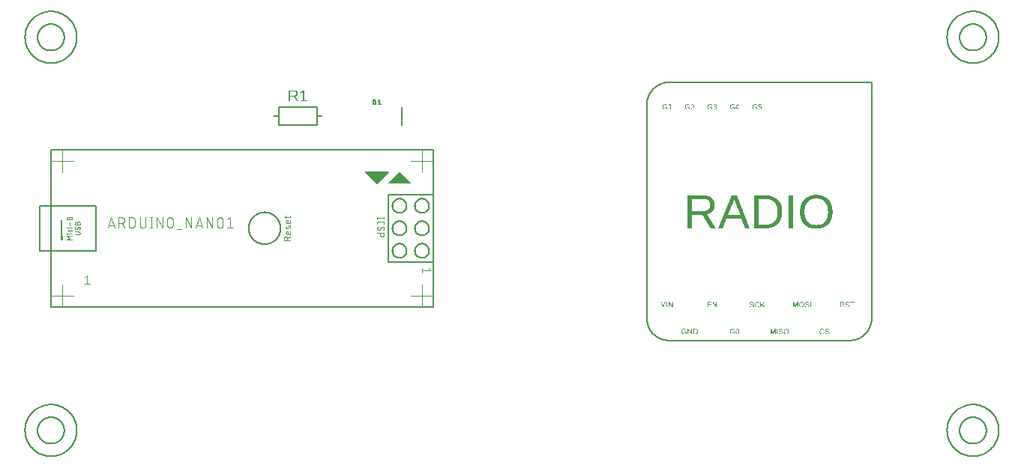
<source format=gbr>
G04 EAGLE Gerber RS-274X export*
G75*
%MOMM*%
%FSLAX34Y34*%
%LPD*%
%INSilkscreen Top*%
%IPPOS*%
%AMOC8*
5,1,8,0,0,1.08239X$1,22.5*%
G01*
G04 Define Apertures*
%ADD10C,0.152400*%
%ADD11C,0.127000*%
%ADD12C,0.203200*%
%ADD13C,0.076200*%
%ADD14C,0.050800*%
%ADD15C,0.000000*%
%ADD16C,0.015875*%
%ADD17C,0.101600*%
G36*
X432549Y342751D02*
X419100Y329302D01*
X405651Y342751D01*
X405976Y343535D01*
X432224Y343535D01*
X432549Y342751D01*
G37*
G36*
X457949Y330349D02*
X457624Y329565D01*
X431376Y329565D01*
X431051Y330349D01*
X444500Y343798D01*
X457949Y330349D01*
G37*
G36*
X746951Y189992D02*
X746149Y189992D01*
X746149Y195904D01*
X746951Y195904D01*
X746951Y189992D01*
G37*
G36*
X778443Y159512D02*
X776232Y159512D01*
X776232Y165424D01*
X778187Y165424D01*
X778552Y165413D01*
X778896Y165377D01*
X779217Y165318D01*
X779518Y165236D01*
X779797Y165130D01*
X780055Y165001D01*
X780291Y164848D01*
X780506Y164671D01*
X780697Y164473D01*
X780863Y164255D01*
X781003Y164017D01*
X781118Y163759D01*
X781207Y163481D01*
X781271Y163184D01*
X781309Y162866D01*
X781322Y162529D01*
X781300Y162086D01*
X781233Y161671D01*
X781121Y161286D01*
X780965Y160928D01*
X780768Y160605D01*
X780534Y160322D01*
X780263Y160080D01*
X779954Y159877D01*
X779614Y159717D01*
X779249Y159603D01*
X778859Y159535D01*
X778443Y159512D01*
G37*
%LPC*%
G36*
X778351Y160154D02*
X778666Y160172D01*
X778962Y160225D01*
X779238Y160315D01*
X779494Y160439D01*
X779727Y160598D01*
X779930Y160788D01*
X780105Y161009D01*
X780252Y161262D01*
X780367Y161542D01*
X780450Y161847D01*
X780500Y162176D01*
X780516Y162529D01*
X780507Y162796D01*
X780479Y163046D01*
X780431Y163280D01*
X780366Y163498D01*
X780281Y163699D01*
X780177Y163884D01*
X780055Y164053D01*
X779914Y164205D01*
X779755Y164341D01*
X779579Y164458D01*
X779387Y164557D01*
X779177Y164638D01*
X778951Y164701D01*
X778707Y164746D01*
X778447Y164773D01*
X778170Y164782D01*
X777033Y164782D01*
X777033Y160154D01*
X778351Y160154D01*
G37*
%LPD*%
G36*
X770726Y159512D02*
X770013Y159512D01*
X770013Y165424D01*
X770945Y165424D01*
X774142Y160355D01*
X774104Y161065D01*
X774092Y161547D01*
X774092Y165424D01*
X774814Y165424D01*
X774814Y159512D01*
X773848Y159512D01*
X770684Y164547D01*
X770705Y164140D01*
X770726Y163440D01*
X770726Y159512D01*
G37*
G36*
X766063Y159428D02*
X765616Y159451D01*
X765200Y159520D01*
X764816Y159636D01*
X764465Y159797D01*
X764149Y160002D01*
X763872Y160248D01*
X763636Y160534D01*
X763439Y160861D01*
X763284Y161224D01*
X763173Y161617D01*
X763106Y162041D01*
X763084Y162495D01*
X763096Y162845D01*
X763132Y163174D01*
X763193Y163483D01*
X763277Y163772D01*
X763386Y164041D01*
X763518Y164289D01*
X763675Y164516D01*
X763856Y164724D01*
X764059Y164909D01*
X764281Y165069D01*
X764523Y165204D01*
X764785Y165315D01*
X765066Y165402D01*
X765366Y165463D01*
X765686Y165500D01*
X766026Y165513D01*
X766493Y165492D01*
X766915Y165430D01*
X767291Y165326D01*
X767620Y165181D01*
X767909Y164990D01*
X768163Y164750D01*
X768381Y164460D01*
X768564Y164119D01*
X767801Y163893D01*
X767663Y164128D01*
X767501Y164328D01*
X767316Y164495D01*
X767106Y164627D01*
X766871Y164728D01*
X766609Y164800D01*
X766321Y164843D01*
X766005Y164858D01*
X765756Y164848D01*
X765523Y164819D01*
X765305Y164771D01*
X765101Y164703D01*
X764913Y164616D01*
X764740Y164510D01*
X764582Y164384D01*
X764439Y164239D01*
X764313Y164076D01*
X764203Y163898D01*
X764110Y163704D01*
X764033Y163494D01*
X763974Y163268D01*
X763932Y163026D01*
X763907Y162769D01*
X763898Y162495D01*
X763907Y162223D01*
X763934Y161965D01*
X763979Y161722D01*
X764042Y161493D01*
X764123Y161279D01*
X764222Y161080D01*
X764338Y160896D01*
X764473Y160727D01*
X764624Y160575D01*
X764788Y160443D01*
X764966Y160332D01*
X765158Y160241D01*
X765364Y160170D01*
X765583Y160119D01*
X765816Y160089D01*
X766063Y160078D01*
X766348Y160089D01*
X766623Y160123D01*
X766888Y160178D01*
X767144Y160255D01*
X767383Y160351D01*
X767598Y160462D01*
X767789Y160590D01*
X767956Y160733D01*
X767956Y161799D01*
X766189Y161799D01*
X766189Y162470D01*
X768694Y162470D01*
X768694Y160431D01*
X768446Y160205D01*
X768171Y160007D01*
X767870Y159835D01*
X767543Y159690D01*
X767194Y159576D01*
X766832Y159494D01*
X766455Y159444D01*
X766063Y159428D01*
G37*
G36*
X798768Y189992D02*
X798055Y189992D01*
X798055Y195904D01*
X798986Y195904D01*
X802184Y190835D01*
X802146Y191545D01*
X802133Y192027D01*
X802133Y195904D01*
X802855Y195904D01*
X802855Y189992D01*
X801890Y189992D01*
X798726Y195027D01*
X798747Y194620D01*
X798768Y193920D01*
X798768Y189992D01*
G37*
G36*
X796994Y189992D02*
X792336Y189992D01*
X792336Y195904D01*
X796822Y195904D01*
X796822Y195250D01*
X793137Y195250D01*
X793137Y193353D01*
X796570Y193353D01*
X796570Y192707D01*
X793137Y192707D01*
X793137Y190647D01*
X796994Y190647D01*
X796994Y189992D01*
G37*
G36*
X826304Y159428D02*
X826057Y159440D01*
X825826Y159477D01*
X825610Y159537D01*
X825411Y159622D01*
X825228Y159731D01*
X825060Y159865D01*
X824908Y160022D01*
X824772Y160204D01*
X824652Y160410D01*
X824548Y160637D01*
X824460Y160887D01*
X824388Y161159D01*
X824332Y161453D01*
X824292Y161770D01*
X824268Y162109D01*
X824260Y162470D01*
X824268Y162839D01*
X824291Y163184D01*
X824330Y163505D01*
X824385Y163803D01*
X824454Y164076D01*
X824540Y164326D01*
X824641Y164551D01*
X824758Y164753D01*
X824891Y164931D01*
X825042Y165085D01*
X825212Y165216D01*
X825399Y165323D01*
X825604Y165406D01*
X825828Y165465D01*
X826069Y165501D01*
X826329Y165513D01*
X826582Y165501D01*
X826817Y165465D01*
X827036Y165405D01*
X827237Y165321D01*
X827421Y165213D01*
X827588Y165081D01*
X827738Y164925D01*
X827871Y164745D01*
X827988Y164541D01*
X828089Y164315D01*
X828174Y164065D01*
X828244Y163792D01*
X828298Y163496D01*
X828337Y163177D01*
X828361Y162835D01*
X828368Y162470D01*
X828360Y162111D01*
X828336Y161773D01*
X828295Y161458D01*
X828238Y161164D01*
X828164Y160892D01*
X828074Y160643D01*
X827968Y160415D01*
X827846Y160209D01*
X827708Y160026D01*
X827554Y159867D01*
X827384Y159733D01*
X827199Y159623D01*
X826999Y159538D01*
X826783Y159477D01*
X826551Y159440D01*
X826304Y159428D01*
G37*
%LPC*%
G36*
X826312Y160045D02*
X826473Y160054D01*
X826623Y160082D01*
X826762Y160129D01*
X826890Y160194D01*
X827007Y160278D01*
X827112Y160380D01*
X827207Y160501D01*
X827290Y160641D01*
X827363Y160800D01*
X827426Y160979D01*
X827523Y161396D01*
X827581Y161893D01*
X827600Y162470D01*
X827582Y163066D01*
X827526Y163574D01*
X827434Y163994D01*
X827374Y164170D01*
X827305Y164325D01*
X827225Y164460D01*
X827133Y164577D01*
X827029Y164675D01*
X826913Y164756D01*
X826785Y164819D01*
X826645Y164864D01*
X826493Y164891D01*
X826329Y164900D01*
X826161Y164891D01*
X826005Y164864D01*
X825862Y164820D01*
X825730Y164758D01*
X825612Y164679D01*
X825505Y164581D01*
X825410Y164466D01*
X825328Y164333D01*
X825257Y164180D01*
X825195Y164005D01*
X825143Y163806D01*
X825100Y163584D01*
X825043Y163073D01*
X825024Y162470D01*
X825043Y161883D01*
X825101Y161380D01*
X825144Y161161D01*
X825197Y160962D01*
X825260Y160785D01*
X825332Y160628D01*
X825415Y160491D01*
X825509Y160373D01*
X825615Y160273D01*
X825732Y160191D01*
X825860Y160127D01*
X825999Y160081D01*
X826150Y160054D01*
X826312Y160045D01*
G37*
%LPD*%
G36*
X820680Y159428D02*
X820232Y159451D01*
X819816Y159520D01*
X819433Y159636D01*
X819081Y159797D01*
X818765Y160002D01*
X818489Y160248D01*
X818252Y160534D01*
X818055Y160861D01*
X817900Y161224D01*
X817789Y161617D01*
X817723Y162041D01*
X817701Y162495D01*
X817713Y162845D01*
X817749Y163174D01*
X817809Y163483D01*
X817894Y163772D01*
X818002Y164041D01*
X818135Y164289D01*
X818292Y164516D01*
X818473Y164724D01*
X818675Y164909D01*
X818898Y165069D01*
X819140Y165204D01*
X819401Y165315D01*
X819682Y165402D01*
X819982Y165463D01*
X820302Y165500D01*
X820642Y165513D01*
X821110Y165492D01*
X821532Y165430D01*
X821907Y165326D01*
X822237Y165181D01*
X822525Y164990D01*
X822779Y164750D01*
X822997Y164460D01*
X823181Y164119D01*
X822417Y163893D01*
X822279Y164128D01*
X822118Y164328D01*
X821932Y164495D01*
X821723Y164627D01*
X821488Y164728D01*
X821226Y164800D01*
X820937Y164843D01*
X820621Y164858D01*
X820373Y164848D01*
X820139Y164819D01*
X819921Y164771D01*
X819718Y164703D01*
X819530Y164616D01*
X819357Y164510D01*
X819199Y164384D01*
X819056Y164239D01*
X818929Y164076D01*
X818819Y163898D01*
X818726Y163704D01*
X818650Y163494D01*
X818591Y163268D01*
X818548Y163026D01*
X818523Y162769D01*
X818515Y162495D01*
X818524Y162223D01*
X818551Y161965D01*
X818595Y161722D01*
X818658Y161493D01*
X818739Y161279D01*
X818838Y161080D01*
X818955Y160896D01*
X819089Y160727D01*
X819240Y160575D01*
X819404Y160443D01*
X819583Y160332D01*
X819774Y160241D01*
X819980Y160170D01*
X820200Y160119D01*
X820433Y160089D01*
X820680Y160078D01*
X820964Y160089D01*
X821239Y160123D01*
X821505Y160178D01*
X821760Y160255D01*
X821999Y160351D01*
X822214Y160462D01*
X822405Y160590D01*
X822572Y160733D01*
X822572Y161799D01*
X820806Y161799D01*
X820806Y162470D01*
X823311Y162470D01*
X823311Y160431D01*
X823063Y160205D01*
X822788Y160007D01*
X822487Y159835D01*
X822159Y159690D01*
X821811Y159576D01*
X821448Y159494D01*
X821071Y159444D01*
X820680Y159428D01*
G37*
G36*
X842460Y189908D02*
X842197Y189914D01*
X841949Y189932D01*
X841714Y189961D01*
X841493Y190002D01*
X841287Y190055D01*
X841095Y190119D01*
X840917Y190196D01*
X840754Y190284D01*
X840604Y190383D01*
X840469Y190495D01*
X840348Y190618D01*
X840241Y190753D01*
X840148Y190900D01*
X840070Y191058D01*
X840005Y191228D01*
X839955Y191410D01*
X840732Y191566D01*
X840818Y191317D01*
X840941Y191103D01*
X841103Y190926D01*
X841302Y190783D01*
X841540Y190674D01*
X841817Y190596D01*
X842134Y190549D01*
X842490Y190533D01*
X842856Y190550D01*
X843177Y190600D01*
X843455Y190683D01*
X843688Y190800D01*
X843872Y190949D01*
X844004Y191129D01*
X844083Y191340D01*
X844103Y191457D01*
X844110Y191582D01*
X844101Y191720D01*
X844076Y191845D01*
X844035Y191955D01*
X843977Y192052D01*
X843818Y192217D01*
X843606Y192350D01*
X843344Y192458D01*
X843035Y192547D01*
X842301Y192720D01*
X841685Y192875D01*
X841237Y193030D01*
X840913Y193194D01*
X840664Y193376D01*
X840479Y193583D01*
X840343Y193823D01*
X840295Y193956D01*
X840260Y194098D01*
X840239Y194250D01*
X840232Y194411D01*
X840241Y194595D01*
X840269Y194769D01*
X840314Y194931D01*
X840378Y195083D01*
X840459Y195224D01*
X840559Y195354D01*
X840677Y195473D01*
X840813Y195581D01*
X840967Y195678D01*
X841135Y195761D01*
X841320Y195832D01*
X841520Y195890D01*
X841736Y195935D01*
X841967Y195967D01*
X842214Y195986D01*
X842477Y195993D01*
X842951Y195973D01*
X843366Y195915D01*
X843721Y195819D01*
X844017Y195684D01*
X844145Y195600D01*
X844264Y195503D01*
X844470Y195267D01*
X844637Y194977D01*
X844764Y194633D01*
X843975Y194494D01*
X843896Y194713D01*
X843786Y194900D01*
X843648Y195054D01*
X843480Y195176D01*
X843280Y195269D01*
X843045Y195335D01*
X842774Y195375D01*
X842469Y195388D01*
X842135Y195374D01*
X841844Y195330D01*
X841594Y195256D01*
X841386Y195153D01*
X841223Y195021D01*
X841106Y194861D01*
X841036Y194671D01*
X841013Y194453D01*
X841022Y194322D01*
X841049Y194203D01*
X841094Y194097D01*
X841158Y194001D01*
X841334Y193837D01*
X841575Y193699D01*
X841745Y193634D01*
X841983Y193561D01*
X842662Y193395D01*
X843205Y193267D01*
X843470Y193196D01*
X843723Y193112D01*
X843963Y193014D01*
X844187Y192900D01*
X844389Y192765D01*
X844563Y192602D01*
X844705Y192410D01*
X844812Y192187D01*
X844880Y191926D01*
X844903Y191624D01*
X844893Y191426D01*
X844863Y191238D01*
X844813Y191063D01*
X844743Y190898D01*
X844653Y190746D01*
X844543Y190605D01*
X844413Y190475D01*
X844263Y190357D01*
X844095Y190252D01*
X843910Y190161D01*
X843709Y190083D01*
X843492Y190020D01*
X843259Y189971D01*
X843009Y189936D01*
X842743Y189915D01*
X842460Y189908D01*
G37*
G36*
X853009Y189992D02*
X852208Y189992D01*
X852208Y195904D01*
X853009Y195904D01*
X853009Y192942D01*
X855858Y195904D01*
X856802Y195904D01*
X854285Y193336D01*
X857138Y189992D01*
X856144Y189992D01*
X853781Y192845D01*
X853009Y192258D01*
X853009Y189992D01*
G37*
G36*
X848603Y189908D02*
X848171Y189931D01*
X847770Y190001D01*
X847398Y190117D01*
X847057Y190279D01*
X846750Y190485D01*
X846482Y190731D01*
X846253Y191016D01*
X846062Y191341D01*
X845913Y191702D01*
X845806Y192095D01*
X845742Y192519D01*
X845720Y192975D01*
X845732Y193319D01*
X845768Y193644D01*
X845828Y193950D01*
X845911Y194236D01*
X846019Y194504D01*
X846150Y194752D01*
X846305Y194981D01*
X846484Y195191D01*
X846684Y195379D01*
X846902Y195542D01*
X847139Y195679D01*
X847394Y195792D01*
X847668Y195880D01*
X847960Y195942D01*
X848270Y195980D01*
X848599Y195993D01*
X849051Y195969D01*
X849465Y195900D01*
X849840Y195785D01*
X850177Y195623D01*
X850472Y195416D01*
X850726Y195165D01*
X850938Y194869D01*
X851108Y194528D01*
X850349Y194276D01*
X850230Y194519D01*
X850081Y194732D01*
X849900Y194914D01*
X849688Y195065D01*
X849449Y195184D01*
X849190Y195270D01*
X848909Y195321D01*
X848607Y195338D01*
X848369Y195328D01*
X848144Y195298D01*
X847932Y195249D01*
X847734Y195180D01*
X847550Y195091D01*
X847380Y194983D01*
X847223Y194854D01*
X847080Y194706D01*
X846952Y194541D01*
X846841Y194361D01*
X846747Y194167D01*
X846671Y193958D01*
X846611Y193734D01*
X846568Y193496D01*
X846543Y193243D01*
X846534Y192975D01*
X846543Y192710D01*
X846570Y192459D01*
X846614Y192220D01*
X846676Y191995D01*
X846756Y191783D01*
X846854Y191585D01*
X846970Y191400D01*
X847103Y191228D01*
X847251Y191073D01*
X847412Y190939D01*
X847586Y190825D01*
X847772Y190732D01*
X847970Y190660D01*
X848181Y190608D01*
X848405Y190577D01*
X848641Y190567D01*
X848942Y190586D01*
X849223Y190644D01*
X849486Y190740D01*
X849729Y190874D01*
X849952Y191047D01*
X850157Y191258D01*
X850342Y191508D01*
X850508Y191796D01*
X851163Y191469D01*
X850962Y191110D01*
X850724Y190797D01*
X850449Y190529D01*
X850137Y190307D01*
X849793Y190132D01*
X849423Y190008D01*
X849026Y189933D01*
X848818Y189914D01*
X848603Y189908D01*
G37*
G36*
X881405Y159428D02*
X880966Y159451D01*
X880557Y159520D01*
X880180Y159636D01*
X879834Y159797D01*
X879523Y160003D01*
X879251Y160249D01*
X879018Y160537D01*
X878825Y160865D01*
X878672Y161229D01*
X878563Y161622D01*
X878498Y162044D01*
X878476Y162495D01*
X878488Y162840D01*
X878525Y163166D01*
X878586Y163472D01*
X878670Y163759D01*
X878780Y164027D01*
X878913Y164275D01*
X879071Y164504D01*
X879253Y164713D01*
X879456Y164901D01*
X879679Y165063D01*
X879920Y165200D01*
X880181Y165313D01*
X880461Y165400D01*
X880759Y165463D01*
X881077Y165500D01*
X881414Y165513D01*
X881850Y165490D01*
X882256Y165423D01*
X882632Y165311D01*
X882979Y165154D01*
X883291Y164954D01*
X883564Y164714D01*
X883797Y164433D01*
X883992Y164111D01*
X884145Y163754D01*
X884255Y163365D01*
X884321Y162946D01*
X884343Y162495D01*
X884320Y162046D01*
X884254Y161626D01*
X884143Y161234D01*
X883988Y160872D01*
X883791Y160543D01*
X883556Y160256D01*
X883283Y160008D01*
X882970Y159802D01*
X882624Y159638D01*
X882248Y159521D01*
X881841Y159451D01*
X881405Y159428D01*
G37*
%LPC*%
G36*
X881405Y160078D02*
X881654Y160088D01*
X881887Y160118D01*
X882106Y160167D01*
X882310Y160236D01*
X882499Y160325D01*
X882673Y160434D01*
X882832Y160562D01*
X882977Y160710D01*
X883105Y160876D01*
X883216Y161058D01*
X883310Y161257D01*
X883387Y161472D01*
X883447Y161703D01*
X883490Y161951D01*
X883516Y162215D01*
X883524Y162495D01*
X883516Y162764D01*
X883490Y163018D01*
X883447Y163256D01*
X883386Y163481D01*
X883309Y163690D01*
X883214Y163884D01*
X883102Y164064D01*
X882973Y164228D01*
X882827Y164376D01*
X882668Y164504D01*
X882495Y164612D01*
X882307Y164701D01*
X882105Y164769D01*
X881889Y164819D01*
X881658Y164848D01*
X881414Y164858D01*
X881167Y164848D01*
X880935Y164819D01*
X880717Y164771D01*
X880514Y164703D01*
X880325Y164615D01*
X880150Y164509D01*
X879990Y164382D01*
X879844Y164237D01*
X879714Y164074D01*
X879602Y163895D01*
X879507Y163701D01*
X879429Y163491D01*
X879368Y163266D01*
X879325Y163024D01*
X879299Y162768D01*
X879290Y162495D01*
X879299Y162225D01*
X879325Y161968D01*
X879369Y161726D01*
X879430Y161498D01*
X879509Y161285D01*
X879606Y161086D01*
X879719Y160901D01*
X879851Y160731D01*
X879997Y160578D01*
X880158Y160446D01*
X880332Y160333D01*
X880519Y160242D01*
X880720Y160170D01*
X880935Y160119D01*
X881163Y160089D01*
X881405Y160078D01*
G37*
%LPD*%
G36*
X864238Y159512D02*
X863524Y159512D01*
X863524Y165424D01*
X864578Y165424D01*
X866151Y161325D01*
X866313Y160794D01*
X866415Y160385D01*
X866556Y160895D01*
X866701Y161325D01*
X868245Y165424D01*
X869273Y165424D01*
X869273Y159512D01*
X868551Y159512D01*
X868551Y163456D01*
X868561Y164098D01*
X868589Y164715D01*
X868394Y164046D01*
X868220Y163540D01*
X866692Y159512D01*
X866130Y159512D01*
X864582Y163540D01*
X864347Y164254D01*
X864208Y164715D01*
X864221Y164249D01*
X864238Y163456D01*
X864238Y159512D01*
G37*
G36*
X875246Y159428D02*
X874983Y159434D01*
X874734Y159452D01*
X874499Y159481D01*
X874279Y159522D01*
X874073Y159575D01*
X873881Y159639D01*
X873703Y159716D01*
X873539Y159804D01*
X873390Y159903D01*
X873254Y160015D01*
X873133Y160138D01*
X873026Y160273D01*
X872934Y160420D01*
X872855Y160578D01*
X872791Y160748D01*
X872741Y160930D01*
X873517Y161086D01*
X873603Y160837D01*
X873727Y160623D01*
X873888Y160446D01*
X874088Y160303D01*
X874326Y160194D01*
X874603Y160116D01*
X874919Y160069D01*
X875275Y160053D01*
X875641Y160070D01*
X875963Y160120D01*
X876240Y160203D01*
X876473Y160320D01*
X876658Y160469D01*
X876790Y160649D01*
X876869Y160860D01*
X876888Y160977D01*
X876895Y161102D01*
X876887Y161240D01*
X876862Y161365D01*
X876821Y161475D01*
X876763Y161572D01*
X876604Y161737D01*
X876391Y161870D01*
X876129Y161978D01*
X875821Y162067D01*
X875086Y162240D01*
X874470Y162395D01*
X874023Y162550D01*
X873698Y162714D01*
X873450Y162896D01*
X873265Y163103D01*
X873129Y163343D01*
X873080Y163476D01*
X873046Y163618D01*
X873025Y163770D01*
X873018Y163931D01*
X873027Y164115D01*
X873054Y164289D01*
X873099Y164451D01*
X873163Y164603D01*
X873245Y164744D01*
X873345Y164874D01*
X873463Y164993D01*
X873599Y165101D01*
X873752Y165198D01*
X873921Y165281D01*
X874105Y165352D01*
X874305Y165410D01*
X874521Y165455D01*
X874753Y165487D01*
X875000Y165506D01*
X875263Y165513D01*
X875737Y165493D01*
X876151Y165435D01*
X876507Y165339D01*
X876803Y165204D01*
X876931Y165120D01*
X877049Y165023D01*
X877256Y164787D01*
X877423Y164497D01*
X877550Y164153D01*
X876761Y164014D01*
X876681Y164233D01*
X876572Y164420D01*
X876433Y164574D01*
X876266Y164696D01*
X876065Y164789D01*
X875830Y164855D01*
X875560Y164895D01*
X875254Y164908D01*
X874921Y164894D01*
X874629Y164850D01*
X874379Y164776D01*
X874172Y164673D01*
X874008Y164541D01*
X873892Y164381D01*
X873822Y164191D01*
X873798Y163973D01*
X873807Y163842D01*
X873834Y163723D01*
X873880Y163617D01*
X873943Y163521D01*
X874120Y163357D01*
X874361Y163219D01*
X874531Y163154D01*
X874769Y163081D01*
X875447Y162915D01*
X875991Y162787D01*
X876256Y162716D01*
X876509Y162632D01*
X876749Y162534D01*
X876973Y162420D01*
X877175Y162285D01*
X877348Y162122D01*
X877490Y161930D01*
X877598Y161707D01*
X877666Y161446D01*
X877688Y161144D01*
X877678Y160946D01*
X877648Y160758D01*
X877598Y160583D01*
X877528Y160418D01*
X877438Y160266D01*
X877328Y160125D01*
X877198Y159995D01*
X877048Y159877D01*
X876880Y159772D01*
X876696Y159681D01*
X876495Y159603D01*
X876278Y159540D01*
X876044Y159491D01*
X875794Y159456D01*
X875528Y159435D01*
X875246Y159428D01*
G37*
G36*
X871570Y159512D02*
X870769Y159512D01*
X870769Y165424D01*
X871570Y165424D01*
X871570Y159512D01*
G37*
G36*
X898712Y189908D02*
X898272Y189931D01*
X897863Y190000D01*
X897486Y190116D01*
X897140Y190277D01*
X896829Y190483D01*
X896557Y190729D01*
X896325Y191017D01*
X896131Y191345D01*
X895978Y191709D01*
X895870Y192102D01*
X895804Y192524D01*
X895783Y192975D01*
X895795Y193320D01*
X895831Y193646D01*
X895892Y193952D01*
X895977Y194239D01*
X896086Y194507D01*
X896219Y194755D01*
X896377Y194984D01*
X896559Y195193D01*
X896762Y195381D01*
X896985Y195543D01*
X897227Y195680D01*
X897487Y195793D01*
X897767Y195880D01*
X898066Y195943D01*
X898383Y195980D01*
X898720Y195993D01*
X899156Y195970D01*
X899562Y195903D01*
X899939Y195791D01*
X900285Y195634D01*
X900597Y195434D01*
X900870Y195194D01*
X901104Y194913D01*
X901298Y194591D01*
X901452Y194234D01*
X901561Y193845D01*
X901627Y193426D01*
X901649Y192975D01*
X901627Y192526D01*
X901560Y192106D01*
X901449Y191714D01*
X901294Y191352D01*
X901098Y191023D01*
X900863Y190736D01*
X900589Y190488D01*
X900277Y190282D01*
X899930Y190118D01*
X899554Y190001D01*
X899148Y189931D01*
X898712Y189908D01*
G37*
%LPC*%
G36*
X898712Y190558D02*
X898960Y190568D01*
X899194Y190598D01*
X899412Y190647D01*
X899616Y190716D01*
X899805Y190805D01*
X899979Y190914D01*
X900139Y191042D01*
X900283Y191190D01*
X900411Y191356D01*
X900523Y191538D01*
X900617Y191737D01*
X900694Y191952D01*
X900754Y192183D01*
X900796Y192431D01*
X900822Y192695D01*
X900831Y192975D01*
X900822Y193244D01*
X900796Y193498D01*
X900753Y193736D01*
X900693Y193961D01*
X900615Y194170D01*
X900520Y194364D01*
X900408Y194544D01*
X900279Y194708D01*
X900134Y194856D01*
X899974Y194984D01*
X899801Y195092D01*
X899613Y195181D01*
X899411Y195249D01*
X899195Y195299D01*
X898965Y195328D01*
X898720Y195338D01*
X898473Y195328D01*
X898241Y195299D01*
X898023Y195251D01*
X897820Y195183D01*
X897631Y195095D01*
X897456Y194989D01*
X897296Y194862D01*
X897151Y194717D01*
X897021Y194554D01*
X896908Y194375D01*
X896813Y194181D01*
X896735Y193971D01*
X896675Y193746D01*
X896631Y193504D01*
X896605Y193248D01*
X896597Y192975D01*
X896605Y192705D01*
X896632Y192448D01*
X896675Y192206D01*
X896737Y191978D01*
X896815Y191765D01*
X896912Y191566D01*
X897026Y191381D01*
X897157Y191211D01*
X897304Y191058D01*
X897464Y190926D01*
X897638Y190813D01*
X897826Y190722D01*
X898027Y190650D01*
X898241Y190599D01*
X898470Y190569D01*
X898712Y190558D01*
G37*
%LPD*%
G36*
X889638Y189992D02*
X888924Y189992D01*
X888924Y195904D01*
X889978Y195904D01*
X891551Y191805D01*
X891713Y191274D01*
X891815Y190865D01*
X891956Y191375D01*
X892101Y191805D01*
X893645Y195904D01*
X894673Y195904D01*
X894673Y189992D01*
X893951Y189992D01*
X893951Y193936D01*
X893961Y194578D01*
X893989Y195195D01*
X893794Y194526D01*
X893620Y194020D01*
X892092Y189992D01*
X891530Y189992D01*
X889982Y194020D01*
X889747Y194734D01*
X889608Y195195D01*
X889621Y194729D01*
X889638Y193936D01*
X889638Y189992D01*
G37*
G36*
X904927Y189908D02*
X904664Y189914D01*
X904415Y189932D01*
X904181Y189961D01*
X903960Y190002D01*
X903754Y190055D01*
X903562Y190119D01*
X903384Y190196D01*
X903220Y190284D01*
X903071Y190383D01*
X902936Y190495D01*
X902815Y190618D01*
X902708Y190753D01*
X902615Y190900D01*
X902536Y191058D01*
X902472Y191228D01*
X902422Y191410D01*
X903198Y191566D01*
X903284Y191317D01*
X903408Y191103D01*
X903570Y190926D01*
X903769Y190783D01*
X904007Y190674D01*
X904284Y190596D01*
X904601Y190549D01*
X904957Y190533D01*
X905323Y190550D01*
X905644Y190600D01*
X905922Y190683D01*
X906155Y190800D01*
X906339Y190949D01*
X906471Y191129D01*
X906550Y191340D01*
X906570Y191457D01*
X906576Y191582D01*
X906568Y191720D01*
X906543Y191845D01*
X906502Y191955D01*
X906444Y192052D01*
X906285Y192217D01*
X906073Y192350D01*
X905810Y192458D01*
X905502Y192547D01*
X904768Y192720D01*
X904151Y192875D01*
X903704Y193030D01*
X903379Y193194D01*
X903131Y193376D01*
X902946Y193583D01*
X902810Y193823D01*
X902762Y193956D01*
X902727Y194098D01*
X902706Y194250D01*
X902699Y194411D01*
X902708Y194595D01*
X902735Y194769D01*
X902781Y194931D01*
X902844Y195083D01*
X902926Y195224D01*
X903026Y195354D01*
X903144Y195473D01*
X903280Y195581D01*
X903433Y195678D01*
X903602Y195761D01*
X903787Y195832D01*
X903987Y195890D01*
X904203Y195935D01*
X904434Y195967D01*
X904681Y195986D01*
X904944Y195993D01*
X905418Y195973D01*
X905832Y195915D01*
X906188Y195819D01*
X906484Y195684D01*
X906612Y195600D01*
X906730Y195503D01*
X906937Y195267D01*
X907104Y194977D01*
X907231Y194633D01*
X906442Y194494D01*
X906362Y194713D01*
X906253Y194900D01*
X906115Y195054D01*
X905947Y195176D01*
X905747Y195269D01*
X905511Y195335D01*
X905241Y195375D01*
X904936Y195388D01*
X904602Y195374D01*
X904310Y195330D01*
X904061Y195256D01*
X903853Y195153D01*
X903690Y195021D01*
X903573Y194861D01*
X903503Y194671D01*
X903479Y194453D01*
X903489Y194322D01*
X903516Y194203D01*
X903561Y194097D01*
X903624Y194001D01*
X903801Y193837D01*
X904042Y193699D01*
X904212Y193634D01*
X904450Y193561D01*
X905129Y193395D01*
X905672Y193267D01*
X905937Y193196D01*
X906190Y193112D01*
X906430Y193014D01*
X906654Y192900D01*
X906856Y192765D01*
X907029Y192602D01*
X907172Y192410D01*
X907279Y192187D01*
X907347Y191926D01*
X907369Y191624D01*
X907359Y191426D01*
X907329Y191238D01*
X907279Y191063D01*
X907209Y190898D01*
X907119Y190746D01*
X907009Y190605D01*
X906879Y190475D01*
X906729Y190357D01*
X906561Y190252D01*
X906377Y190161D01*
X906176Y190083D01*
X905959Y190020D01*
X905725Y189971D01*
X905476Y189936D01*
X905210Y189915D01*
X904927Y189908D01*
G37*
G36*
X909376Y189992D02*
X908575Y189992D01*
X908575Y195904D01*
X909376Y195904D01*
X909376Y189992D01*
G37*
G36*
X927714Y159428D02*
X927451Y159434D01*
X927202Y159452D01*
X926967Y159481D01*
X926747Y159522D01*
X926541Y159575D01*
X926349Y159639D01*
X926171Y159716D01*
X926007Y159804D01*
X925858Y159903D01*
X925722Y160015D01*
X925601Y160138D01*
X925494Y160273D01*
X925402Y160420D01*
X925323Y160578D01*
X925259Y160748D01*
X925209Y160930D01*
X925985Y161086D01*
X926071Y160837D01*
X926195Y160623D01*
X926356Y160446D01*
X926556Y160303D01*
X926794Y160194D01*
X927071Y160116D01*
X927387Y160069D01*
X927743Y160053D01*
X928109Y160070D01*
X928431Y160120D01*
X928708Y160203D01*
X928941Y160320D01*
X929126Y160469D01*
X929258Y160649D01*
X929337Y160860D01*
X929356Y160977D01*
X929363Y161102D01*
X929355Y161240D01*
X929330Y161365D01*
X929289Y161475D01*
X929231Y161572D01*
X929072Y161737D01*
X928859Y161870D01*
X928597Y161978D01*
X928289Y162067D01*
X927554Y162240D01*
X926938Y162395D01*
X926491Y162550D01*
X926166Y162714D01*
X925918Y162896D01*
X925733Y163103D01*
X925597Y163343D01*
X925548Y163476D01*
X925514Y163618D01*
X925493Y163770D01*
X925486Y163931D01*
X925495Y164115D01*
X925522Y164289D01*
X925567Y164451D01*
X925631Y164603D01*
X925713Y164744D01*
X925813Y164874D01*
X925931Y164993D01*
X926067Y165101D01*
X926220Y165198D01*
X926389Y165281D01*
X926573Y165352D01*
X926773Y165410D01*
X926989Y165455D01*
X927221Y165487D01*
X927468Y165506D01*
X927731Y165513D01*
X928205Y165493D01*
X928619Y165435D01*
X928975Y165339D01*
X929271Y165204D01*
X929399Y165120D01*
X929517Y165023D01*
X929724Y164787D01*
X929891Y164497D01*
X930018Y164153D01*
X929229Y164014D01*
X929149Y164233D01*
X929040Y164420D01*
X928901Y164574D01*
X928734Y164696D01*
X928533Y164789D01*
X928298Y164855D01*
X928028Y164895D01*
X927722Y164908D01*
X927389Y164894D01*
X927097Y164850D01*
X926847Y164776D01*
X926640Y164673D01*
X926476Y164541D01*
X926360Y164381D01*
X926290Y164191D01*
X926266Y163973D01*
X926275Y163842D01*
X926302Y163723D01*
X926348Y163617D01*
X926411Y163521D01*
X926588Y163357D01*
X926828Y163219D01*
X926999Y163154D01*
X927237Y163081D01*
X927915Y162915D01*
X928459Y162787D01*
X928724Y162716D01*
X928977Y162632D01*
X929217Y162534D01*
X929441Y162420D01*
X929643Y162285D01*
X929816Y162122D01*
X929958Y161930D01*
X930066Y161707D01*
X930134Y161446D01*
X930156Y161144D01*
X930146Y160946D01*
X930116Y160758D01*
X930066Y160583D01*
X929996Y160418D01*
X929906Y160266D01*
X929796Y160125D01*
X929666Y159995D01*
X929516Y159877D01*
X929348Y159772D01*
X929164Y159681D01*
X928963Y159603D01*
X928746Y159540D01*
X928512Y159491D01*
X928262Y159456D01*
X927996Y159435D01*
X927714Y159428D01*
G37*
G36*
X749149Y189992D02*
X748436Y189992D01*
X748436Y195904D01*
X749368Y195904D01*
X752565Y190835D01*
X752527Y191545D01*
X752515Y192027D01*
X752515Y195904D01*
X753237Y195904D01*
X753237Y189992D01*
X752271Y189992D01*
X749107Y195027D01*
X749128Y194620D01*
X749149Y193920D01*
X749149Y189992D01*
G37*
G36*
X942913Y189992D02*
X942111Y189992D01*
X942111Y195904D01*
X944894Y195904D01*
X945136Y195897D01*
X945364Y195876D01*
X945579Y195842D01*
X945778Y195793D01*
X945964Y195730D01*
X946135Y195653D01*
X946293Y195562D01*
X946436Y195458D01*
X946563Y195340D01*
X946673Y195212D01*
X946767Y195073D01*
X946843Y194923D01*
X946903Y194762D01*
X946945Y194590D01*
X946971Y194407D01*
X946979Y194213D01*
X946955Y193897D01*
X946883Y193607D01*
X946763Y193343D01*
X946595Y193106D01*
X946385Y192902D01*
X946213Y192789D01*
X946138Y192739D01*
X945855Y192619D01*
X945536Y192539D01*
X946250Y191455D01*
X947214Y189992D01*
X946291Y189992D01*
X944755Y192447D01*
X942913Y192447D01*
X942913Y189992D01*
G37*
%LPC*%
G36*
X944847Y193080D02*
X945146Y193099D01*
X945409Y193154D01*
X945636Y193247D01*
X945827Y193376D01*
X945979Y193539D01*
X946087Y193731D01*
X946152Y193953D01*
X946173Y194205D01*
X946151Y194448D01*
X946086Y194660D01*
X945976Y194841D01*
X945823Y194992D01*
X945628Y195110D01*
X945395Y195195D01*
X945124Y195245D01*
X944814Y195262D01*
X942913Y195262D01*
X942913Y193080D01*
X944847Y193080D01*
G37*
%LPD*%
G36*
X950489Y189908D02*
X950226Y189914D01*
X949977Y189932D01*
X949743Y189961D01*
X949522Y190002D01*
X949316Y190055D01*
X949124Y190119D01*
X948946Y190196D01*
X948783Y190284D01*
X948633Y190383D01*
X948498Y190495D01*
X948377Y190618D01*
X948270Y190753D01*
X948177Y190900D01*
X948099Y191058D01*
X948034Y191228D01*
X947984Y191410D01*
X948761Y191566D01*
X948847Y191317D01*
X948970Y191103D01*
X949132Y190926D01*
X949331Y190783D01*
X949569Y190674D01*
X949846Y190596D01*
X950163Y190549D01*
X950519Y190533D01*
X950885Y190550D01*
X951206Y190600D01*
X951484Y190683D01*
X951717Y190800D01*
X951901Y190949D01*
X952033Y191129D01*
X952112Y191340D01*
X952132Y191457D01*
X952138Y191582D01*
X952130Y191720D01*
X952105Y191845D01*
X952064Y191955D01*
X952006Y192052D01*
X951847Y192217D01*
X951635Y192350D01*
X951373Y192458D01*
X951064Y192547D01*
X950330Y192720D01*
X949714Y192875D01*
X949266Y193030D01*
X948941Y193194D01*
X948693Y193376D01*
X948508Y193583D01*
X948372Y193823D01*
X948324Y193956D01*
X948289Y194098D01*
X948268Y194250D01*
X948261Y194411D01*
X948270Y194595D01*
X948298Y194769D01*
X948343Y194931D01*
X948406Y195083D01*
X948488Y195224D01*
X948588Y195354D01*
X948706Y195473D01*
X948842Y195581D01*
X948995Y195678D01*
X949164Y195761D01*
X949349Y195832D01*
X949549Y195890D01*
X949765Y195935D01*
X949996Y195967D01*
X950243Y195986D01*
X950506Y195993D01*
X950980Y195973D01*
X951395Y195915D01*
X951750Y195819D01*
X952046Y195684D01*
X952174Y195600D01*
X952293Y195503D01*
X952499Y195267D01*
X952666Y194977D01*
X952793Y194633D01*
X952004Y194494D01*
X951924Y194713D01*
X951815Y194900D01*
X951677Y195054D01*
X951509Y195176D01*
X951309Y195269D01*
X951074Y195335D01*
X950803Y195375D01*
X950498Y195388D01*
X950164Y195374D01*
X949873Y195330D01*
X949623Y195256D01*
X949415Y195153D01*
X949252Y195021D01*
X949135Y194861D01*
X949065Y194671D01*
X949042Y194453D01*
X949051Y194322D01*
X949078Y194203D01*
X949123Y194097D01*
X949186Y194001D01*
X949363Y193837D01*
X949604Y193699D01*
X949774Y193634D01*
X950012Y193561D01*
X950691Y193395D01*
X951234Y193267D01*
X951499Y193196D01*
X951752Y193112D01*
X951992Y193014D01*
X952216Y192900D01*
X952418Y192765D01*
X952592Y192602D01*
X952734Y192410D01*
X952841Y192187D01*
X952909Y191926D01*
X952932Y191624D01*
X952922Y191426D01*
X952892Y191238D01*
X952842Y191063D01*
X952772Y190898D01*
X952682Y190746D01*
X952572Y190605D01*
X952442Y190475D01*
X952292Y190357D01*
X952123Y190252D01*
X951939Y190161D01*
X951738Y190083D01*
X951521Y190020D01*
X951288Y189971D01*
X951038Y189936D01*
X950772Y189915D01*
X950489Y189908D01*
G37*
G36*
X956365Y189992D02*
X955568Y189992D01*
X955568Y195250D01*
X953537Y195250D01*
X953537Y195904D01*
X958396Y195904D01*
X958396Y195250D01*
X956365Y195250D01*
X956365Y189992D01*
G37*
G36*
X744480Y413428D02*
X744032Y413451D01*
X743616Y413520D01*
X743233Y413636D01*
X742881Y413797D01*
X742565Y414002D01*
X742289Y414248D01*
X742052Y414534D01*
X741855Y414861D01*
X741700Y415224D01*
X741589Y415617D01*
X741523Y416041D01*
X741501Y416495D01*
X741513Y416845D01*
X741549Y417174D01*
X741609Y417483D01*
X741694Y417772D01*
X741802Y418041D01*
X741935Y418289D01*
X742092Y418516D01*
X742273Y418724D01*
X742475Y418909D01*
X742698Y419069D01*
X742940Y419204D01*
X743201Y419315D01*
X743482Y419402D01*
X743782Y419463D01*
X744102Y419500D01*
X744442Y419513D01*
X744910Y419492D01*
X745332Y419430D01*
X745707Y419326D01*
X746037Y419181D01*
X746325Y418990D01*
X746579Y418750D01*
X746797Y418460D01*
X746981Y418119D01*
X746217Y417893D01*
X746079Y418128D01*
X745918Y418328D01*
X745732Y418495D01*
X745523Y418627D01*
X745288Y418728D01*
X745026Y418800D01*
X744737Y418843D01*
X744421Y418858D01*
X744173Y418848D01*
X743939Y418819D01*
X743721Y418771D01*
X743518Y418703D01*
X743330Y418616D01*
X743157Y418510D01*
X742999Y418384D01*
X742856Y418239D01*
X742729Y418076D01*
X742619Y417898D01*
X742526Y417704D01*
X742450Y417494D01*
X742391Y417268D01*
X742348Y417026D01*
X742323Y416769D01*
X742315Y416495D01*
X742324Y416223D01*
X742351Y415965D01*
X742395Y415722D01*
X742458Y415493D01*
X742539Y415279D01*
X742638Y415080D01*
X742755Y414896D01*
X742889Y414727D01*
X743040Y414575D01*
X743204Y414443D01*
X743383Y414332D01*
X743574Y414241D01*
X743780Y414170D01*
X744000Y414119D01*
X744233Y414089D01*
X744480Y414078D01*
X744764Y414089D01*
X745039Y414123D01*
X745305Y414178D01*
X745560Y414255D01*
X745799Y414351D01*
X746014Y414462D01*
X746205Y414590D01*
X746372Y414733D01*
X746372Y415799D01*
X744606Y415799D01*
X744606Y416470D01*
X747111Y416470D01*
X747111Y414431D01*
X746863Y414205D01*
X746588Y414007D01*
X746287Y413835D01*
X745959Y413690D01*
X745611Y413576D01*
X745248Y413494D01*
X744871Y413444D01*
X744480Y413428D01*
G37*
G36*
X752084Y413512D02*
X748379Y413512D01*
X748379Y414154D01*
X749886Y414154D01*
X749886Y418703D01*
X748551Y417750D01*
X748551Y418463D01*
X749949Y419424D01*
X750645Y419424D01*
X750645Y414154D01*
X752084Y414154D01*
X752084Y413512D01*
G37*
G36*
X769880Y413428D02*
X769432Y413451D01*
X769016Y413520D01*
X768633Y413636D01*
X768281Y413797D01*
X767965Y414002D01*
X767689Y414248D01*
X767452Y414534D01*
X767255Y414861D01*
X767100Y415224D01*
X766989Y415617D01*
X766923Y416041D01*
X766901Y416495D01*
X766913Y416845D01*
X766949Y417174D01*
X767009Y417483D01*
X767094Y417772D01*
X767202Y418041D01*
X767335Y418289D01*
X767492Y418516D01*
X767673Y418724D01*
X767875Y418909D01*
X768098Y419069D01*
X768340Y419204D01*
X768601Y419315D01*
X768882Y419402D01*
X769182Y419463D01*
X769502Y419500D01*
X769842Y419513D01*
X770310Y419492D01*
X770732Y419430D01*
X771107Y419326D01*
X771437Y419181D01*
X771725Y418990D01*
X771979Y418750D01*
X772197Y418460D01*
X772381Y418119D01*
X771617Y417893D01*
X771479Y418128D01*
X771318Y418328D01*
X771132Y418495D01*
X770923Y418627D01*
X770688Y418728D01*
X770426Y418800D01*
X770137Y418843D01*
X769821Y418858D01*
X769573Y418848D01*
X769339Y418819D01*
X769121Y418771D01*
X768918Y418703D01*
X768730Y418616D01*
X768557Y418510D01*
X768399Y418384D01*
X768256Y418239D01*
X768129Y418076D01*
X768019Y417898D01*
X767926Y417704D01*
X767850Y417494D01*
X767791Y417268D01*
X767748Y417026D01*
X767723Y416769D01*
X767715Y416495D01*
X767724Y416223D01*
X767751Y415965D01*
X767795Y415722D01*
X767858Y415493D01*
X767939Y415279D01*
X768038Y415080D01*
X768155Y414896D01*
X768289Y414727D01*
X768440Y414575D01*
X768604Y414443D01*
X768783Y414332D01*
X768974Y414241D01*
X769180Y414170D01*
X769400Y414119D01*
X769633Y414089D01*
X769880Y414078D01*
X770164Y414089D01*
X770439Y414123D01*
X770705Y414178D01*
X770960Y414255D01*
X771199Y414351D01*
X771414Y414462D01*
X771605Y414590D01*
X771772Y414733D01*
X771772Y415799D01*
X770006Y415799D01*
X770006Y416470D01*
X772511Y416470D01*
X772511Y414431D01*
X772263Y414205D01*
X771988Y414007D01*
X771687Y413835D01*
X771359Y413690D01*
X771011Y413576D01*
X770648Y413494D01*
X770271Y413444D01*
X769880Y413428D01*
G37*
G36*
X777472Y413512D02*
X773557Y413512D01*
X773557Y414045D01*
X773670Y414283D01*
X773794Y414507D01*
X773931Y414716D01*
X774079Y414911D01*
X774395Y415269D01*
X774727Y415591D01*
X775401Y416156D01*
X775718Y416416D01*
X776003Y416676D01*
X776246Y416942D01*
X776437Y417221D01*
X776510Y417369D01*
X776562Y417526D01*
X776593Y417692D01*
X776603Y417868D01*
X776585Y418097D01*
X776532Y418300D01*
X776443Y418475D01*
X776318Y418623D01*
X776161Y418740D01*
X775977Y418824D01*
X775765Y418875D01*
X775525Y418891D01*
X775294Y418875D01*
X775085Y418826D01*
X774897Y418744D01*
X774730Y418629D01*
X774589Y418485D01*
X774481Y418314D01*
X774406Y418117D01*
X774362Y417893D01*
X773590Y417964D01*
X773618Y418137D01*
X773659Y418301D01*
X773714Y418455D01*
X773783Y418601D01*
X773865Y418737D01*
X773961Y418865D01*
X774192Y419093D01*
X774470Y419276D01*
X774623Y419349D01*
X774785Y419408D01*
X774956Y419454D01*
X775136Y419486D01*
X775326Y419506D01*
X775525Y419513D01*
X775742Y419506D01*
X775946Y419486D01*
X776137Y419453D01*
X776315Y419407D01*
X776481Y419348D01*
X776633Y419275D01*
X776772Y419190D01*
X776899Y419091D01*
X777012Y418980D01*
X777109Y418858D01*
X777192Y418725D01*
X777259Y418580D01*
X777312Y418425D01*
X777349Y418259D01*
X777372Y418081D01*
X777379Y417893D01*
X777370Y417721D01*
X777340Y417550D01*
X777291Y417379D01*
X777222Y417209D01*
X777134Y417039D01*
X777026Y416869D01*
X776754Y416529D01*
X776302Y416096D01*
X775567Y415476D01*
X775133Y415101D01*
X774799Y414765D01*
X774553Y414454D01*
X774461Y414302D01*
X774388Y414154D01*
X777472Y414154D01*
X777472Y413512D01*
G37*
G36*
X795280Y413428D02*
X794832Y413451D01*
X794416Y413520D01*
X794033Y413636D01*
X793681Y413797D01*
X793365Y414002D01*
X793089Y414248D01*
X792852Y414534D01*
X792655Y414861D01*
X792500Y415224D01*
X792389Y415617D01*
X792323Y416041D01*
X792301Y416495D01*
X792313Y416845D01*
X792349Y417174D01*
X792409Y417483D01*
X792494Y417772D01*
X792602Y418041D01*
X792735Y418289D01*
X792892Y418516D01*
X793073Y418724D01*
X793275Y418909D01*
X793498Y419069D01*
X793740Y419204D01*
X794001Y419315D01*
X794282Y419402D01*
X794582Y419463D01*
X794902Y419500D01*
X795242Y419513D01*
X795710Y419492D01*
X796132Y419430D01*
X796507Y419326D01*
X796837Y419181D01*
X797125Y418990D01*
X797379Y418750D01*
X797597Y418460D01*
X797781Y418119D01*
X797017Y417893D01*
X796879Y418128D01*
X796718Y418328D01*
X796532Y418495D01*
X796323Y418627D01*
X796088Y418728D01*
X795826Y418800D01*
X795537Y418843D01*
X795221Y418858D01*
X794973Y418848D01*
X794739Y418819D01*
X794521Y418771D01*
X794318Y418703D01*
X794130Y418616D01*
X793957Y418510D01*
X793799Y418384D01*
X793656Y418239D01*
X793529Y418076D01*
X793419Y417898D01*
X793326Y417704D01*
X793250Y417494D01*
X793191Y417268D01*
X793148Y417026D01*
X793123Y416769D01*
X793115Y416495D01*
X793124Y416223D01*
X793151Y415965D01*
X793195Y415722D01*
X793258Y415493D01*
X793339Y415279D01*
X793438Y415080D01*
X793555Y414896D01*
X793689Y414727D01*
X793840Y414575D01*
X794004Y414443D01*
X794183Y414332D01*
X794374Y414241D01*
X794580Y414170D01*
X794800Y414119D01*
X795033Y414089D01*
X795280Y414078D01*
X795564Y414089D01*
X795839Y414123D01*
X796105Y414178D01*
X796360Y414255D01*
X796599Y414351D01*
X796814Y414462D01*
X797005Y414590D01*
X797172Y414733D01*
X797172Y415799D01*
X795406Y415799D01*
X795406Y416470D01*
X797911Y416470D01*
X797911Y414431D01*
X797663Y414205D01*
X797388Y414007D01*
X797087Y413835D01*
X796759Y413690D01*
X796411Y413576D01*
X796048Y413494D01*
X795671Y413444D01*
X795280Y413428D01*
G37*
G36*
X800921Y413428D02*
X800702Y413434D01*
X800494Y413453D01*
X800298Y413485D01*
X800113Y413529D01*
X799940Y413586D01*
X799778Y413656D01*
X799627Y413738D01*
X799488Y413833D01*
X799361Y413940D01*
X799247Y414060D01*
X799147Y414191D01*
X799061Y414335D01*
X798988Y414491D01*
X798929Y414659D01*
X798884Y414839D01*
X798852Y415031D01*
X799632Y415102D01*
X799686Y414856D01*
X799770Y414643D01*
X799884Y414463D01*
X800030Y414316D01*
X800206Y414201D01*
X800414Y414119D01*
X800652Y414070D01*
X800921Y414053D01*
X801191Y414071D01*
X801430Y414124D01*
X801639Y414211D01*
X801816Y414334D01*
X801959Y414492D01*
X802060Y414684D01*
X802121Y414910D01*
X802142Y415169D01*
X802118Y415398D01*
X802049Y415599D01*
X801933Y415774D01*
X801770Y415923D01*
X801564Y416041D01*
X801317Y416126D01*
X801028Y416176D01*
X800698Y416193D01*
X800270Y416193D01*
X800270Y416848D01*
X800681Y416848D01*
X800974Y416865D01*
X801233Y416916D01*
X801456Y417000D01*
X801644Y417119D01*
X801794Y417267D01*
X801901Y417441D01*
X801965Y417641D01*
X801986Y417868D01*
X801969Y418092D01*
X801917Y418292D01*
X801829Y418467D01*
X801707Y418617D01*
X801551Y418737D01*
X801361Y418823D01*
X801137Y418874D01*
X800879Y418891D01*
X800641Y418875D01*
X800427Y418827D01*
X800237Y418748D01*
X800071Y418636D01*
X799933Y418494D01*
X799827Y418327D01*
X799753Y418134D01*
X799712Y417914D01*
X798953Y417973D01*
X798980Y418149D01*
X799022Y418316D01*
X799077Y418472D01*
X799145Y418619D01*
X799227Y418755D01*
X799323Y418882D01*
X799432Y418999D01*
X799555Y419105D01*
X799832Y419284D01*
X799985Y419354D01*
X800147Y419411D01*
X800318Y419455D01*
X800498Y419487D01*
X800688Y419506D01*
X800887Y419513D01*
X801103Y419506D01*
X801307Y419487D01*
X801498Y419454D01*
X801677Y419409D01*
X801844Y419351D01*
X801998Y419280D01*
X802140Y419196D01*
X802270Y419099D01*
X802385Y418991D01*
X802485Y418872D01*
X802570Y418743D01*
X802639Y418605D01*
X802693Y418456D01*
X802732Y418296D01*
X802755Y418127D01*
X802763Y417947D01*
X802743Y417677D01*
X802683Y417434D01*
X802584Y417217D01*
X802446Y417026D01*
X802270Y416863D01*
X802057Y416729D01*
X801809Y416623D01*
X801525Y416546D01*
X801525Y416529D01*
X801838Y416474D01*
X802114Y416382D01*
X802354Y416252D01*
X802557Y416084D01*
X802719Y415885D01*
X802834Y415663D01*
X802903Y415415D01*
X802926Y415144D01*
X802918Y414946D01*
X802894Y414758D01*
X802853Y414583D01*
X802796Y414418D01*
X802723Y414266D01*
X802634Y414125D01*
X802528Y413995D01*
X802406Y413877D01*
X802269Y413772D01*
X802118Y413681D01*
X801953Y413603D01*
X801774Y413540D01*
X801582Y413491D01*
X801375Y413456D01*
X801155Y413435D01*
X800921Y413428D01*
G37*
G36*
X820680Y413428D02*
X820232Y413451D01*
X819816Y413520D01*
X819433Y413636D01*
X819081Y413797D01*
X818765Y414002D01*
X818489Y414248D01*
X818252Y414534D01*
X818055Y414861D01*
X817900Y415224D01*
X817789Y415617D01*
X817723Y416041D01*
X817701Y416495D01*
X817713Y416845D01*
X817749Y417174D01*
X817809Y417483D01*
X817894Y417772D01*
X818002Y418041D01*
X818135Y418289D01*
X818292Y418516D01*
X818473Y418724D01*
X818675Y418909D01*
X818898Y419069D01*
X819140Y419204D01*
X819401Y419315D01*
X819682Y419402D01*
X819982Y419463D01*
X820302Y419500D01*
X820642Y419513D01*
X821110Y419492D01*
X821532Y419430D01*
X821907Y419326D01*
X822237Y419181D01*
X822525Y418990D01*
X822779Y418750D01*
X822997Y418460D01*
X823181Y418119D01*
X822417Y417893D01*
X822279Y418128D01*
X822118Y418328D01*
X821932Y418495D01*
X821723Y418627D01*
X821488Y418728D01*
X821226Y418800D01*
X820937Y418843D01*
X820621Y418858D01*
X820373Y418848D01*
X820139Y418819D01*
X819921Y418771D01*
X819718Y418703D01*
X819530Y418616D01*
X819357Y418510D01*
X819199Y418384D01*
X819056Y418239D01*
X818929Y418076D01*
X818819Y417898D01*
X818726Y417704D01*
X818650Y417494D01*
X818591Y417268D01*
X818548Y417026D01*
X818523Y416769D01*
X818515Y416495D01*
X818524Y416223D01*
X818551Y415965D01*
X818595Y415722D01*
X818658Y415493D01*
X818739Y415279D01*
X818838Y415080D01*
X818955Y414896D01*
X819089Y414727D01*
X819240Y414575D01*
X819404Y414443D01*
X819583Y414332D01*
X819774Y414241D01*
X819980Y414170D01*
X820200Y414119D01*
X820433Y414089D01*
X820680Y414078D01*
X820964Y414089D01*
X821239Y414123D01*
X821505Y414178D01*
X821760Y414255D01*
X821999Y414351D01*
X822214Y414462D01*
X822405Y414590D01*
X822572Y414733D01*
X822572Y415799D01*
X820806Y415799D01*
X820806Y416470D01*
X823311Y416470D01*
X823311Y414431D01*
X823063Y414205D01*
X822788Y414007D01*
X822487Y413835D01*
X822159Y413690D01*
X821811Y413576D01*
X821448Y413494D01*
X821071Y413444D01*
X820680Y413428D01*
G37*
G36*
X827621Y413512D02*
X826908Y413512D01*
X826908Y414851D01*
X824122Y414851D01*
X824122Y415438D01*
X826828Y419424D01*
X827621Y419424D01*
X827621Y415446D01*
X828452Y415446D01*
X828452Y414851D01*
X827621Y414851D01*
X827621Y413512D01*
G37*
%LPC*%
G36*
X826908Y415446D02*
X826908Y418573D01*
X826791Y418350D01*
X826627Y418073D01*
X825112Y415841D01*
X824885Y415530D01*
X824818Y415446D01*
X826908Y415446D01*
G37*
%LPD*%
G36*
X846080Y413428D02*
X845632Y413451D01*
X845216Y413520D01*
X844833Y413636D01*
X844481Y413797D01*
X844165Y414002D01*
X843889Y414248D01*
X843652Y414534D01*
X843455Y414861D01*
X843300Y415224D01*
X843189Y415617D01*
X843123Y416041D01*
X843101Y416495D01*
X843113Y416845D01*
X843149Y417174D01*
X843209Y417483D01*
X843294Y417772D01*
X843402Y418041D01*
X843535Y418289D01*
X843692Y418516D01*
X843873Y418724D01*
X844075Y418909D01*
X844298Y419069D01*
X844540Y419204D01*
X844801Y419315D01*
X845082Y419402D01*
X845382Y419463D01*
X845702Y419500D01*
X846042Y419513D01*
X846510Y419492D01*
X846932Y419430D01*
X847307Y419326D01*
X847637Y419181D01*
X847925Y418990D01*
X848179Y418750D01*
X848397Y418460D01*
X848581Y418119D01*
X847817Y417893D01*
X847679Y418128D01*
X847518Y418328D01*
X847332Y418495D01*
X847123Y418627D01*
X846888Y418728D01*
X846626Y418800D01*
X846337Y418843D01*
X846021Y418858D01*
X845773Y418848D01*
X845539Y418819D01*
X845321Y418771D01*
X845118Y418703D01*
X844930Y418616D01*
X844757Y418510D01*
X844599Y418384D01*
X844456Y418239D01*
X844329Y418076D01*
X844219Y417898D01*
X844126Y417704D01*
X844050Y417494D01*
X843991Y417268D01*
X843948Y417026D01*
X843923Y416769D01*
X843915Y416495D01*
X843924Y416223D01*
X843951Y415965D01*
X843995Y415722D01*
X844058Y415493D01*
X844139Y415279D01*
X844238Y415080D01*
X844355Y414896D01*
X844489Y414727D01*
X844640Y414575D01*
X844804Y414443D01*
X844983Y414332D01*
X845174Y414241D01*
X845380Y414170D01*
X845600Y414119D01*
X845833Y414089D01*
X846080Y414078D01*
X846364Y414089D01*
X846639Y414123D01*
X846905Y414178D01*
X847160Y414255D01*
X847399Y414351D01*
X847614Y414462D01*
X847805Y414590D01*
X847972Y414733D01*
X847972Y415799D01*
X846206Y415799D01*
X846206Y416470D01*
X848711Y416470D01*
X848711Y414431D01*
X848463Y414205D01*
X848188Y414007D01*
X847887Y413835D01*
X847559Y413690D01*
X847211Y413576D01*
X846848Y413494D01*
X846471Y413444D01*
X846080Y413428D01*
G37*
G36*
X851645Y413428D02*
X851252Y413451D01*
X850898Y413518D01*
X850584Y413631D01*
X850311Y413789D01*
X850080Y413990D01*
X849896Y414231D01*
X849759Y414512D01*
X849669Y414834D01*
X850432Y414922D01*
X850504Y414716D01*
X850599Y414538D01*
X850717Y414387D01*
X850859Y414264D01*
X851025Y414168D01*
X851214Y414100D01*
X851426Y414059D01*
X851662Y414045D01*
X851950Y414068D01*
X852204Y414137D01*
X852426Y414251D01*
X852614Y414412D01*
X852765Y414613D01*
X852872Y414848D01*
X852937Y415117D01*
X852958Y415421D01*
X852937Y415687D01*
X852872Y415926D01*
X852764Y416138D01*
X852612Y416323D01*
X852424Y416474D01*
X852206Y416581D01*
X851957Y416646D01*
X851679Y416668D01*
X851383Y416643D01*
X851108Y416571D01*
X850844Y416441D01*
X850579Y416244D01*
X849841Y416244D01*
X850038Y419424D01*
X853399Y419424D01*
X853399Y418782D01*
X850726Y418782D01*
X850613Y416907D01*
X850873Y417072D01*
X851164Y417190D01*
X851484Y417261D01*
X851834Y417284D01*
X852047Y417276D01*
X852248Y417252D01*
X852439Y417212D01*
X852618Y417156D01*
X852786Y417084D01*
X852944Y416996D01*
X853090Y416892D01*
X853225Y416772D01*
X853346Y416640D01*
X853452Y416497D01*
X853541Y416345D01*
X853614Y416183D01*
X853670Y416011D01*
X853711Y415830D01*
X853735Y415639D01*
X853743Y415438D01*
X853734Y415210D01*
X853708Y414995D01*
X853665Y414792D01*
X853604Y414602D01*
X853526Y414424D01*
X853430Y414259D01*
X853317Y414106D01*
X853187Y413965D01*
X853041Y413839D01*
X852882Y413730D01*
X852710Y413638D01*
X852524Y413562D01*
X852324Y413504D01*
X852111Y413462D01*
X851885Y413437D01*
X851645Y413428D01*
G37*
G36*
X915191Y278874D02*
X914483Y278883D01*
X913788Y278910D01*
X913105Y278955D01*
X912434Y279019D01*
X911776Y279100D01*
X911129Y279199D01*
X910495Y279317D01*
X909873Y279453D01*
X909264Y279606D01*
X908666Y279778D01*
X908081Y279968D01*
X907508Y280176D01*
X906948Y280402D01*
X906399Y280646D01*
X905863Y280908D01*
X905339Y281189D01*
X904829Y281486D01*
X904334Y281800D01*
X903854Y282130D01*
X903390Y282475D01*
X902941Y282837D01*
X902507Y283215D01*
X902089Y283610D01*
X901686Y284020D01*
X901298Y284447D01*
X900925Y284889D01*
X900568Y285348D01*
X900227Y285823D01*
X899900Y286314D01*
X899589Y286821D01*
X899293Y287344D01*
X899012Y287884D01*
X898748Y288437D01*
X898501Y289002D01*
X898270Y289578D01*
X898057Y290165D01*
X897861Y290764D01*
X897682Y291374D01*
X897520Y291996D01*
X897375Y292629D01*
X897247Y293273D01*
X897136Y293929D01*
X897042Y294596D01*
X896965Y295275D01*
X896906Y295965D01*
X896863Y296666D01*
X896837Y297379D01*
X896829Y298104D01*
X896848Y299200D01*
X896905Y300266D01*
X897000Y301302D01*
X897133Y302307D01*
X897304Y303282D01*
X897513Y304227D01*
X897760Y305141D01*
X898046Y306025D01*
X898369Y306879D01*
X898730Y307702D01*
X899129Y308495D01*
X899566Y309258D01*
X900042Y309991D01*
X900555Y310693D01*
X901106Y311365D01*
X901696Y312006D01*
X902319Y312613D01*
X902972Y313181D01*
X903655Y313710D01*
X904367Y314199D01*
X905110Y314649D01*
X905882Y315060D01*
X906684Y315432D01*
X907516Y315765D01*
X908377Y316059D01*
X909269Y316313D01*
X910190Y316528D01*
X911141Y316705D01*
X912122Y316842D01*
X913133Y316939D01*
X914173Y316998D01*
X915243Y317018D01*
X915944Y317009D01*
X916634Y316983D01*
X917311Y316939D01*
X917977Y316877D01*
X918632Y316798D01*
X919274Y316702D01*
X919905Y316587D01*
X920524Y316456D01*
X921132Y316306D01*
X921727Y316139D01*
X922311Y315955D01*
X922884Y315753D01*
X923444Y315533D01*
X923993Y315296D01*
X924530Y315041D01*
X925055Y314769D01*
X925567Y314480D01*
X926064Y314174D01*
X926545Y313854D01*
X927011Y313517D01*
X927462Y313164D01*
X927897Y312795D01*
X928317Y312410D01*
X928722Y312010D01*
X929111Y311593D01*
X929485Y311161D01*
X929844Y310712D01*
X930188Y310248D01*
X930516Y309768D01*
X930829Y309272D01*
X931126Y308760D01*
X931408Y308232D01*
X931674Y307689D01*
X931923Y307135D01*
X932155Y306569D01*
X932369Y305991D01*
X932567Y305400D01*
X932747Y304797D01*
X932910Y304183D01*
X933056Y303556D01*
X933184Y302917D01*
X933296Y302265D01*
X933390Y301602D01*
X933468Y300927D01*
X933528Y300239D01*
X933571Y299539D01*
X933596Y298828D01*
X933605Y298104D01*
X933596Y297383D01*
X933570Y296673D01*
X933527Y295974D01*
X933466Y295287D01*
X933388Y294611D01*
X933292Y293947D01*
X933179Y293294D01*
X933049Y292652D01*
X932902Y292021D01*
X932737Y291402D01*
X932554Y290794D01*
X932355Y290197D01*
X932137Y289612D01*
X931903Y289038D01*
X931651Y288475D01*
X931382Y287923D01*
X931097Y287385D01*
X930796Y286863D01*
X930480Y286357D01*
X930150Y285866D01*
X929804Y285392D01*
X929443Y284933D01*
X929067Y284490D01*
X928676Y284063D01*
X928270Y283651D01*
X927848Y283256D01*
X927412Y282876D01*
X926960Y282512D01*
X926493Y282164D01*
X926012Y281832D01*
X925515Y281516D01*
X925003Y281215D01*
X924477Y280932D01*
X923940Y280666D01*
X923391Y280419D01*
X922831Y280191D01*
X922259Y279980D01*
X921675Y279788D01*
X921079Y279615D01*
X920472Y279459D01*
X919852Y279322D01*
X919222Y279203D01*
X918579Y279103D01*
X917925Y279020D01*
X917259Y278956D01*
X916581Y278910D01*
X915892Y278883D01*
X915191Y278874D01*
G37*
%LPC*%
G36*
X915191Y282951D02*
X915981Y282967D01*
X916749Y283013D01*
X917493Y283091D01*
X918213Y283199D01*
X918911Y283338D01*
X919585Y283508D01*
X920235Y283709D01*
X920863Y283941D01*
X921467Y284204D01*
X922048Y284498D01*
X922605Y284823D01*
X923139Y285178D01*
X923650Y285565D01*
X924137Y285982D01*
X924601Y286431D01*
X925042Y286910D01*
X925458Y287418D01*
X925847Y287951D01*
X926209Y288510D01*
X926544Y289095D01*
X926853Y289705D01*
X927134Y290340D01*
X927389Y291001D01*
X927617Y291688D01*
X927818Y292401D01*
X927992Y293139D01*
X928140Y293902D01*
X928261Y294691D01*
X928355Y295506D01*
X928422Y296346D01*
X928462Y297212D01*
X928475Y298104D01*
X928462Y298957D01*
X928421Y299787D01*
X928354Y300594D01*
X928259Y301377D01*
X928137Y302137D01*
X927989Y302875D01*
X927813Y303588D01*
X927610Y304279D01*
X927381Y304946D01*
X927124Y305591D01*
X926840Y306212D01*
X926529Y306809D01*
X926192Y307384D01*
X925827Y307935D01*
X925435Y308463D01*
X925016Y308968D01*
X924572Y309446D01*
X924107Y309893D01*
X923618Y310309D01*
X923108Y310694D01*
X922575Y311049D01*
X922020Y311373D01*
X921443Y311666D01*
X920843Y311928D01*
X920221Y312159D01*
X919577Y312359D01*
X918910Y312529D01*
X918222Y312667D01*
X917510Y312775D01*
X916777Y312852D01*
X916021Y312899D01*
X915243Y312914D01*
X914459Y312899D01*
X913697Y312853D01*
X912958Y312777D01*
X912241Y312671D01*
X911547Y312534D01*
X910876Y312367D01*
X910227Y312169D01*
X909601Y311941D01*
X908997Y311682D01*
X908416Y311393D01*
X907858Y311074D01*
X907322Y310724D01*
X906809Y310344D01*
X906318Y309933D01*
X905850Y309492D01*
X905405Y309021D01*
X904984Y308522D01*
X904591Y307998D01*
X904225Y307451D01*
X903886Y306878D01*
X903574Y306282D01*
X903289Y305661D01*
X903031Y305015D01*
X902800Y304345D01*
X902597Y303650D01*
X902421Y302931D01*
X902271Y302188D01*
X902149Y301420D01*
X902054Y300628D01*
X901987Y299811D01*
X901946Y298969D01*
X901932Y298104D01*
X901946Y297244D01*
X901987Y296406D01*
X902056Y295591D01*
X902152Y294798D01*
X902275Y294028D01*
X902426Y293280D01*
X902605Y292555D01*
X902810Y291853D01*
X903043Y291173D01*
X903304Y290515D01*
X903592Y289880D01*
X903908Y289267D01*
X904251Y288677D01*
X904621Y288110D01*
X905019Y287565D01*
X905444Y287042D01*
X905894Y286547D01*
X906365Y286083D01*
X906857Y285652D01*
X907370Y285252D01*
X907905Y284885D01*
X908461Y284549D01*
X909038Y284246D01*
X909637Y283974D01*
X910257Y283734D01*
X910898Y283527D01*
X911560Y283351D01*
X912243Y283207D01*
X912948Y283095D01*
X913675Y283015D01*
X914422Y282967D01*
X915191Y282951D01*
G37*
%LPD*%
G36*
X858685Y279400D02*
X844822Y279400D01*
X844822Y316465D01*
X857080Y316465D01*
X858241Y316447D01*
X859368Y316392D01*
X860461Y316299D01*
X861520Y316170D01*
X862546Y316004D01*
X863539Y315801D01*
X864497Y315562D01*
X865423Y315285D01*
X866314Y314971D01*
X867172Y314621D01*
X867997Y314234D01*
X868787Y313809D01*
X869545Y313348D01*
X870268Y312850D01*
X870958Y312315D01*
X871614Y311743D01*
X872234Y311138D01*
X872814Y310501D01*
X873353Y309833D01*
X873853Y309133D01*
X874313Y308403D01*
X874732Y307642D01*
X875112Y306849D01*
X875452Y306025D01*
X875752Y305170D01*
X876012Y304284D01*
X876231Y303367D01*
X876411Y302419D01*
X876551Y301439D01*
X876651Y300429D01*
X876711Y299387D01*
X876731Y298314D01*
X876722Y297603D01*
X876696Y296903D01*
X876652Y296214D01*
X876591Y295536D01*
X876513Y294870D01*
X876417Y294215D01*
X876303Y293571D01*
X876172Y292938D01*
X876024Y292316D01*
X875858Y291706D01*
X875674Y291106D01*
X875473Y290518D01*
X875255Y289942D01*
X875019Y289376D01*
X874766Y288822D01*
X874495Y288278D01*
X874208Y287749D01*
X873907Y287235D01*
X873591Y286736D01*
X873260Y286254D01*
X872915Y285787D01*
X872555Y285336D01*
X872181Y284900D01*
X871792Y284480D01*
X871389Y284076D01*
X870970Y283688D01*
X870538Y283316D01*
X870090Y282959D01*
X869628Y282618D01*
X869152Y282292D01*
X868661Y281983D01*
X868155Y281689D01*
X867637Y281411D01*
X867110Y281152D01*
X866572Y280911D01*
X866024Y280687D01*
X865467Y280482D01*
X864900Y280294D01*
X864323Y280124D01*
X863736Y279972D01*
X863139Y279838D01*
X862532Y279722D01*
X861916Y279623D01*
X861289Y279543D01*
X860653Y279480D01*
X860007Y279436D01*
X859351Y279409D01*
X858685Y279400D01*
G37*
%LPC*%
G36*
X858106Y283425D02*
X858612Y283432D01*
X859110Y283453D01*
X859601Y283488D01*
X860083Y283537D01*
X860558Y283600D01*
X861026Y283676D01*
X861485Y283767D01*
X861937Y283872D01*
X862381Y283991D01*
X862818Y284124D01*
X863246Y284270D01*
X863668Y284431D01*
X864081Y284606D01*
X864487Y284794D01*
X864884Y284997D01*
X865275Y285214D01*
X865655Y285443D01*
X866025Y285686D01*
X866383Y285940D01*
X866731Y286207D01*
X867067Y286486D01*
X867391Y286777D01*
X867705Y287081D01*
X868007Y287397D01*
X868298Y287725D01*
X868578Y288066D01*
X869105Y288785D01*
X869586Y289553D01*
X870023Y290370D01*
X870224Y290795D01*
X870411Y291230D01*
X870586Y291675D01*
X870748Y292129D01*
X870897Y292592D01*
X871033Y293065D01*
X871156Y293548D01*
X871266Y294039D01*
X871363Y294541D01*
X871447Y295051D01*
X871518Y295572D01*
X871577Y296101D01*
X871622Y296640D01*
X871654Y297189D01*
X871674Y297747D01*
X871680Y298314D01*
X871665Y299163D01*
X871621Y299986D01*
X871548Y300784D01*
X871444Y301556D01*
X871312Y302302D01*
X871149Y303023D01*
X870958Y303718D01*
X870737Y304388D01*
X870486Y305032D01*
X870206Y305650D01*
X869896Y306243D01*
X869557Y306810D01*
X869188Y307352D01*
X868790Y307868D01*
X868362Y308359D01*
X867905Y308823D01*
X867420Y309261D01*
X866909Y309671D01*
X866371Y310053D01*
X865807Y310406D01*
X865216Y310731D01*
X864599Y311028D01*
X863955Y311296D01*
X863285Y311536D01*
X862589Y311748D01*
X861866Y311932D01*
X861117Y312087D01*
X860341Y312214D01*
X859539Y312313D01*
X858711Y312384D01*
X857856Y312426D01*
X856975Y312441D01*
X849846Y312441D01*
X849846Y283425D01*
X858106Y283425D01*
G37*
%LPD*%
G36*
X775034Y279400D02*
X770009Y279400D01*
X770009Y316465D01*
X787450Y316465D01*
X788222Y316454D01*
X788971Y316422D01*
X789698Y316367D01*
X790402Y316290D01*
X791084Y316192D01*
X791744Y316071D01*
X792382Y315929D01*
X792997Y315765D01*
X793591Y315579D01*
X794161Y315371D01*
X794710Y315141D01*
X795236Y314889D01*
X795740Y314616D01*
X796221Y314320D01*
X796681Y314003D01*
X797118Y313664D01*
X797530Y313305D01*
X797916Y312929D01*
X798275Y312536D01*
X798608Y312126D01*
X798914Y311698D01*
X799194Y311254D01*
X799446Y310792D01*
X799673Y310313D01*
X799872Y309817D01*
X800045Y309304D01*
X800192Y308773D01*
X800311Y308226D01*
X800405Y307661D01*
X800471Y307079D01*
X800511Y306480D01*
X800524Y305864D01*
X800515Y305353D01*
X800487Y304852D01*
X800440Y304361D01*
X800374Y303881D01*
X800289Y303411D01*
X800186Y302951D01*
X800064Y302502D01*
X799923Y302063D01*
X799763Y301634D01*
X799584Y301215D01*
X799387Y300807D01*
X799170Y300409D01*
X798935Y300021D01*
X798681Y299643D01*
X798409Y299276D01*
X798117Y298919D01*
X797809Y298575D01*
X797487Y298248D01*
X797150Y297937D01*
X796800Y297642D01*
X796434Y297363D01*
X796055Y297100D01*
X795722Y296892D01*
X795661Y296854D01*
X795253Y296624D01*
X794831Y296410D01*
X794394Y296213D01*
X793943Y296031D01*
X793478Y295866D01*
X792999Y295717D01*
X792505Y295584D01*
X791997Y295468D01*
X791475Y295368D01*
X795954Y288570D01*
X801997Y279400D01*
X796210Y279400D01*
X786582Y294789D01*
X775034Y294789D01*
X775034Y279400D01*
G37*
%LPC*%
G36*
X787161Y298761D02*
X787650Y298769D01*
X788126Y298790D01*
X788587Y298827D01*
X789034Y298877D01*
X789467Y298942D01*
X789887Y299022D01*
X790292Y299116D01*
X790682Y299225D01*
X791059Y299348D01*
X791422Y299486D01*
X791771Y299638D01*
X792105Y299805D01*
X792426Y299986D01*
X792733Y300181D01*
X793025Y300391D01*
X793303Y300616D01*
X793566Y300854D01*
X793812Y301103D01*
X794041Y301364D01*
X794253Y301636D01*
X794448Y301920D01*
X794626Y302216D01*
X794787Y302523D01*
X794931Y302842D01*
X795058Y303173D01*
X795168Y303515D01*
X795262Y303868D01*
X795338Y304234D01*
X795397Y304611D01*
X795440Y304999D01*
X795465Y305400D01*
X795474Y305811D01*
X795465Y306210D01*
X795439Y306596D01*
X795396Y306971D01*
X795336Y307333D01*
X795259Y307683D01*
X795165Y308022D01*
X795053Y308348D01*
X794924Y308662D01*
X794779Y308965D01*
X794615Y309255D01*
X794435Y309533D01*
X794238Y309799D01*
X794023Y310053D01*
X793792Y310296D01*
X793543Y310526D01*
X793277Y310744D01*
X792995Y310949D01*
X792698Y311141D01*
X792385Y311320D01*
X792058Y311486D01*
X791715Y311639D01*
X791358Y311778D01*
X790985Y311904D01*
X790597Y312016D01*
X790194Y312116D01*
X789776Y312202D01*
X789343Y312275D01*
X788895Y312334D01*
X788431Y312381D01*
X787953Y312414D01*
X787459Y312434D01*
X786950Y312441D01*
X775034Y312441D01*
X775034Y298761D01*
X787161Y298761D01*
G37*
%LPD*%
G36*
X809810Y279400D02*
X804601Y279400D01*
X819727Y316465D01*
X825436Y316465D01*
X840325Y279400D01*
X835195Y279400D01*
X830960Y290238D01*
X814071Y290238D01*
X809810Y279400D01*
G37*
%LPC*%
G36*
X829461Y294158D02*
X824699Y306390D01*
X824331Y307327D01*
X823963Y308324D01*
X823594Y309379D01*
X823226Y310494D01*
X822516Y312677D01*
X822279Y311941D01*
X821911Y310772D01*
X821463Y309448D01*
X820937Y307970D01*
X820332Y306338D01*
X815597Y294158D01*
X829461Y294158D01*
G37*
%LPD*%
G36*
X889305Y279400D02*
X884280Y279400D01*
X884280Y316465D01*
X889305Y316465D01*
X889305Y279400D01*
G37*
G36*
X321220Y422900D02*
X319547Y422900D01*
X319547Y435241D01*
X325354Y435241D01*
X325860Y435226D01*
X326337Y435182D01*
X326784Y435110D01*
X327201Y435008D01*
X327588Y434876D01*
X327946Y434716D01*
X328274Y434527D01*
X328573Y434308D01*
X328838Y434063D01*
X329069Y433796D01*
X329264Y433506D01*
X329423Y433192D01*
X329547Y432856D01*
X329636Y432497D01*
X329689Y432116D01*
X329707Y431711D01*
X329694Y431374D01*
X329657Y431051D01*
X329594Y430741D01*
X329506Y430445D01*
X329394Y430163D01*
X329256Y429895D01*
X329093Y429640D01*
X328905Y429399D01*
X328695Y429175D01*
X328467Y428974D01*
X328219Y428793D01*
X328108Y428727D01*
X327952Y428635D01*
X327666Y428498D01*
X327361Y428382D01*
X327037Y428289D01*
X326694Y428216D01*
X328185Y425953D01*
X330197Y422900D01*
X328270Y422900D01*
X325065Y428024D01*
X321220Y428024D01*
X321220Y422900D01*
G37*
%LPC*%
G36*
X325257Y429346D02*
X325579Y429356D01*
X325881Y429385D01*
X326165Y429433D01*
X326430Y429501D01*
X326676Y429587D01*
X326904Y429694D01*
X327113Y429819D01*
X327303Y429964D01*
X327472Y430126D01*
X327619Y430303D01*
X327743Y430496D01*
X327844Y430705D01*
X327924Y430929D01*
X327980Y431168D01*
X328014Y431423D01*
X328025Y431694D01*
X328014Y431955D01*
X327979Y432200D01*
X327922Y432430D01*
X327842Y432643D01*
X327739Y432840D01*
X327614Y433021D01*
X327465Y433187D01*
X327294Y433336D01*
X327101Y433468D01*
X326888Y433583D01*
X326655Y433680D01*
X326401Y433760D01*
X326128Y433821D01*
X325835Y433865D01*
X325521Y433892D01*
X325187Y433901D01*
X321220Y433901D01*
X321220Y429346D01*
X325257Y429346D01*
G37*
%LPD*%
G36*
X340113Y422900D02*
X332379Y422900D01*
X332379Y424240D01*
X335524Y424240D01*
X335524Y433734D01*
X332738Y431746D01*
X332738Y433235D01*
X335655Y435241D01*
X337109Y435241D01*
X337109Y424240D01*
X340113Y424240D01*
X340113Y422900D01*
G37*
G36*
X742919Y189992D02*
X742088Y189992D01*
X739675Y195904D01*
X740519Y195904D01*
X742155Y191742D01*
X742508Y190697D01*
X742860Y191742D01*
X744488Y195904D01*
X745332Y195904D01*
X742919Y189992D01*
G37*
G36*
X921950Y159428D02*
X921518Y159451D01*
X921117Y159521D01*
X920745Y159637D01*
X920404Y159799D01*
X920097Y160005D01*
X919829Y160251D01*
X919600Y160536D01*
X919409Y160861D01*
X919260Y161222D01*
X919153Y161615D01*
X919089Y162039D01*
X919067Y162495D01*
X919079Y162839D01*
X919115Y163164D01*
X919175Y163470D01*
X919258Y163756D01*
X919366Y164024D01*
X919497Y164272D01*
X919652Y164501D01*
X919831Y164711D01*
X920031Y164899D01*
X920250Y165062D01*
X920487Y165199D01*
X920742Y165312D01*
X921015Y165400D01*
X921307Y165462D01*
X921617Y165500D01*
X921946Y165513D01*
X922399Y165489D01*
X922813Y165420D01*
X923188Y165305D01*
X923524Y165143D01*
X923820Y164936D01*
X924073Y164685D01*
X924285Y164389D01*
X924455Y164048D01*
X923696Y163796D01*
X923577Y164039D01*
X923428Y164252D01*
X923247Y164434D01*
X923035Y164585D01*
X922797Y164704D01*
X922537Y164790D01*
X922256Y164841D01*
X921954Y164858D01*
X921716Y164848D01*
X921491Y164818D01*
X921279Y164769D01*
X921082Y164700D01*
X920897Y164611D01*
X920727Y164503D01*
X920570Y164374D01*
X920427Y164226D01*
X920299Y164061D01*
X920188Y163881D01*
X920095Y163687D01*
X920018Y163478D01*
X919958Y163254D01*
X919916Y163016D01*
X919890Y162763D01*
X919881Y162495D01*
X919890Y162230D01*
X919917Y161979D01*
X919961Y161740D01*
X920024Y161515D01*
X920104Y161303D01*
X920201Y161105D01*
X920317Y160920D01*
X920450Y160748D01*
X920598Y160593D01*
X920759Y160459D01*
X920933Y160345D01*
X921119Y160252D01*
X921317Y160180D01*
X921528Y160128D01*
X921752Y160097D01*
X921988Y160087D01*
X922289Y160106D01*
X922570Y160164D01*
X922833Y160260D01*
X923076Y160394D01*
X923300Y160567D01*
X923504Y160778D01*
X923689Y161028D01*
X923855Y161316D01*
X924510Y160989D01*
X924309Y160630D01*
X924071Y160317D01*
X923796Y160049D01*
X923484Y159827D01*
X923140Y159652D01*
X922770Y159528D01*
X922373Y159453D01*
X922165Y159434D01*
X921950Y159428D01*
G37*
D10*
X977900Y444500D02*
X977900Y177800D01*
X952500Y152400D02*
X749300Y152400D01*
X952500Y152400D02*
X953114Y152407D01*
X953727Y152430D01*
X954340Y152467D01*
X954951Y152519D01*
X955562Y152585D01*
X956170Y152667D01*
X956776Y152763D01*
X957380Y152873D01*
X957981Y152998D01*
X958579Y153138D01*
X959173Y153292D01*
X959763Y153461D01*
X960349Y153643D01*
X960930Y153840D01*
X961507Y154051D01*
X962078Y154275D01*
X962644Y154513D01*
X963204Y154765D01*
X963757Y155031D01*
X964304Y155309D01*
X964844Y155601D01*
X965377Y155906D01*
X965902Y156224D01*
X966420Y156554D01*
X966929Y156896D01*
X967430Y157251D01*
X967922Y157618D01*
X968405Y157996D01*
X968879Y158386D01*
X969343Y158788D01*
X969798Y159200D01*
X970242Y159624D01*
X970676Y160058D01*
X971100Y160502D01*
X971512Y160957D01*
X971914Y161421D01*
X972304Y161895D01*
X972682Y162378D01*
X973049Y162870D01*
X973404Y163371D01*
X973746Y163880D01*
X974076Y164398D01*
X974394Y164923D01*
X974699Y165456D01*
X974991Y165996D01*
X975269Y166543D01*
X975535Y167096D01*
X975787Y167656D01*
X976025Y168222D01*
X976249Y168793D01*
X976460Y169370D01*
X976657Y169951D01*
X976839Y170537D01*
X977008Y171127D01*
X977162Y171721D01*
X977302Y172319D01*
X977427Y172920D01*
X977537Y173524D01*
X977633Y174130D01*
X977715Y174738D01*
X977781Y175349D01*
X977833Y175960D01*
X977870Y176573D01*
X977893Y177186D01*
X977900Y177800D01*
X749300Y152400D02*
X748686Y152407D01*
X748073Y152430D01*
X747460Y152467D01*
X746849Y152519D01*
X746238Y152585D01*
X745630Y152667D01*
X745024Y152763D01*
X744420Y152873D01*
X743819Y152998D01*
X743221Y153138D01*
X742627Y153292D01*
X742037Y153461D01*
X741451Y153643D01*
X740870Y153840D01*
X740293Y154051D01*
X739722Y154275D01*
X739156Y154513D01*
X738596Y154765D01*
X738043Y155031D01*
X737496Y155309D01*
X736956Y155601D01*
X736423Y155906D01*
X735898Y156224D01*
X735380Y156554D01*
X734871Y156896D01*
X734370Y157251D01*
X733878Y157618D01*
X733395Y157996D01*
X732921Y158386D01*
X732457Y158788D01*
X732002Y159200D01*
X731558Y159624D01*
X731124Y160058D01*
X730700Y160502D01*
X730288Y160957D01*
X729886Y161421D01*
X729496Y161895D01*
X729118Y162378D01*
X728751Y162870D01*
X728396Y163371D01*
X728054Y163880D01*
X727724Y164398D01*
X727406Y164923D01*
X727101Y165456D01*
X726809Y165996D01*
X726531Y166543D01*
X726265Y167096D01*
X726013Y167656D01*
X725775Y168222D01*
X725551Y168793D01*
X725340Y169370D01*
X725143Y169951D01*
X724961Y170537D01*
X724792Y171127D01*
X724638Y171721D01*
X724498Y172319D01*
X724373Y172920D01*
X724263Y173524D01*
X724167Y174130D01*
X724085Y174738D01*
X724019Y175349D01*
X723967Y175960D01*
X723930Y176573D01*
X723907Y177186D01*
X723900Y177800D01*
X723900Y419100D01*
X723907Y419714D01*
X723930Y420327D01*
X723967Y420940D01*
X724019Y421551D01*
X724085Y422162D01*
X724167Y422770D01*
X724263Y423376D01*
X724373Y423980D01*
X724498Y424581D01*
X724638Y425179D01*
X724792Y425773D01*
X724961Y426363D01*
X725143Y426949D01*
X725340Y427530D01*
X725551Y428107D01*
X725775Y428678D01*
X726013Y429244D01*
X726265Y429804D01*
X726531Y430357D01*
X726809Y430904D01*
X727101Y431444D01*
X727406Y431977D01*
X727724Y432502D01*
X728054Y433020D01*
X728396Y433529D01*
X728751Y434030D01*
X729118Y434522D01*
X729496Y435005D01*
X729886Y435479D01*
X730288Y435943D01*
X730700Y436398D01*
X731124Y436842D01*
X731558Y437276D01*
X732002Y437700D01*
X732457Y438112D01*
X732921Y438514D01*
X733395Y438904D01*
X733878Y439282D01*
X734370Y439649D01*
X734871Y440004D01*
X735380Y440346D01*
X735898Y440676D01*
X736423Y440994D01*
X736956Y441299D01*
X737496Y441591D01*
X738043Y441869D01*
X738596Y442135D01*
X739156Y442387D01*
X739722Y442625D01*
X740293Y442849D01*
X740870Y443060D01*
X741451Y443257D01*
X742037Y443439D01*
X742627Y443608D01*
X743221Y443762D01*
X743819Y443902D01*
X744420Y444027D01*
X745024Y444137D01*
X745630Y444233D01*
X746238Y444315D01*
X746849Y444381D01*
X747460Y444433D01*
X748073Y444470D01*
X748686Y444493D01*
X749300Y444500D01*
X977900Y444500D01*
D11*
X307940Y416550D02*
X307940Y396250D01*
X351140Y396250D01*
X351140Y416550D01*
X307940Y416550D01*
X307940Y406400D02*
X302180Y406400D01*
X351140Y406400D02*
X356900Y406400D01*
X446786Y416560D02*
X446786Y396240D01*
X414925Y419735D02*
X414925Y424561D01*
X416265Y424561D01*
X416335Y424559D01*
X416405Y424554D01*
X416475Y424544D01*
X416544Y424532D01*
X416612Y424515D01*
X416679Y424495D01*
X416746Y424472D01*
X416810Y424445D01*
X416874Y424415D01*
X416936Y424381D01*
X416995Y424345D01*
X417053Y424305D01*
X417109Y424262D01*
X417162Y424217D01*
X417213Y424168D01*
X417262Y424117D01*
X417307Y424064D01*
X417350Y424008D01*
X417390Y423950D01*
X417426Y423891D01*
X417460Y423829D01*
X417490Y423765D01*
X417517Y423701D01*
X417540Y423634D01*
X417560Y423567D01*
X417577Y423499D01*
X417589Y423430D01*
X417599Y423360D01*
X417604Y423290D01*
X417606Y423220D01*
X417606Y421076D01*
X417604Y421006D01*
X417599Y420936D01*
X417589Y420866D01*
X417577Y420797D01*
X417560Y420729D01*
X417540Y420662D01*
X417517Y420595D01*
X417490Y420531D01*
X417460Y420467D01*
X417426Y420405D01*
X417390Y420346D01*
X417350Y420288D01*
X417307Y420232D01*
X417262Y420179D01*
X417213Y420128D01*
X417162Y420079D01*
X417109Y420034D01*
X417053Y419991D01*
X416995Y419951D01*
X416935Y419915D01*
X416874Y419881D01*
X416810Y419851D01*
X416746Y419824D01*
X416679Y419801D01*
X416612Y419781D01*
X416544Y419764D01*
X416475Y419752D01*
X416405Y419742D01*
X416335Y419737D01*
X416265Y419735D01*
X414925Y419735D01*
X420594Y423489D02*
X421935Y424561D01*
X421935Y419735D01*
X423275Y419735D02*
X420594Y419735D01*
D10*
X21590Y495300D02*
X21599Y496017D01*
X21625Y496733D01*
X21669Y497449D01*
X21731Y498163D01*
X21810Y498876D01*
X21906Y499586D01*
X22020Y500294D01*
X22151Y500999D01*
X22300Y501700D01*
X22465Y502397D01*
X22648Y503091D01*
X22848Y503779D01*
X23064Y504463D01*
X23297Y505141D01*
X23547Y505813D01*
X23813Y506478D01*
X24096Y507137D01*
X24394Y507789D01*
X24709Y508433D01*
X25039Y509069D01*
X25385Y509698D01*
X25746Y510317D01*
X26122Y510927D01*
X26513Y511528D01*
X26918Y512119D01*
X27338Y512700D01*
X27772Y513271D01*
X28220Y513831D01*
X28682Y514379D01*
X29157Y514916D01*
X29645Y515441D01*
X30145Y515955D01*
X30659Y516455D01*
X31184Y516943D01*
X31721Y517418D01*
X32269Y517880D01*
X32829Y518328D01*
X33400Y518762D01*
X33981Y519182D01*
X34572Y519587D01*
X35173Y519978D01*
X35783Y520354D01*
X36402Y520715D01*
X37031Y521061D01*
X37667Y521391D01*
X38311Y521706D01*
X38963Y522004D01*
X39622Y522287D01*
X40287Y522553D01*
X40959Y522803D01*
X41637Y523036D01*
X42321Y523252D01*
X43009Y523452D01*
X43703Y523635D01*
X44400Y523800D01*
X45101Y523949D01*
X45806Y524080D01*
X46514Y524194D01*
X47224Y524290D01*
X47937Y524369D01*
X48651Y524431D01*
X49367Y524475D01*
X50083Y524501D01*
X50800Y524510D01*
X51517Y524501D01*
X52233Y524475D01*
X52949Y524431D01*
X53663Y524369D01*
X54376Y524290D01*
X55086Y524194D01*
X55794Y524080D01*
X56499Y523949D01*
X57200Y523800D01*
X57897Y523635D01*
X58591Y523452D01*
X59279Y523252D01*
X59963Y523036D01*
X60641Y522803D01*
X61313Y522553D01*
X61978Y522287D01*
X62637Y522004D01*
X63289Y521706D01*
X63933Y521391D01*
X64569Y521061D01*
X65198Y520715D01*
X65817Y520354D01*
X66427Y519978D01*
X67028Y519587D01*
X67619Y519182D01*
X68200Y518762D01*
X68771Y518328D01*
X69331Y517880D01*
X69879Y517418D01*
X70416Y516943D01*
X70941Y516455D01*
X71455Y515955D01*
X71955Y515441D01*
X72443Y514916D01*
X72918Y514379D01*
X73380Y513831D01*
X73828Y513271D01*
X74262Y512700D01*
X74682Y512119D01*
X75087Y511528D01*
X75478Y510927D01*
X75854Y510317D01*
X76215Y509698D01*
X76561Y509069D01*
X76891Y508433D01*
X77206Y507789D01*
X77504Y507137D01*
X77787Y506478D01*
X78053Y505813D01*
X78303Y505141D01*
X78536Y504463D01*
X78752Y503779D01*
X78952Y503091D01*
X79135Y502397D01*
X79300Y501700D01*
X79449Y500999D01*
X79580Y500294D01*
X79694Y499586D01*
X79790Y498876D01*
X79869Y498163D01*
X79931Y497449D01*
X79975Y496733D01*
X80001Y496017D01*
X80010Y495300D01*
X80001Y494583D01*
X79975Y493867D01*
X79931Y493151D01*
X79869Y492437D01*
X79790Y491724D01*
X79694Y491014D01*
X79580Y490306D01*
X79449Y489601D01*
X79300Y488900D01*
X79135Y488203D01*
X78952Y487509D01*
X78752Y486821D01*
X78536Y486137D01*
X78303Y485459D01*
X78053Y484787D01*
X77787Y484122D01*
X77504Y483463D01*
X77206Y482811D01*
X76891Y482167D01*
X76561Y481531D01*
X76215Y480902D01*
X75854Y480283D01*
X75478Y479673D01*
X75087Y479072D01*
X74682Y478481D01*
X74262Y477900D01*
X73828Y477329D01*
X73380Y476769D01*
X72918Y476221D01*
X72443Y475684D01*
X71955Y475159D01*
X71455Y474645D01*
X70941Y474145D01*
X70416Y473657D01*
X69879Y473182D01*
X69331Y472720D01*
X68771Y472272D01*
X68200Y471838D01*
X67619Y471418D01*
X67028Y471013D01*
X66427Y470622D01*
X65817Y470246D01*
X65198Y469885D01*
X64569Y469539D01*
X63933Y469209D01*
X63289Y468894D01*
X62637Y468596D01*
X61978Y468313D01*
X61313Y468047D01*
X60641Y467797D01*
X59963Y467564D01*
X59279Y467348D01*
X58591Y467148D01*
X57897Y466965D01*
X57200Y466800D01*
X56499Y466651D01*
X55794Y466520D01*
X55086Y466406D01*
X54376Y466310D01*
X53663Y466231D01*
X52949Y466169D01*
X52233Y466125D01*
X51517Y466099D01*
X50800Y466090D01*
X50083Y466099D01*
X49367Y466125D01*
X48651Y466169D01*
X47937Y466231D01*
X47224Y466310D01*
X46514Y466406D01*
X45806Y466520D01*
X45101Y466651D01*
X44400Y466800D01*
X43703Y466965D01*
X43009Y467148D01*
X42321Y467348D01*
X41637Y467564D01*
X40959Y467797D01*
X40287Y468047D01*
X39622Y468313D01*
X38963Y468596D01*
X38311Y468894D01*
X37667Y469209D01*
X37031Y469539D01*
X36402Y469885D01*
X35783Y470246D01*
X35173Y470622D01*
X34572Y471013D01*
X33981Y471418D01*
X33400Y471838D01*
X32829Y472272D01*
X32269Y472720D01*
X31721Y473182D01*
X31184Y473657D01*
X30659Y474145D01*
X30145Y474645D01*
X29645Y475159D01*
X29157Y475684D01*
X28682Y476221D01*
X28220Y476769D01*
X27772Y477329D01*
X27338Y477900D01*
X26918Y478481D01*
X26513Y479072D01*
X26122Y479673D01*
X25746Y480283D01*
X25385Y480902D01*
X25039Y481531D01*
X24709Y482167D01*
X24394Y482811D01*
X24096Y483463D01*
X23813Y484122D01*
X23547Y484787D01*
X23297Y485459D01*
X23064Y486137D01*
X22848Y486821D01*
X22648Y487509D01*
X22465Y488203D01*
X22300Y488900D01*
X22151Y489601D01*
X22020Y490306D01*
X21906Y491014D01*
X21810Y491724D01*
X21731Y492437D01*
X21669Y493151D01*
X21625Y493867D01*
X21599Y494583D01*
X21590Y495300D01*
D12*
X35800Y495300D02*
X35805Y495668D01*
X35818Y496036D01*
X35841Y496403D01*
X35872Y496770D01*
X35913Y497136D01*
X35962Y497501D01*
X36021Y497864D01*
X36088Y498226D01*
X36164Y498587D01*
X36250Y498945D01*
X36343Y499301D01*
X36446Y499654D01*
X36557Y500005D01*
X36677Y500353D01*
X36805Y500698D01*
X36942Y501040D01*
X37087Y501379D01*
X37240Y501713D01*
X37402Y502044D01*
X37571Y502371D01*
X37749Y502693D01*
X37934Y503012D01*
X38127Y503325D01*
X38328Y503634D01*
X38536Y503937D01*
X38752Y504235D01*
X38975Y504528D01*
X39205Y504816D01*
X39442Y505098D01*
X39686Y505373D01*
X39936Y505643D01*
X40193Y505907D01*
X40457Y506164D01*
X40727Y506414D01*
X41002Y506658D01*
X41284Y506895D01*
X41572Y507125D01*
X41865Y507348D01*
X42163Y507564D01*
X42466Y507772D01*
X42775Y507973D01*
X43088Y508166D01*
X43407Y508351D01*
X43729Y508529D01*
X44056Y508698D01*
X44387Y508860D01*
X44721Y509013D01*
X45060Y509158D01*
X45402Y509295D01*
X45747Y509423D01*
X46095Y509543D01*
X46446Y509654D01*
X46799Y509757D01*
X47155Y509850D01*
X47513Y509936D01*
X47874Y510012D01*
X48236Y510079D01*
X48599Y510138D01*
X48964Y510187D01*
X49330Y510228D01*
X49697Y510259D01*
X50064Y510282D01*
X50432Y510295D01*
X50800Y510300D01*
X51168Y510295D01*
X51536Y510282D01*
X51903Y510259D01*
X52270Y510228D01*
X52636Y510187D01*
X53001Y510138D01*
X53364Y510079D01*
X53726Y510012D01*
X54087Y509936D01*
X54445Y509850D01*
X54801Y509757D01*
X55154Y509654D01*
X55505Y509543D01*
X55853Y509423D01*
X56198Y509295D01*
X56540Y509158D01*
X56879Y509013D01*
X57213Y508860D01*
X57544Y508698D01*
X57871Y508529D01*
X58193Y508351D01*
X58512Y508166D01*
X58825Y507973D01*
X59134Y507772D01*
X59437Y507564D01*
X59735Y507348D01*
X60028Y507125D01*
X60316Y506895D01*
X60598Y506658D01*
X60873Y506414D01*
X61143Y506164D01*
X61407Y505907D01*
X61664Y505643D01*
X61914Y505373D01*
X62158Y505098D01*
X62395Y504816D01*
X62625Y504528D01*
X62848Y504235D01*
X63064Y503937D01*
X63272Y503634D01*
X63473Y503325D01*
X63666Y503012D01*
X63851Y502693D01*
X64029Y502371D01*
X64198Y502044D01*
X64360Y501713D01*
X64513Y501379D01*
X64658Y501040D01*
X64795Y500698D01*
X64923Y500353D01*
X65043Y500005D01*
X65154Y499654D01*
X65257Y499301D01*
X65350Y498945D01*
X65436Y498587D01*
X65512Y498226D01*
X65579Y497864D01*
X65638Y497501D01*
X65687Y497136D01*
X65728Y496770D01*
X65759Y496403D01*
X65782Y496036D01*
X65795Y495668D01*
X65800Y495300D01*
X65795Y494932D01*
X65782Y494564D01*
X65759Y494197D01*
X65728Y493830D01*
X65687Y493464D01*
X65638Y493099D01*
X65579Y492736D01*
X65512Y492374D01*
X65436Y492013D01*
X65350Y491655D01*
X65257Y491299D01*
X65154Y490946D01*
X65043Y490595D01*
X64923Y490247D01*
X64795Y489902D01*
X64658Y489560D01*
X64513Y489221D01*
X64360Y488887D01*
X64198Y488556D01*
X64029Y488229D01*
X63851Y487907D01*
X63666Y487588D01*
X63473Y487275D01*
X63272Y486966D01*
X63064Y486663D01*
X62848Y486365D01*
X62625Y486072D01*
X62395Y485784D01*
X62158Y485502D01*
X61914Y485227D01*
X61664Y484957D01*
X61407Y484693D01*
X61143Y484436D01*
X60873Y484186D01*
X60598Y483942D01*
X60316Y483705D01*
X60028Y483475D01*
X59735Y483252D01*
X59437Y483036D01*
X59134Y482828D01*
X58825Y482627D01*
X58512Y482434D01*
X58193Y482249D01*
X57871Y482071D01*
X57544Y481902D01*
X57213Y481740D01*
X56879Y481587D01*
X56540Y481442D01*
X56198Y481305D01*
X55853Y481177D01*
X55505Y481057D01*
X55154Y480946D01*
X54801Y480843D01*
X54445Y480750D01*
X54087Y480664D01*
X53726Y480588D01*
X53364Y480521D01*
X53001Y480462D01*
X52636Y480413D01*
X52270Y480372D01*
X51903Y480341D01*
X51536Y480318D01*
X51168Y480305D01*
X50800Y480300D01*
X50432Y480305D01*
X50064Y480318D01*
X49697Y480341D01*
X49330Y480372D01*
X48964Y480413D01*
X48599Y480462D01*
X48236Y480521D01*
X47874Y480588D01*
X47513Y480664D01*
X47155Y480750D01*
X46799Y480843D01*
X46446Y480946D01*
X46095Y481057D01*
X45747Y481177D01*
X45402Y481305D01*
X45060Y481442D01*
X44721Y481587D01*
X44387Y481740D01*
X44056Y481902D01*
X43729Y482071D01*
X43407Y482249D01*
X43088Y482434D01*
X42775Y482627D01*
X42466Y482828D01*
X42163Y483036D01*
X41865Y483252D01*
X41572Y483475D01*
X41284Y483705D01*
X41002Y483942D01*
X40727Y484186D01*
X40457Y484436D01*
X40193Y484693D01*
X39936Y484957D01*
X39686Y485227D01*
X39442Y485502D01*
X39205Y485784D01*
X38975Y486072D01*
X38752Y486365D01*
X38536Y486663D01*
X38328Y486966D01*
X38127Y487275D01*
X37934Y487588D01*
X37749Y487907D01*
X37571Y488229D01*
X37402Y488556D01*
X37240Y488887D01*
X37087Y489221D01*
X36942Y489560D01*
X36805Y489902D01*
X36677Y490247D01*
X36557Y490595D01*
X36446Y490946D01*
X36343Y491299D01*
X36250Y491655D01*
X36164Y492013D01*
X36088Y492374D01*
X36021Y492736D01*
X35962Y493099D01*
X35913Y493464D01*
X35872Y493830D01*
X35841Y494197D01*
X35818Y494564D01*
X35805Y494932D01*
X35800Y495300D01*
D10*
X1062990Y495300D02*
X1062999Y496017D01*
X1063025Y496733D01*
X1063069Y497449D01*
X1063131Y498163D01*
X1063210Y498876D01*
X1063306Y499586D01*
X1063420Y500294D01*
X1063551Y500999D01*
X1063700Y501700D01*
X1063865Y502397D01*
X1064048Y503091D01*
X1064248Y503779D01*
X1064464Y504463D01*
X1064697Y505141D01*
X1064947Y505813D01*
X1065213Y506478D01*
X1065496Y507137D01*
X1065794Y507789D01*
X1066109Y508433D01*
X1066439Y509069D01*
X1066785Y509698D01*
X1067146Y510317D01*
X1067522Y510927D01*
X1067913Y511528D01*
X1068318Y512119D01*
X1068738Y512700D01*
X1069172Y513271D01*
X1069620Y513831D01*
X1070082Y514379D01*
X1070557Y514916D01*
X1071045Y515441D01*
X1071545Y515955D01*
X1072059Y516455D01*
X1072584Y516943D01*
X1073121Y517418D01*
X1073669Y517880D01*
X1074229Y518328D01*
X1074800Y518762D01*
X1075381Y519182D01*
X1075972Y519587D01*
X1076573Y519978D01*
X1077183Y520354D01*
X1077802Y520715D01*
X1078431Y521061D01*
X1079067Y521391D01*
X1079711Y521706D01*
X1080363Y522004D01*
X1081022Y522287D01*
X1081687Y522553D01*
X1082359Y522803D01*
X1083037Y523036D01*
X1083721Y523252D01*
X1084409Y523452D01*
X1085103Y523635D01*
X1085800Y523800D01*
X1086501Y523949D01*
X1087206Y524080D01*
X1087914Y524194D01*
X1088624Y524290D01*
X1089337Y524369D01*
X1090051Y524431D01*
X1090767Y524475D01*
X1091483Y524501D01*
X1092200Y524510D01*
X1092917Y524501D01*
X1093633Y524475D01*
X1094349Y524431D01*
X1095063Y524369D01*
X1095776Y524290D01*
X1096486Y524194D01*
X1097194Y524080D01*
X1097899Y523949D01*
X1098600Y523800D01*
X1099297Y523635D01*
X1099991Y523452D01*
X1100679Y523252D01*
X1101363Y523036D01*
X1102041Y522803D01*
X1102713Y522553D01*
X1103378Y522287D01*
X1104037Y522004D01*
X1104689Y521706D01*
X1105333Y521391D01*
X1105969Y521061D01*
X1106598Y520715D01*
X1107217Y520354D01*
X1107827Y519978D01*
X1108428Y519587D01*
X1109019Y519182D01*
X1109600Y518762D01*
X1110171Y518328D01*
X1110731Y517880D01*
X1111279Y517418D01*
X1111816Y516943D01*
X1112341Y516455D01*
X1112855Y515955D01*
X1113355Y515441D01*
X1113843Y514916D01*
X1114318Y514379D01*
X1114780Y513831D01*
X1115228Y513271D01*
X1115662Y512700D01*
X1116082Y512119D01*
X1116487Y511528D01*
X1116878Y510927D01*
X1117254Y510317D01*
X1117615Y509698D01*
X1117961Y509069D01*
X1118291Y508433D01*
X1118606Y507789D01*
X1118904Y507137D01*
X1119187Y506478D01*
X1119453Y505813D01*
X1119703Y505141D01*
X1119936Y504463D01*
X1120152Y503779D01*
X1120352Y503091D01*
X1120535Y502397D01*
X1120700Y501700D01*
X1120849Y500999D01*
X1120980Y500294D01*
X1121094Y499586D01*
X1121190Y498876D01*
X1121269Y498163D01*
X1121331Y497449D01*
X1121375Y496733D01*
X1121401Y496017D01*
X1121410Y495300D01*
X1121401Y494583D01*
X1121375Y493867D01*
X1121331Y493151D01*
X1121269Y492437D01*
X1121190Y491724D01*
X1121094Y491014D01*
X1120980Y490306D01*
X1120849Y489601D01*
X1120700Y488900D01*
X1120535Y488203D01*
X1120352Y487509D01*
X1120152Y486821D01*
X1119936Y486137D01*
X1119703Y485459D01*
X1119453Y484787D01*
X1119187Y484122D01*
X1118904Y483463D01*
X1118606Y482811D01*
X1118291Y482167D01*
X1117961Y481531D01*
X1117615Y480902D01*
X1117254Y480283D01*
X1116878Y479673D01*
X1116487Y479072D01*
X1116082Y478481D01*
X1115662Y477900D01*
X1115228Y477329D01*
X1114780Y476769D01*
X1114318Y476221D01*
X1113843Y475684D01*
X1113355Y475159D01*
X1112855Y474645D01*
X1112341Y474145D01*
X1111816Y473657D01*
X1111279Y473182D01*
X1110731Y472720D01*
X1110171Y472272D01*
X1109600Y471838D01*
X1109019Y471418D01*
X1108428Y471013D01*
X1107827Y470622D01*
X1107217Y470246D01*
X1106598Y469885D01*
X1105969Y469539D01*
X1105333Y469209D01*
X1104689Y468894D01*
X1104037Y468596D01*
X1103378Y468313D01*
X1102713Y468047D01*
X1102041Y467797D01*
X1101363Y467564D01*
X1100679Y467348D01*
X1099991Y467148D01*
X1099297Y466965D01*
X1098600Y466800D01*
X1097899Y466651D01*
X1097194Y466520D01*
X1096486Y466406D01*
X1095776Y466310D01*
X1095063Y466231D01*
X1094349Y466169D01*
X1093633Y466125D01*
X1092917Y466099D01*
X1092200Y466090D01*
X1091483Y466099D01*
X1090767Y466125D01*
X1090051Y466169D01*
X1089337Y466231D01*
X1088624Y466310D01*
X1087914Y466406D01*
X1087206Y466520D01*
X1086501Y466651D01*
X1085800Y466800D01*
X1085103Y466965D01*
X1084409Y467148D01*
X1083721Y467348D01*
X1083037Y467564D01*
X1082359Y467797D01*
X1081687Y468047D01*
X1081022Y468313D01*
X1080363Y468596D01*
X1079711Y468894D01*
X1079067Y469209D01*
X1078431Y469539D01*
X1077802Y469885D01*
X1077183Y470246D01*
X1076573Y470622D01*
X1075972Y471013D01*
X1075381Y471418D01*
X1074800Y471838D01*
X1074229Y472272D01*
X1073669Y472720D01*
X1073121Y473182D01*
X1072584Y473657D01*
X1072059Y474145D01*
X1071545Y474645D01*
X1071045Y475159D01*
X1070557Y475684D01*
X1070082Y476221D01*
X1069620Y476769D01*
X1069172Y477329D01*
X1068738Y477900D01*
X1068318Y478481D01*
X1067913Y479072D01*
X1067522Y479673D01*
X1067146Y480283D01*
X1066785Y480902D01*
X1066439Y481531D01*
X1066109Y482167D01*
X1065794Y482811D01*
X1065496Y483463D01*
X1065213Y484122D01*
X1064947Y484787D01*
X1064697Y485459D01*
X1064464Y486137D01*
X1064248Y486821D01*
X1064048Y487509D01*
X1063865Y488203D01*
X1063700Y488900D01*
X1063551Y489601D01*
X1063420Y490306D01*
X1063306Y491014D01*
X1063210Y491724D01*
X1063131Y492437D01*
X1063069Y493151D01*
X1063025Y493867D01*
X1062999Y494583D01*
X1062990Y495300D01*
D12*
X1077200Y495300D02*
X1077205Y495668D01*
X1077218Y496036D01*
X1077241Y496403D01*
X1077272Y496770D01*
X1077313Y497136D01*
X1077362Y497501D01*
X1077421Y497864D01*
X1077488Y498226D01*
X1077564Y498587D01*
X1077650Y498945D01*
X1077743Y499301D01*
X1077846Y499654D01*
X1077957Y500005D01*
X1078077Y500353D01*
X1078205Y500698D01*
X1078342Y501040D01*
X1078487Y501379D01*
X1078640Y501713D01*
X1078802Y502044D01*
X1078971Y502371D01*
X1079149Y502693D01*
X1079334Y503012D01*
X1079527Y503325D01*
X1079728Y503634D01*
X1079936Y503937D01*
X1080152Y504235D01*
X1080375Y504528D01*
X1080605Y504816D01*
X1080842Y505098D01*
X1081086Y505373D01*
X1081336Y505643D01*
X1081593Y505907D01*
X1081857Y506164D01*
X1082127Y506414D01*
X1082402Y506658D01*
X1082684Y506895D01*
X1082972Y507125D01*
X1083265Y507348D01*
X1083563Y507564D01*
X1083866Y507772D01*
X1084175Y507973D01*
X1084488Y508166D01*
X1084807Y508351D01*
X1085129Y508529D01*
X1085456Y508698D01*
X1085787Y508860D01*
X1086121Y509013D01*
X1086460Y509158D01*
X1086802Y509295D01*
X1087147Y509423D01*
X1087495Y509543D01*
X1087846Y509654D01*
X1088199Y509757D01*
X1088555Y509850D01*
X1088913Y509936D01*
X1089274Y510012D01*
X1089636Y510079D01*
X1089999Y510138D01*
X1090364Y510187D01*
X1090730Y510228D01*
X1091097Y510259D01*
X1091464Y510282D01*
X1091832Y510295D01*
X1092200Y510300D01*
X1092568Y510295D01*
X1092936Y510282D01*
X1093303Y510259D01*
X1093670Y510228D01*
X1094036Y510187D01*
X1094401Y510138D01*
X1094764Y510079D01*
X1095126Y510012D01*
X1095487Y509936D01*
X1095845Y509850D01*
X1096201Y509757D01*
X1096554Y509654D01*
X1096905Y509543D01*
X1097253Y509423D01*
X1097598Y509295D01*
X1097940Y509158D01*
X1098279Y509013D01*
X1098613Y508860D01*
X1098944Y508698D01*
X1099271Y508529D01*
X1099593Y508351D01*
X1099912Y508166D01*
X1100225Y507973D01*
X1100534Y507772D01*
X1100837Y507564D01*
X1101135Y507348D01*
X1101428Y507125D01*
X1101716Y506895D01*
X1101998Y506658D01*
X1102273Y506414D01*
X1102543Y506164D01*
X1102807Y505907D01*
X1103064Y505643D01*
X1103314Y505373D01*
X1103558Y505098D01*
X1103795Y504816D01*
X1104025Y504528D01*
X1104248Y504235D01*
X1104464Y503937D01*
X1104672Y503634D01*
X1104873Y503325D01*
X1105066Y503012D01*
X1105251Y502693D01*
X1105429Y502371D01*
X1105598Y502044D01*
X1105760Y501713D01*
X1105913Y501379D01*
X1106058Y501040D01*
X1106195Y500698D01*
X1106323Y500353D01*
X1106443Y500005D01*
X1106554Y499654D01*
X1106657Y499301D01*
X1106750Y498945D01*
X1106836Y498587D01*
X1106912Y498226D01*
X1106979Y497864D01*
X1107038Y497501D01*
X1107087Y497136D01*
X1107128Y496770D01*
X1107159Y496403D01*
X1107182Y496036D01*
X1107195Y495668D01*
X1107200Y495300D01*
X1107195Y494932D01*
X1107182Y494564D01*
X1107159Y494197D01*
X1107128Y493830D01*
X1107087Y493464D01*
X1107038Y493099D01*
X1106979Y492736D01*
X1106912Y492374D01*
X1106836Y492013D01*
X1106750Y491655D01*
X1106657Y491299D01*
X1106554Y490946D01*
X1106443Y490595D01*
X1106323Y490247D01*
X1106195Y489902D01*
X1106058Y489560D01*
X1105913Y489221D01*
X1105760Y488887D01*
X1105598Y488556D01*
X1105429Y488229D01*
X1105251Y487907D01*
X1105066Y487588D01*
X1104873Y487275D01*
X1104672Y486966D01*
X1104464Y486663D01*
X1104248Y486365D01*
X1104025Y486072D01*
X1103795Y485784D01*
X1103558Y485502D01*
X1103314Y485227D01*
X1103064Y484957D01*
X1102807Y484693D01*
X1102543Y484436D01*
X1102273Y484186D01*
X1101998Y483942D01*
X1101716Y483705D01*
X1101428Y483475D01*
X1101135Y483252D01*
X1100837Y483036D01*
X1100534Y482828D01*
X1100225Y482627D01*
X1099912Y482434D01*
X1099593Y482249D01*
X1099271Y482071D01*
X1098944Y481902D01*
X1098613Y481740D01*
X1098279Y481587D01*
X1097940Y481442D01*
X1097598Y481305D01*
X1097253Y481177D01*
X1096905Y481057D01*
X1096554Y480946D01*
X1096201Y480843D01*
X1095845Y480750D01*
X1095487Y480664D01*
X1095126Y480588D01*
X1094764Y480521D01*
X1094401Y480462D01*
X1094036Y480413D01*
X1093670Y480372D01*
X1093303Y480341D01*
X1092936Y480318D01*
X1092568Y480305D01*
X1092200Y480300D01*
X1091832Y480305D01*
X1091464Y480318D01*
X1091097Y480341D01*
X1090730Y480372D01*
X1090364Y480413D01*
X1089999Y480462D01*
X1089636Y480521D01*
X1089274Y480588D01*
X1088913Y480664D01*
X1088555Y480750D01*
X1088199Y480843D01*
X1087846Y480946D01*
X1087495Y481057D01*
X1087147Y481177D01*
X1086802Y481305D01*
X1086460Y481442D01*
X1086121Y481587D01*
X1085787Y481740D01*
X1085456Y481902D01*
X1085129Y482071D01*
X1084807Y482249D01*
X1084488Y482434D01*
X1084175Y482627D01*
X1083866Y482828D01*
X1083563Y483036D01*
X1083265Y483252D01*
X1082972Y483475D01*
X1082684Y483705D01*
X1082402Y483942D01*
X1082127Y484186D01*
X1081857Y484436D01*
X1081593Y484693D01*
X1081336Y484957D01*
X1081086Y485227D01*
X1080842Y485502D01*
X1080605Y485784D01*
X1080375Y486072D01*
X1080152Y486365D01*
X1079936Y486663D01*
X1079728Y486966D01*
X1079527Y487275D01*
X1079334Y487588D01*
X1079149Y487907D01*
X1078971Y488229D01*
X1078802Y488556D01*
X1078640Y488887D01*
X1078487Y489221D01*
X1078342Y489560D01*
X1078205Y489902D01*
X1078077Y490247D01*
X1077957Y490595D01*
X1077846Y490946D01*
X1077743Y491299D01*
X1077650Y491655D01*
X1077564Y492013D01*
X1077488Y492374D01*
X1077421Y492736D01*
X1077362Y493099D01*
X1077313Y493464D01*
X1077272Y493830D01*
X1077241Y494197D01*
X1077218Y494564D01*
X1077205Y494932D01*
X1077200Y495300D01*
D10*
X1062990Y50800D02*
X1062999Y51517D01*
X1063025Y52233D01*
X1063069Y52949D01*
X1063131Y53663D01*
X1063210Y54376D01*
X1063306Y55086D01*
X1063420Y55794D01*
X1063551Y56499D01*
X1063700Y57200D01*
X1063865Y57897D01*
X1064048Y58591D01*
X1064248Y59279D01*
X1064464Y59963D01*
X1064697Y60641D01*
X1064947Y61313D01*
X1065213Y61978D01*
X1065496Y62637D01*
X1065794Y63289D01*
X1066109Y63933D01*
X1066439Y64569D01*
X1066785Y65198D01*
X1067146Y65817D01*
X1067522Y66427D01*
X1067913Y67028D01*
X1068318Y67619D01*
X1068738Y68200D01*
X1069172Y68771D01*
X1069620Y69331D01*
X1070082Y69879D01*
X1070557Y70416D01*
X1071045Y70941D01*
X1071545Y71455D01*
X1072059Y71955D01*
X1072584Y72443D01*
X1073121Y72918D01*
X1073669Y73380D01*
X1074229Y73828D01*
X1074800Y74262D01*
X1075381Y74682D01*
X1075972Y75087D01*
X1076573Y75478D01*
X1077183Y75854D01*
X1077802Y76215D01*
X1078431Y76561D01*
X1079067Y76891D01*
X1079711Y77206D01*
X1080363Y77504D01*
X1081022Y77787D01*
X1081687Y78053D01*
X1082359Y78303D01*
X1083037Y78536D01*
X1083721Y78752D01*
X1084409Y78952D01*
X1085103Y79135D01*
X1085800Y79300D01*
X1086501Y79449D01*
X1087206Y79580D01*
X1087914Y79694D01*
X1088624Y79790D01*
X1089337Y79869D01*
X1090051Y79931D01*
X1090767Y79975D01*
X1091483Y80001D01*
X1092200Y80010D01*
X1092917Y80001D01*
X1093633Y79975D01*
X1094349Y79931D01*
X1095063Y79869D01*
X1095776Y79790D01*
X1096486Y79694D01*
X1097194Y79580D01*
X1097899Y79449D01*
X1098600Y79300D01*
X1099297Y79135D01*
X1099991Y78952D01*
X1100679Y78752D01*
X1101363Y78536D01*
X1102041Y78303D01*
X1102713Y78053D01*
X1103378Y77787D01*
X1104037Y77504D01*
X1104689Y77206D01*
X1105333Y76891D01*
X1105969Y76561D01*
X1106598Y76215D01*
X1107217Y75854D01*
X1107827Y75478D01*
X1108428Y75087D01*
X1109019Y74682D01*
X1109600Y74262D01*
X1110171Y73828D01*
X1110731Y73380D01*
X1111279Y72918D01*
X1111816Y72443D01*
X1112341Y71955D01*
X1112855Y71455D01*
X1113355Y70941D01*
X1113843Y70416D01*
X1114318Y69879D01*
X1114780Y69331D01*
X1115228Y68771D01*
X1115662Y68200D01*
X1116082Y67619D01*
X1116487Y67028D01*
X1116878Y66427D01*
X1117254Y65817D01*
X1117615Y65198D01*
X1117961Y64569D01*
X1118291Y63933D01*
X1118606Y63289D01*
X1118904Y62637D01*
X1119187Y61978D01*
X1119453Y61313D01*
X1119703Y60641D01*
X1119936Y59963D01*
X1120152Y59279D01*
X1120352Y58591D01*
X1120535Y57897D01*
X1120700Y57200D01*
X1120849Y56499D01*
X1120980Y55794D01*
X1121094Y55086D01*
X1121190Y54376D01*
X1121269Y53663D01*
X1121331Y52949D01*
X1121375Y52233D01*
X1121401Y51517D01*
X1121410Y50800D01*
X1121401Y50083D01*
X1121375Y49367D01*
X1121331Y48651D01*
X1121269Y47937D01*
X1121190Y47224D01*
X1121094Y46514D01*
X1120980Y45806D01*
X1120849Y45101D01*
X1120700Y44400D01*
X1120535Y43703D01*
X1120352Y43009D01*
X1120152Y42321D01*
X1119936Y41637D01*
X1119703Y40959D01*
X1119453Y40287D01*
X1119187Y39622D01*
X1118904Y38963D01*
X1118606Y38311D01*
X1118291Y37667D01*
X1117961Y37031D01*
X1117615Y36402D01*
X1117254Y35783D01*
X1116878Y35173D01*
X1116487Y34572D01*
X1116082Y33981D01*
X1115662Y33400D01*
X1115228Y32829D01*
X1114780Y32269D01*
X1114318Y31721D01*
X1113843Y31184D01*
X1113355Y30659D01*
X1112855Y30145D01*
X1112341Y29645D01*
X1111816Y29157D01*
X1111279Y28682D01*
X1110731Y28220D01*
X1110171Y27772D01*
X1109600Y27338D01*
X1109019Y26918D01*
X1108428Y26513D01*
X1107827Y26122D01*
X1107217Y25746D01*
X1106598Y25385D01*
X1105969Y25039D01*
X1105333Y24709D01*
X1104689Y24394D01*
X1104037Y24096D01*
X1103378Y23813D01*
X1102713Y23547D01*
X1102041Y23297D01*
X1101363Y23064D01*
X1100679Y22848D01*
X1099991Y22648D01*
X1099297Y22465D01*
X1098600Y22300D01*
X1097899Y22151D01*
X1097194Y22020D01*
X1096486Y21906D01*
X1095776Y21810D01*
X1095063Y21731D01*
X1094349Y21669D01*
X1093633Y21625D01*
X1092917Y21599D01*
X1092200Y21590D01*
X1091483Y21599D01*
X1090767Y21625D01*
X1090051Y21669D01*
X1089337Y21731D01*
X1088624Y21810D01*
X1087914Y21906D01*
X1087206Y22020D01*
X1086501Y22151D01*
X1085800Y22300D01*
X1085103Y22465D01*
X1084409Y22648D01*
X1083721Y22848D01*
X1083037Y23064D01*
X1082359Y23297D01*
X1081687Y23547D01*
X1081022Y23813D01*
X1080363Y24096D01*
X1079711Y24394D01*
X1079067Y24709D01*
X1078431Y25039D01*
X1077802Y25385D01*
X1077183Y25746D01*
X1076573Y26122D01*
X1075972Y26513D01*
X1075381Y26918D01*
X1074800Y27338D01*
X1074229Y27772D01*
X1073669Y28220D01*
X1073121Y28682D01*
X1072584Y29157D01*
X1072059Y29645D01*
X1071545Y30145D01*
X1071045Y30659D01*
X1070557Y31184D01*
X1070082Y31721D01*
X1069620Y32269D01*
X1069172Y32829D01*
X1068738Y33400D01*
X1068318Y33981D01*
X1067913Y34572D01*
X1067522Y35173D01*
X1067146Y35783D01*
X1066785Y36402D01*
X1066439Y37031D01*
X1066109Y37667D01*
X1065794Y38311D01*
X1065496Y38963D01*
X1065213Y39622D01*
X1064947Y40287D01*
X1064697Y40959D01*
X1064464Y41637D01*
X1064248Y42321D01*
X1064048Y43009D01*
X1063865Y43703D01*
X1063700Y44400D01*
X1063551Y45101D01*
X1063420Y45806D01*
X1063306Y46514D01*
X1063210Y47224D01*
X1063131Y47937D01*
X1063069Y48651D01*
X1063025Y49367D01*
X1062999Y50083D01*
X1062990Y50800D01*
D12*
X1077200Y50800D02*
X1077205Y51168D01*
X1077218Y51536D01*
X1077241Y51903D01*
X1077272Y52270D01*
X1077313Y52636D01*
X1077362Y53001D01*
X1077421Y53364D01*
X1077488Y53726D01*
X1077564Y54087D01*
X1077650Y54445D01*
X1077743Y54801D01*
X1077846Y55154D01*
X1077957Y55505D01*
X1078077Y55853D01*
X1078205Y56198D01*
X1078342Y56540D01*
X1078487Y56879D01*
X1078640Y57213D01*
X1078802Y57544D01*
X1078971Y57871D01*
X1079149Y58193D01*
X1079334Y58512D01*
X1079527Y58825D01*
X1079728Y59134D01*
X1079936Y59437D01*
X1080152Y59735D01*
X1080375Y60028D01*
X1080605Y60316D01*
X1080842Y60598D01*
X1081086Y60873D01*
X1081336Y61143D01*
X1081593Y61407D01*
X1081857Y61664D01*
X1082127Y61914D01*
X1082402Y62158D01*
X1082684Y62395D01*
X1082972Y62625D01*
X1083265Y62848D01*
X1083563Y63064D01*
X1083866Y63272D01*
X1084175Y63473D01*
X1084488Y63666D01*
X1084807Y63851D01*
X1085129Y64029D01*
X1085456Y64198D01*
X1085787Y64360D01*
X1086121Y64513D01*
X1086460Y64658D01*
X1086802Y64795D01*
X1087147Y64923D01*
X1087495Y65043D01*
X1087846Y65154D01*
X1088199Y65257D01*
X1088555Y65350D01*
X1088913Y65436D01*
X1089274Y65512D01*
X1089636Y65579D01*
X1089999Y65638D01*
X1090364Y65687D01*
X1090730Y65728D01*
X1091097Y65759D01*
X1091464Y65782D01*
X1091832Y65795D01*
X1092200Y65800D01*
X1092568Y65795D01*
X1092936Y65782D01*
X1093303Y65759D01*
X1093670Y65728D01*
X1094036Y65687D01*
X1094401Y65638D01*
X1094764Y65579D01*
X1095126Y65512D01*
X1095487Y65436D01*
X1095845Y65350D01*
X1096201Y65257D01*
X1096554Y65154D01*
X1096905Y65043D01*
X1097253Y64923D01*
X1097598Y64795D01*
X1097940Y64658D01*
X1098279Y64513D01*
X1098613Y64360D01*
X1098944Y64198D01*
X1099271Y64029D01*
X1099593Y63851D01*
X1099912Y63666D01*
X1100225Y63473D01*
X1100534Y63272D01*
X1100837Y63064D01*
X1101135Y62848D01*
X1101428Y62625D01*
X1101716Y62395D01*
X1101998Y62158D01*
X1102273Y61914D01*
X1102543Y61664D01*
X1102807Y61407D01*
X1103064Y61143D01*
X1103314Y60873D01*
X1103558Y60598D01*
X1103795Y60316D01*
X1104025Y60028D01*
X1104248Y59735D01*
X1104464Y59437D01*
X1104672Y59134D01*
X1104873Y58825D01*
X1105066Y58512D01*
X1105251Y58193D01*
X1105429Y57871D01*
X1105598Y57544D01*
X1105760Y57213D01*
X1105913Y56879D01*
X1106058Y56540D01*
X1106195Y56198D01*
X1106323Y55853D01*
X1106443Y55505D01*
X1106554Y55154D01*
X1106657Y54801D01*
X1106750Y54445D01*
X1106836Y54087D01*
X1106912Y53726D01*
X1106979Y53364D01*
X1107038Y53001D01*
X1107087Y52636D01*
X1107128Y52270D01*
X1107159Y51903D01*
X1107182Y51536D01*
X1107195Y51168D01*
X1107200Y50800D01*
X1107195Y50432D01*
X1107182Y50064D01*
X1107159Y49697D01*
X1107128Y49330D01*
X1107087Y48964D01*
X1107038Y48599D01*
X1106979Y48236D01*
X1106912Y47874D01*
X1106836Y47513D01*
X1106750Y47155D01*
X1106657Y46799D01*
X1106554Y46446D01*
X1106443Y46095D01*
X1106323Y45747D01*
X1106195Y45402D01*
X1106058Y45060D01*
X1105913Y44721D01*
X1105760Y44387D01*
X1105598Y44056D01*
X1105429Y43729D01*
X1105251Y43407D01*
X1105066Y43088D01*
X1104873Y42775D01*
X1104672Y42466D01*
X1104464Y42163D01*
X1104248Y41865D01*
X1104025Y41572D01*
X1103795Y41284D01*
X1103558Y41002D01*
X1103314Y40727D01*
X1103064Y40457D01*
X1102807Y40193D01*
X1102543Y39936D01*
X1102273Y39686D01*
X1101998Y39442D01*
X1101716Y39205D01*
X1101428Y38975D01*
X1101135Y38752D01*
X1100837Y38536D01*
X1100534Y38328D01*
X1100225Y38127D01*
X1099912Y37934D01*
X1099593Y37749D01*
X1099271Y37571D01*
X1098944Y37402D01*
X1098613Y37240D01*
X1098279Y37087D01*
X1097940Y36942D01*
X1097598Y36805D01*
X1097253Y36677D01*
X1096905Y36557D01*
X1096554Y36446D01*
X1096201Y36343D01*
X1095845Y36250D01*
X1095487Y36164D01*
X1095126Y36088D01*
X1094764Y36021D01*
X1094401Y35962D01*
X1094036Y35913D01*
X1093670Y35872D01*
X1093303Y35841D01*
X1092936Y35818D01*
X1092568Y35805D01*
X1092200Y35800D01*
X1091832Y35805D01*
X1091464Y35818D01*
X1091097Y35841D01*
X1090730Y35872D01*
X1090364Y35913D01*
X1089999Y35962D01*
X1089636Y36021D01*
X1089274Y36088D01*
X1088913Y36164D01*
X1088555Y36250D01*
X1088199Y36343D01*
X1087846Y36446D01*
X1087495Y36557D01*
X1087147Y36677D01*
X1086802Y36805D01*
X1086460Y36942D01*
X1086121Y37087D01*
X1085787Y37240D01*
X1085456Y37402D01*
X1085129Y37571D01*
X1084807Y37749D01*
X1084488Y37934D01*
X1084175Y38127D01*
X1083866Y38328D01*
X1083563Y38536D01*
X1083265Y38752D01*
X1082972Y38975D01*
X1082684Y39205D01*
X1082402Y39442D01*
X1082127Y39686D01*
X1081857Y39936D01*
X1081593Y40193D01*
X1081336Y40457D01*
X1081086Y40727D01*
X1080842Y41002D01*
X1080605Y41284D01*
X1080375Y41572D01*
X1080152Y41865D01*
X1079936Y42163D01*
X1079728Y42466D01*
X1079527Y42775D01*
X1079334Y43088D01*
X1079149Y43407D01*
X1078971Y43729D01*
X1078802Y44056D01*
X1078640Y44387D01*
X1078487Y44721D01*
X1078342Y45060D01*
X1078205Y45402D01*
X1078077Y45747D01*
X1077957Y46095D01*
X1077846Y46446D01*
X1077743Y46799D01*
X1077650Y47155D01*
X1077564Y47513D01*
X1077488Y47874D01*
X1077421Y48236D01*
X1077362Y48599D01*
X1077313Y48964D01*
X1077272Y49330D01*
X1077241Y49697D01*
X1077218Y50064D01*
X1077205Y50432D01*
X1077200Y50800D01*
D10*
X21590Y50800D02*
X21599Y51517D01*
X21625Y52233D01*
X21669Y52949D01*
X21731Y53663D01*
X21810Y54376D01*
X21906Y55086D01*
X22020Y55794D01*
X22151Y56499D01*
X22300Y57200D01*
X22465Y57897D01*
X22648Y58591D01*
X22848Y59279D01*
X23064Y59963D01*
X23297Y60641D01*
X23547Y61313D01*
X23813Y61978D01*
X24096Y62637D01*
X24394Y63289D01*
X24709Y63933D01*
X25039Y64569D01*
X25385Y65198D01*
X25746Y65817D01*
X26122Y66427D01*
X26513Y67028D01*
X26918Y67619D01*
X27338Y68200D01*
X27772Y68771D01*
X28220Y69331D01*
X28682Y69879D01*
X29157Y70416D01*
X29645Y70941D01*
X30145Y71455D01*
X30659Y71955D01*
X31184Y72443D01*
X31721Y72918D01*
X32269Y73380D01*
X32829Y73828D01*
X33400Y74262D01*
X33981Y74682D01*
X34572Y75087D01*
X35173Y75478D01*
X35783Y75854D01*
X36402Y76215D01*
X37031Y76561D01*
X37667Y76891D01*
X38311Y77206D01*
X38963Y77504D01*
X39622Y77787D01*
X40287Y78053D01*
X40959Y78303D01*
X41637Y78536D01*
X42321Y78752D01*
X43009Y78952D01*
X43703Y79135D01*
X44400Y79300D01*
X45101Y79449D01*
X45806Y79580D01*
X46514Y79694D01*
X47224Y79790D01*
X47937Y79869D01*
X48651Y79931D01*
X49367Y79975D01*
X50083Y80001D01*
X50800Y80010D01*
X51517Y80001D01*
X52233Y79975D01*
X52949Y79931D01*
X53663Y79869D01*
X54376Y79790D01*
X55086Y79694D01*
X55794Y79580D01*
X56499Y79449D01*
X57200Y79300D01*
X57897Y79135D01*
X58591Y78952D01*
X59279Y78752D01*
X59963Y78536D01*
X60641Y78303D01*
X61313Y78053D01*
X61978Y77787D01*
X62637Y77504D01*
X63289Y77206D01*
X63933Y76891D01*
X64569Y76561D01*
X65198Y76215D01*
X65817Y75854D01*
X66427Y75478D01*
X67028Y75087D01*
X67619Y74682D01*
X68200Y74262D01*
X68771Y73828D01*
X69331Y73380D01*
X69879Y72918D01*
X70416Y72443D01*
X70941Y71955D01*
X71455Y71455D01*
X71955Y70941D01*
X72443Y70416D01*
X72918Y69879D01*
X73380Y69331D01*
X73828Y68771D01*
X74262Y68200D01*
X74682Y67619D01*
X75087Y67028D01*
X75478Y66427D01*
X75854Y65817D01*
X76215Y65198D01*
X76561Y64569D01*
X76891Y63933D01*
X77206Y63289D01*
X77504Y62637D01*
X77787Y61978D01*
X78053Y61313D01*
X78303Y60641D01*
X78536Y59963D01*
X78752Y59279D01*
X78952Y58591D01*
X79135Y57897D01*
X79300Y57200D01*
X79449Y56499D01*
X79580Y55794D01*
X79694Y55086D01*
X79790Y54376D01*
X79869Y53663D01*
X79931Y52949D01*
X79975Y52233D01*
X80001Y51517D01*
X80010Y50800D01*
X80001Y50083D01*
X79975Y49367D01*
X79931Y48651D01*
X79869Y47937D01*
X79790Y47224D01*
X79694Y46514D01*
X79580Y45806D01*
X79449Y45101D01*
X79300Y44400D01*
X79135Y43703D01*
X78952Y43009D01*
X78752Y42321D01*
X78536Y41637D01*
X78303Y40959D01*
X78053Y40287D01*
X77787Y39622D01*
X77504Y38963D01*
X77206Y38311D01*
X76891Y37667D01*
X76561Y37031D01*
X76215Y36402D01*
X75854Y35783D01*
X75478Y35173D01*
X75087Y34572D01*
X74682Y33981D01*
X74262Y33400D01*
X73828Y32829D01*
X73380Y32269D01*
X72918Y31721D01*
X72443Y31184D01*
X71955Y30659D01*
X71455Y30145D01*
X70941Y29645D01*
X70416Y29157D01*
X69879Y28682D01*
X69331Y28220D01*
X68771Y27772D01*
X68200Y27338D01*
X67619Y26918D01*
X67028Y26513D01*
X66427Y26122D01*
X65817Y25746D01*
X65198Y25385D01*
X64569Y25039D01*
X63933Y24709D01*
X63289Y24394D01*
X62637Y24096D01*
X61978Y23813D01*
X61313Y23547D01*
X60641Y23297D01*
X59963Y23064D01*
X59279Y22848D01*
X58591Y22648D01*
X57897Y22465D01*
X57200Y22300D01*
X56499Y22151D01*
X55794Y22020D01*
X55086Y21906D01*
X54376Y21810D01*
X53663Y21731D01*
X52949Y21669D01*
X52233Y21625D01*
X51517Y21599D01*
X50800Y21590D01*
X50083Y21599D01*
X49367Y21625D01*
X48651Y21669D01*
X47937Y21731D01*
X47224Y21810D01*
X46514Y21906D01*
X45806Y22020D01*
X45101Y22151D01*
X44400Y22300D01*
X43703Y22465D01*
X43009Y22648D01*
X42321Y22848D01*
X41637Y23064D01*
X40959Y23297D01*
X40287Y23547D01*
X39622Y23813D01*
X38963Y24096D01*
X38311Y24394D01*
X37667Y24709D01*
X37031Y25039D01*
X36402Y25385D01*
X35783Y25746D01*
X35173Y26122D01*
X34572Y26513D01*
X33981Y26918D01*
X33400Y27338D01*
X32829Y27772D01*
X32269Y28220D01*
X31721Y28682D01*
X31184Y29157D01*
X30659Y29645D01*
X30145Y30145D01*
X29645Y30659D01*
X29157Y31184D01*
X28682Y31721D01*
X28220Y32269D01*
X27772Y32829D01*
X27338Y33400D01*
X26918Y33981D01*
X26513Y34572D01*
X26122Y35173D01*
X25746Y35783D01*
X25385Y36402D01*
X25039Y37031D01*
X24709Y37667D01*
X24394Y38311D01*
X24096Y38963D01*
X23813Y39622D01*
X23547Y40287D01*
X23297Y40959D01*
X23064Y41637D01*
X22848Y42321D01*
X22648Y43009D01*
X22465Y43703D01*
X22300Y44400D01*
X22151Y45101D01*
X22020Y45806D01*
X21906Y46514D01*
X21810Y47224D01*
X21731Y47937D01*
X21669Y48651D01*
X21625Y49367D01*
X21599Y50083D01*
X21590Y50800D01*
D12*
X35800Y50800D02*
X35805Y51168D01*
X35818Y51536D01*
X35841Y51903D01*
X35872Y52270D01*
X35913Y52636D01*
X35962Y53001D01*
X36021Y53364D01*
X36088Y53726D01*
X36164Y54087D01*
X36250Y54445D01*
X36343Y54801D01*
X36446Y55154D01*
X36557Y55505D01*
X36677Y55853D01*
X36805Y56198D01*
X36942Y56540D01*
X37087Y56879D01*
X37240Y57213D01*
X37402Y57544D01*
X37571Y57871D01*
X37749Y58193D01*
X37934Y58512D01*
X38127Y58825D01*
X38328Y59134D01*
X38536Y59437D01*
X38752Y59735D01*
X38975Y60028D01*
X39205Y60316D01*
X39442Y60598D01*
X39686Y60873D01*
X39936Y61143D01*
X40193Y61407D01*
X40457Y61664D01*
X40727Y61914D01*
X41002Y62158D01*
X41284Y62395D01*
X41572Y62625D01*
X41865Y62848D01*
X42163Y63064D01*
X42466Y63272D01*
X42775Y63473D01*
X43088Y63666D01*
X43407Y63851D01*
X43729Y64029D01*
X44056Y64198D01*
X44387Y64360D01*
X44721Y64513D01*
X45060Y64658D01*
X45402Y64795D01*
X45747Y64923D01*
X46095Y65043D01*
X46446Y65154D01*
X46799Y65257D01*
X47155Y65350D01*
X47513Y65436D01*
X47874Y65512D01*
X48236Y65579D01*
X48599Y65638D01*
X48964Y65687D01*
X49330Y65728D01*
X49697Y65759D01*
X50064Y65782D01*
X50432Y65795D01*
X50800Y65800D01*
X51168Y65795D01*
X51536Y65782D01*
X51903Y65759D01*
X52270Y65728D01*
X52636Y65687D01*
X53001Y65638D01*
X53364Y65579D01*
X53726Y65512D01*
X54087Y65436D01*
X54445Y65350D01*
X54801Y65257D01*
X55154Y65154D01*
X55505Y65043D01*
X55853Y64923D01*
X56198Y64795D01*
X56540Y64658D01*
X56879Y64513D01*
X57213Y64360D01*
X57544Y64198D01*
X57871Y64029D01*
X58193Y63851D01*
X58512Y63666D01*
X58825Y63473D01*
X59134Y63272D01*
X59437Y63064D01*
X59735Y62848D01*
X60028Y62625D01*
X60316Y62395D01*
X60598Y62158D01*
X60873Y61914D01*
X61143Y61664D01*
X61407Y61407D01*
X61664Y61143D01*
X61914Y60873D01*
X62158Y60598D01*
X62395Y60316D01*
X62625Y60028D01*
X62848Y59735D01*
X63064Y59437D01*
X63272Y59134D01*
X63473Y58825D01*
X63666Y58512D01*
X63851Y58193D01*
X64029Y57871D01*
X64198Y57544D01*
X64360Y57213D01*
X64513Y56879D01*
X64658Y56540D01*
X64795Y56198D01*
X64923Y55853D01*
X65043Y55505D01*
X65154Y55154D01*
X65257Y54801D01*
X65350Y54445D01*
X65436Y54087D01*
X65512Y53726D01*
X65579Y53364D01*
X65638Y53001D01*
X65687Y52636D01*
X65728Y52270D01*
X65759Y51903D01*
X65782Y51536D01*
X65795Y51168D01*
X65800Y50800D01*
X65795Y50432D01*
X65782Y50064D01*
X65759Y49697D01*
X65728Y49330D01*
X65687Y48964D01*
X65638Y48599D01*
X65579Y48236D01*
X65512Y47874D01*
X65436Y47513D01*
X65350Y47155D01*
X65257Y46799D01*
X65154Y46446D01*
X65043Y46095D01*
X64923Y45747D01*
X64795Y45402D01*
X64658Y45060D01*
X64513Y44721D01*
X64360Y44387D01*
X64198Y44056D01*
X64029Y43729D01*
X63851Y43407D01*
X63666Y43088D01*
X63473Y42775D01*
X63272Y42466D01*
X63064Y42163D01*
X62848Y41865D01*
X62625Y41572D01*
X62395Y41284D01*
X62158Y41002D01*
X61914Y40727D01*
X61664Y40457D01*
X61407Y40193D01*
X61143Y39936D01*
X60873Y39686D01*
X60598Y39442D01*
X60316Y39205D01*
X60028Y38975D01*
X59735Y38752D01*
X59437Y38536D01*
X59134Y38328D01*
X58825Y38127D01*
X58512Y37934D01*
X58193Y37749D01*
X57871Y37571D01*
X57544Y37402D01*
X57213Y37240D01*
X56879Y37087D01*
X56540Y36942D01*
X56198Y36805D01*
X55853Y36677D01*
X55505Y36557D01*
X55154Y36446D01*
X54801Y36343D01*
X54445Y36250D01*
X54087Y36164D01*
X53726Y36088D01*
X53364Y36021D01*
X53001Y35962D01*
X52636Y35913D01*
X52270Y35872D01*
X51903Y35841D01*
X51536Y35818D01*
X51168Y35805D01*
X50800Y35800D01*
X50432Y35805D01*
X50064Y35818D01*
X49697Y35841D01*
X49330Y35872D01*
X48964Y35913D01*
X48599Y35962D01*
X48236Y36021D01*
X47874Y36088D01*
X47513Y36164D01*
X47155Y36250D01*
X46799Y36343D01*
X46446Y36446D01*
X46095Y36557D01*
X45747Y36677D01*
X45402Y36805D01*
X45060Y36942D01*
X44721Y37087D01*
X44387Y37240D01*
X44056Y37402D01*
X43729Y37571D01*
X43407Y37749D01*
X43088Y37934D01*
X42775Y38127D01*
X42466Y38328D01*
X42163Y38536D01*
X41865Y38752D01*
X41572Y38975D01*
X41284Y39205D01*
X41002Y39442D01*
X40727Y39686D01*
X40457Y39936D01*
X40193Y40193D01*
X39936Y40457D01*
X39686Y40727D01*
X39442Y41002D01*
X39205Y41284D01*
X38975Y41572D01*
X38752Y41865D01*
X38536Y42163D01*
X38328Y42466D01*
X38127Y42775D01*
X37934Y43088D01*
X37749Y43407D01*
X37571Y43729D01*
X37402Y44056D01*
X37240Y44387D01*
X37087Y44721D01*
X36942Y45060D01*
X36805Y45402D01*
X36677Y45747D01*
X36557Y46095D01*
X36446Y46446D01*
X36343Y46799D01*
X36250Y47155D01*
X36164Y47513D01*
X36088Y47874D01*
X36021Y48236D01*
X35962Y48599D01*
X35913Y48964D01*
X35872Y49330D01*
X35841Y49697D01*
X35818Y50064D01*
X35805Y50432D01*
X35800Y50800D01*
D11*
X50800Y368300D02*
X469900Y368300D01*
X482600Y368300D01*
X482600Y355600D01*
X482600Y317500D01*
X482600Y241300D01*
X482600Y203200D01*
X482600Y190500D01*
X469900Y190500D01*
X63500Y190500D01*
X50800Y190500D01*
X50800Y203200D01*
X50800Y304800D01*
X50800Y368300D01*
X50800Y304800D02*
X38100Y304800D01*
X38100Y254000D01*
X101600Y254000D02*
X101600Y304800D01*
X50800Y304800D01*
X38100Y254000D02*
X101600Y254000D01*
X274139Y279400D02*
X274144Y279841D01*
X274161Y280281D01*
X274188Y280721D01*
X274225Y281160D01*
X274274Y281599D01*
X274333Y282035D01*
X274403Y282471D01*
X274484Y282904D01*
X274575Y283335D01*
X274677Y283764D01*
X274790Y284190D01*
X274912Y284614D01*
X275046Y285034D01*
X275189Y285451D01*
X275343Y285864D01*
X275506Y286273D01*
X275680Y286679D01*
X275863Y287079D01*
X276057Y287475D01*
X276260Y287867D01*
X276472Y288253D01*
X276694Y288634D01*
X276926Y289009D01*
X277166Y289379D01*
X277415Y289742D01*
X277674Y290099D01*
X277941Y290450D01*
X278216Y290794D01*
X278500Y291132D01*
X278792Y291462D01*
X279092Y291785D01*
X279400Y292100D01*
X279715Y292408D01*
X280038Y292708D01*
X280368Y293000D01*
X280706Y293284D01*
X281050Y293559D01*
X281401Y293826D01*
X281758Y294085D01*
X282121Y294334D01*
X282491Y294574D01*
X282866Y294806D01*
X283247Y295028D01*
X283633Y295240D01*
X284025Y295443D01*
X284421Y295637D01*
X284821Y295820D01*
X285227Y295994D01*
X285636Y296157D01*
X286049Y296311D01*
X286466Y296454D01*
X286886Y296588D01*
X287310Y296710D01*
X287736Y296823D01*
X288165Y296925D01*
X288596Y297016D01*
X289029Y297097D01*
X289465Y297167D01*
X289901Y297226D01*
X290340Y297275D01*
X290779Y297312D01*
X291219Y297339D01*
X291659Y297356D01*
X292100Y297361D01*
X292541Y297356D01*
X292981Y297339D01*
X293421Y297312D01*
X293860Y297275D01*
X294299Y297226D01*
X294735Y297167D01*
X295171Y297097D01*
X295604Y297016D01*
X296035Y296925D01*
X296464Y296823D01*
X296890Y296710D01*
X297314Y296588D01*
X297734Y296454D01*
X298151Y296311D01*
X298564Y296157D01*
X298973Y295994D01*
X299379Y295820D01*
X299779Y295637D01*
X300175Y295443D01*
X300567Y295240D01*
X300953Y295028D01*
X301334Y294806D01*
X301709Y294574D01*
X302079Y294334D01*
X302442Y294085D01*
X302799Y293826D01*
X303150Y293559D01*
X303494Y293284D01*
X303832Y293000D01*
X304162Y292708D01*
X304485Y292408D01*
X304800Y292100D01*
X305108Y291785D01*
X305408Y291462D01*
X305700Y291132D01*
X305984Y290794D01*
X306259Y290450D01*
X306526Y290099D01*
X306785Y289742D01*
X307034Y289379D01*
X307274Y289009D01*
X307506Y288634D01*
X307728Y288253D01*
X307940Y287867D01*
X308143Y287475D01*
X308337Y287079D01*
X308520Y286679D01*
X308694Y286273D01*
X308857Y285864D01*
X309011Y285451D01*
X309154Y285034D01*
X309288Y284614D01*
X309410Y284190D01*
X309523Y283764D01*
X309625Y283335D01*
X309716Y282904D01*
X309797Y282471D01*
X309867Y282035D01*
X309926Y281599D01*
X309975Y281160D01*
X310012Y280721D01*
X310039Y280281D01*
X310056Y279841D01*
X310061Y279400D01*
X310056Y278959D01*
X310039Y278519D01*
X310012Y278079D01*
X309975Y277640D01*
X309926Y277201D01*
X309867Y276765D01*
X309797Y276329D01*
X309716Y275896D01*
X309625Y275465D01*
X309523Y275036D01*
X309410Y274610D01*
X309288Y274186D01*
X309154Y273766D01*
X309011Y273349D01*
X308857Y272936D01*
X308694Y272527D01*
X308520Y272121D01*
X308337Y271721D01*
X308143Y271325D01*
X307940Y270933D01*
X307728Y270547D01*
X307506Y270166D01*
X307274Y269791D01*
X307034Y269421D01*
X306785Y269058D01*
X306526Y268701D01*
X306259Y268350D01*
X305984Y268006D01*
X305700Y267668D01*
X305408Y267338D01*
X305108Y267015D01*
X304800Y266700D01*
X304485Y266392D01*
X304162Y266092D01*
X303832Y265800D01*
X303494Y265516D01*
X303150Y265241D01*
X302799Y264974D01*
X302442Y264715D01*
X302079Y264466D01*
X301709Y264226D01*
X301334Y263994D01*
X300953Y263772D01*
X300567Y263560D01*
X300175Y263357D01*
X299779Y263163D01*
X299379Y262980D01*
X298973Y262806D01*
X298564Y262643D01*
X298151Y262489D01*
X297734Y262346D01*
X297314Y262212D01*
X296890Y262090D01*
X296464Y261977D01*
X296035Y261875D01*
X295604Y261784D01*
X295171Y261703D01*
X294735Y261633D01*
X294299Y261574D01*
X293860Y261525D01*
X293421Y261488D01*
X292981Y261461D01*
X292541Y261444D01*
X292100Y261439D01*
X291659Y261444D01*
X291219Y261461D01*
X290779Y261488D01*
X290340Y261525D01*
X289901Y261574D01*
X289465Y261633D01*
X289029Y261703D01*
X288596Y261784D01*
X288165Y261875D01*
X287736Y261977D01*
X287310Y262090D01*
X286886Y262212D01*
X286466Y262346D01*
X286049Y262489D01*
X285636Y262643D01*
X285227Y262806D01*
X284821Y262980D01*
X284421Y263163D01*
X284025Y263357D01*
X283633Y263560D01*
X283247Y263772D01*
X282866Y263994D01*
X282491Y264226D01*
X282121Y264466D01*
X281758Y264715D01*
X281401Y264974D01*
X281050Y265241D01*
X280706Y265516D01*
X280368Y265800D01*
X280038Y266092D01*
X279715Y266392D01*
X279400Y266700D01*
X279092Y267015D01*
X278792Y267338D01*
X278500Y267668D01*
X278216Y268006D01*
X277941Y268350D01*
X277674Y268701D01*
X277415Y269058D01*
X277166Y269421D01*
X276926Y269791D01*
X276694Y270166D01*
X276472Y270547D01*
X276260Y270933D01*
X276057Y271325D01*
X275863Y271721D01*
X275680Y272121D01*
X275506Y272527D01*
X275343Y272936D01*
X275189Y273349D01*
X275046Y273766D01*
X274912Y274186D01*
X274790Y274610D01*
X274677Y275036D01*
X274575Y275465D01*
X274484Y275896D01*
X274403Y276329D01*
X274333Y276765D01*
X274274Y277201D01*
X274225Y277640D01*
X274188Y278079D01*
X274161Y278519D01*
X274144Y278959D01*
X274139Y279400D01*
D13*
X313817Y265385D02*
X321183Y265385D01*
X313817Y265385D02*
X313817Y267431D01*
X313819Y267520D01*
X313825Y267609D01*
X313835Y267698D01*
X313848Y267786D01*
X313865Y267874D01*
X313887Y267961D01*
X313912Y268046D01*
X313940Y268131D01*
X313973Y268214D01*
X314009Y268296D01*
X314048Y268376D01*
X314091Y268454D01*
X314137Y268530D01*
X314187Y268605D01*
X314240Y268677D01*
X314296Y268746D01*
X314355Y268813D01*
X314416Y268878D01*
X314481Y268939D01*
X314548Y268998D01*
X314617Y269054D01*
X314689Y269107D01*
X314764Y269157D01*
X314840Y269203D01*
X314918Y269246D01*
X314998Y269285D01*
X315080Y269321D01*
X315163Y269354D01*
X315248Y269382D01*
X315333Y269407D01*
X315420Y269429D01*
X315508Y269446D01*
X315596Y269459D01*
X315685Y269469D01*
X315774Y269475D01*
X315863Y269477D01*
X315952Y269475D01*
X316041Y269469D01*
X316130Y269459D01*
X316218Y269446D01*
X316306Y269429D01*
X316393Y269407D01*
X316478Y269382D01*
X316563Y269354D01*
X316646Y269321D01*
X316728Y269285D01*
X316808Y269246D01*
X316886Y269203D01*
X316962Y269157D01*
X317037Y269107D01*
X317109Y269054D01*
X317178Y268998D01*
X317245Y268939D01*
X317310Y268878D01*
X317371Y268813D01*
X317430Y268746D01*
X317486Y268677D01*
X317539Y268605D01*
X317589Y268530D01*
X317635Y268454D01*
X317678Y268376D01*
X317717Y268296D01*
X317753Y268214D01*
X317786Y268131D01*
X317814Y268046D01*
X317839Y267961D01*
X317861Y267874D01*
X317878Y267786D01*
X317891Y267698D01*
X317901Y267609D01*
X317907Y267520D01*
X317909Y267431D01*
X317909Y265385D01*
X317909Y267840D02*
X321183Y269477D01*
X321183Y273798D02*
X321183Y275844D01*
X321183Y273798D02*
X321181Y273729D01*
X321175Y273661D01*
X321166Y273592D01*
X321152Y273525D01*
X321135Y273458D01*
X321114Y273392D01*
X321090Y273328D01*
X321061Y273265D01*
X321030Y273204D01*
X320995Y273145D01*
X320957Y273087D01*
X320915Y273032D01*
X320871Y272980D01*
X320823Y272930D01*
X320773Y272882D01*
X320721Y272838D01*
X320666Y272797D01*
X320608Y272758D01*
X320549Y272723D01*
X320488Y272692D01*
X320425Y272663D01*
X320361Y272639D01*
X320295Y272618D01*
X320228Y272601D01*
X320161Y272587D01*
X320093Y272578D01*
X320024Y272572D01*
X319955Y272570D01*
X319955Y272571D02*
X317909Y272571D01*
X317909Y272570D02*
X317830Y272572D01*
X317751Y272578D01*
X317672Y272587D01*
X317594Y272600D01*
X317517Y272618D01*
X317441Y272638D01*
X317366Y272663D01*
X317292Y272691D01*
X317219Y272722D01*
X317148Y272758D01*
X317079Y272796D01*
X317012Y272838D01*
X316947Y272883D01*
X316884Y272931D01*
X316823Y272982D01*
X316766Y273036D01*
X316710Y273092D01*
X316658Y273151D01*
X316608Y273213D01*
X316562Y273277D01*
X316518Y273343D01*
X316478Y273411D01*
X316442Y273481D01*
X316408Y273553D01*
X316378Y273627D01*
X316352Y273701D01*
X316329Y273777D01*
X316311Y273854D01*
X316295Y273931D01*
X316284Y274010D01*
X316276Y274088D01*
X316272Y274167D01*
X316272Y274247D01*
X316276Y274326D01*
X316284Y274404D01*
X316295Y274483D01*
X316311Y274560D01*
X316329Y274637D01*
X316352Y274713D01*
X316378Y274787D01*
X316408Y274861D01*
X316442Y274933D01*
X316478Y275003D01*
X316518Y275071D01*
X316562Y275137D01*
X316608Y275201D01*
X316658Y275263D01*
X316710Y275322D01*
X316766Y275378D01*
X316823Y275432D01*
X316884Y275483D01*
X316947Y275531D01*
X317012Y275576D01*
X317079Y275618D01*
X317148Y275656D01*
X317219Y275692D01*
X317292Y275723D01*
X317366Y275751D01*
X317441Y275776D01*
X317517Y275796D01*
X317594Y275814D01*
X317672Y275827D01*
X317751Y275836D01*
X317830Y275842D01*
X317909Y275844D01*
X318728Y275844D01*
X318728Y272571D01*
X318318Y279524D02*
X319137Y281570D01*
X318318Y279524D02*
X318293Y279465D01*
X318264Y279408D01*
X318231Y279353D01*
X318195Y279300D01*
X318157Y279249D01*
X318115Y279201D01*
X318070Y279155D01*
X318023Y279112D01*
X317973Y279072D01*
X317921Y279035D01*
X317866Y279001D01*
X317810Y278970D01*
X317752Y278943D01*
X317692Y278920D01*
X317632Y278900D01*
X317570Y278884D01*
X317507Y278871D01*
X317443Y278863D01*
X317380Y278858D01*
X317316Y278857D01*
X317252Y278860D01*
X317188Y278867D01*
X317125Y278878D01*
X317063Y278892D01*
X317001Y278910D01*
X316941Y278932D01*
X316882Y278957D01*
X316825Y278986D01*
X316770Y279019D01*
X316717Y279054D01*
X316666Y279093D01*
X316617Y279135D01*
X316571Y279179D01*
X316528Y279227D01*
X316488Y279276D01*
X316451Y279329D01*
X316417Y279383D01*
X316386Y279439D01*
X316359Y279497D01*
X316335Y279556D01*
X316316Y279617D01*
X316299Y279679D01*
X316287Y279742D01*
X316278Y279805D01*
X316273Y279869D01*
X316272Y279933D01*
X316276Y280069D01*
X316284Y280204D01*
X316296Y280340D01*
X316312Y280474D01*
X316332Y280609D01*
X316355Y280742D01*
X316383Y280875D01*
X316414Y281007D01*
X316449Y281138D01*
X316488Y281268D01*
X316531Y281397D01*
X316578Y281524D01*
X316628Y281650D01*
X316682Y281775D01*
X319137Y281570D02*
X319162Y281629D01*
X319191Y281686D01*
X319224Y281741D01*
X319260Y281794D01*
X319298Y281845D01*
X319340Y281893D01*
X319385Y281939D01*
X319432Y281982D01*
X319482Y282022D01*
X319534Y282059D01*
X319589Y282093D01*
X319645Y282124D01*
X319703Y282151D01*
X319763Y282174D01*
X319823Y282194D01*
X319885Y282210D01*
X319948Y282223D01*
X320012Y282231D01*
X320075Y282236D01*
X320139Y282237D01*
X320203Y282234D01*
X320267Y282227D01*
X320330Y282216D01*
X320392Y282202D01*
X320454Y282184D01*
X320514Y282162D01*
X320573Y282137D01*
X320630Y282108D01*
X320685Y282075D01*
X320738Y282040D01*
X320789Y282001D01*
X320838Y281959D01*
X320884Y281915D01*
X320927Y281867D01*
X320967Y281818D01*
X321004Y281765D01*
X321038Y281711D01*
X321069Y281655D01*
X321096Y281597D01*
X321120Y281538D01*
X321139Y281477D01*
X321156Y281415D01*
X321168Y281352D01*
X321177Y281289D01*
X321182Y281225D01*
X321183Y281161D01*
X321179Y280997D01*
X321171Y280833D01*
X321159Y280669D01*
X321143Y280506D01*
X321123Y280343D01*
X321100Y280180D01*
X321072Y280019D01*
X321041Y279857D01*
X321006Y279697D01*
X320967Y279538D01*
X320924Y279379D01*
X320878Y279222D01*
X320828Y279065D01*
X320774Y278910D01*
X321183Y286478D02*
X321183Y288524D01*
X321183Y286478D02*
X321181Y286409D01*
X321175Y286341D01*
X321166Y286272D01*
X321152Y286205D01*
X321135Y286138D01*
X321114Y286072D01*
X321090Y286008D01*
X321061Y285945D01*
X321030Y285884D01*
X320995Y285825D01*
X320957Y285767D01*
X320915Y285712D01*
X320871Y285660D01*
X320823Y285610D01*
X320773Y285562D01*
X320721Y285518D01*
X320666Y285477D01*
X320608Y285438D01*
X320549Y285403D01*
X320488Y285372D01*
X320425Y285343D01*
X320361Y285319D01*
X320295Y285298D01*
X320228Y285281D01*
X320161Y285267D01*
X320093Y285258D01*
X320024Y285252D01*
X319955Y285250D01*
X317909Y285250D01*
X317830Y285252D01*
X317751Y285258D01*
X317672Y285267D01*
X317594Y285280D01*
X317517Y285298D01*
X317441Y285318D01*
X317366Y285343D01*
X317292Y285371D01*
X317219Y285402D01*
X317148Y285438D01*
X317079Y285476D01*
X317012Y285518D01*
X316947Y285563D01*
X316884Y285611D01*
X316823Y285662D01*
X316766Y285716D01*
X316710Y285772D01*
X316658Y285831D01*
X316608Y285893D01*
X316562Y285957D01*
X316518Y286023D01*
X316478Y286091D01*
X316442Y286161D01*
X316408Y286233D01*
X316378Y286307D01*
X316352Y286381D01*
X316329Y286457D01*
X316311Y286534D01*
X316295Y286611D01*
X316284Y286690D01*
X316276Y286768D01*
X316272Y286847D01*
X316272Y286927D01*
X316276Y287006D01*
X316284Y287084D01*
X316295Y287163D01*
X316311Y287240D01*
X316329Y287317D01*
X316352Y287393D01*
X316378Y287467D01*
X316408Y287541D01*
X316442Y287613D01*
X316478Y287683D01*
X316518Y287751D01*
X316562Y287817D01*
X316608Y287881D01*
X316658Y287943D01*
X316710Y288002D01*
X316766Y288058D01*
X316823Y288112D01*
X316884Y288163D01*
X316947Y288211D01*
X317012Y288256D01*
X317079Y288298D01*
X317148Y288336D01*
X317219Y288372D01*
X317292Y288403D01*
X317366Y288431D01*
X317441Y288456D01*
X317517Y288476D01*
X317594Y288494D01*
X317672Y288507D01*
X317751Y288516D01*
X317830Y288522D01*
X317909Y288524D01*
X318728Y288524D01*
X318728Y285250D01*
X316272Y290960D02*
X316272Y293415D01*
X313817Y291778D02*
X319955Y291778D01*
X320024Y291780D01*
X320092Y291786D01*
X320161Y291795D01*
X320228Y291809D01*
X320295Y291826D01*
X320361Y291847D01*
X320425Y291871D01*
X320488Y291900D01*
X320549Y291931D01*
X320608Y291966D01*
X320666Y292004D01*
X320721Y292046D01*
X320773Y292090D01*
X320823Y292138D01*
X320871Y292188D01*
X320915Y292240D01*
X320957Y292295D01*
X320995Y292353D01*
X321030Y292412D01*
X321061Y292473D01*
X321090Y292536D01*
X321114Y292600D01*
X321135Y292666D01*
X321152Y292733D01*
X321166Y292800D01*
X321175Y292869D01*
X321181Y292937D01*
X321183Y293006D01*
X321183Y293415D01*
X91892Y225679D02*
X89281Y223591D01*
X91892Y225679D02*
X91892Y216281D01*
X94502Y216281D02*
X89281Y216281D01*
D14*
X74422Y266678D02*
X68834Y266678D01*
X71938Y268541D01*
X68834Y270404D01*
X74422Y270404D01*
X74422Y272930D02*
X70697Y272930D01*
X69144Y272775D02*
X68834Y272775D01*
X68834Y273085D01*
X69144Y273085D01*
X69144Y272775D01*
X70697Y275346D02*
X74422Y275346D01*
X70697Y275346D02*
X70697Y276898D01*
X70699Y276956D01*
X70704Y277015D01*
X70713Y277072D01*
X70726Y277130D01*
X70743Y277186D01*
X70762Y277241D01*
X70786Y277294D01*
X70812Y277347D01*
X70842Y277397D01*
X70875Y277445D01*
X70911Y277491D01*
X70949Y277535D01*
X70991Y277577D01*
X71035Y277615D01*
X71081Y277651D01*
X71129Y277684D01*
X71179Y277714D01*
X71232Y277740D01*
X71285Y277764D01*
X71340Y277783D01*
X71396Y277800D01*
X71454Y277813D01*
X71511Y277822D01*
X71570Y277827D01*
X71628Y277829D01*
X74422Y277829D01*
X74422Y280245D02*
X70697Y280245D01*
X69144Y280090D02*
X68834Y280090D01*
X68834Y280400D01*
X69144Y280400D01*
X69144Y280090D01*
X72249Y282589D02*
X72249Y286314D01*
X71318Y289017D02*
X71318Y290569D01*
X71320Y290646D01*
X71326Y290724D01*
X71335Y290800D01*
X71349Y290877D01*
X71366Y290952D01*
X71387Y291026D01*
X71412Y291100D01*
X71440Y291172D01*
X71472Y291242D01*
X71507Y291311D01*
X71546Y291378D01*
X71588Y291443D01*
X71633Y291506D01*
X71681Y291567D01*
X71732Y291625D01*
X71786Y291680D01*
X71843Y291733D01*
X71902Y291782D01*
X71964Y291829D01*
X72028Y291873D01*
X72094Y291913D01*
X72162Y291950D01*
X72232Y291984D01*
X72303Y292014D01*
X72376Y292040D01*
X72450Y292063D01*
X72525Y292082D01*
X72600Y292097D01*
X72677Y292109D01*
X72754Y292117D01*
X72831Y292121D01*
X72909Y292121D01*
X72986Y292117D01*
X73063Y292109D01*
X73140Y292097D01*
X73215Y292082D01*
X73290Y292063D01*
X73364Y292040D01*
X73437Y292014D01*
X73508Y291984D01*
X73578Y291950D01*
X73646Y291913D01*
X73712Y291873D01*
X73776Y291829D01*
X73838Y291782D01*
X73897Y291733D01*
X73954Y291680D01*
X74008Y291625D01*
X74059Y291567D01*
X74107Y291506D01*
X74152Y291443D01*
X74194Y291378D01*
X74233Y291311D01*
X74268Y291242D01*
X74300Y291172D01*
X74328Y291100D01*
X74353Y291026D01*
X74374Y290952D01*
X74391Y290877D01*
X74405Y290800D01*
X74414Y290724D01*
X74420Y290646D01*
X74422Y290569D01*
X74422Y289017D01*
X68834Y289017D01*
X68834Y290569D01*
X68836Y290639D01*
X68842Y290708D01*
X68852Y290777D01*
X68865Y290845D01*
X68883Y290913D01*
X68904Y290979D01*
X68929Y291044D01*
X68957Y291108D01*
X68989Y291170D01*
X69024Y291230D01*
X69063Y291288D01*
X69105Y291343D01*
X69150Y291397D01*
X69198Y291447D01*
X69248Y291495D01*
X69302Y291540D01*
X69357Y291582D01*
X69415Y291621D01*
X69475Y291656D01*
X69537Y291688D01*
X69601Y291716D01*
X69666Y291741D01*
X69732Y291762D01*
X69800Y291780D01*
X69868Y291793D01*
X69937Y291803D01*
X70006Y291809D01*
X70076Y291811D01*
X70146Y291809D01*
X70215Y291803D01*
X70284Y291793D01*
X70352Y291780D01*
X70420Y291762D01*
X70486Y291741D01*
X70551Y291716D01*
X70615Y291688D01*
X70677Y291656D01*
X70737Y291621D01*
X70795Y291582D01*
X70850Y291540D01*
X70904Y291495D01*
X70954Y291447D01*
X71002Y291397D01*
X71047Y291343D01*
X71089Y291288D01*
X71128Y291230D01*
X71163Y291170D01*
X71195Y291108D01*
X71223Y291044D01*
X71248Y290979D01*
X71269Y290913D01*
X71287Y290845D01*
X71300Y290777D01*
X71310Y290708D01*
X71316Y290639D01*
X71318Y290569D01*
X77978Y272320D02*
X82014Y272320D01*
X82091Y272322D01*
X82169Y272328D01*
X82245Y272337D01*
X82322Y272351D01*
X82397Y272368D01*
X82471Y272389D01*
X82545Y272414D01*
X82617Y272442D01*
X82687Y272474D01*
X82756Y272509D01*
X82823Y272548D01*
X82888Y272590D01*
X82951Y272635D01*
X83012Y272683D01*
X83070Y272734D01*
X83125Y272788D01*
X83178Y272845D01*
X83227Y272904D01*
X83274Y272966D01*
X83318Y273030D01*
X83358Y273096D01*
X83395Y273164D01*
X83429Y273234D01*
X83459Y273305D01*
X83485Y273378D01*
X83508Y273452D01*
X83527Y273527D01*
X83542Y273602D01*
X83554Y273679D01*
X83562Y273756D01*
X83566Y273833D01*
X83566Y273911D01*
X83562Y273988D01*
X83554Y274065D01*
X83542Y274142D01*
X83527Y274217D01*
X83508Y274292D01*
X83485Y274366D01*
X83459Y274439D01*
X83429Y274510D01*
X83395Y274580D01*
X83358Y274648D01*
X83318Y274714D01*
X83274Y274778D01*
X83227Y274840D01*
X83178Y274899D01*
X83125Y274956D01*
X83070Y275010D01*
X83012Y275061D01*
X82951Y275109D01*
X82888Y275154D01*
X82823Y275196D01*
X82756Y275235D01*
X82687Y275270D01*
X82617Y275302D01*
X82545Y275330D01*
X82471Y275355D01*
X82397Y275376D01*
X82322Y275393D01*
X82245Y275407D01*
X82169Y275416D01*
X82091Y275422D01*
X82014Y275424D01*
X77978Y275424D01*
X82324Y280911D02*
X82394Y280909D01*
X82463Y280903D01*
X82532Y280893D01*
X82600Y280880D01*
X82668Y280862D01*
X82734Y280841D01*
X82799Y280816D01*
X82863Y280788D01*
X82925Y280756D01*
X82985Y280721D01*
X83043Y280682D01*
X83098Y280640D01*
X83152Y280595D01*
X83202Y280547D01*
X83250Y280497D01*
X83295Y280443D01*
X83337Y280388D01*
X83376Y280330D01*
X83411Y280270D01*
X83443Y280208D01*
X83471Y280144D01*
X83496Y280079D01*
X83517Y280013D01*
X83535Y279945D01*
X83548Y279877D01*
X83558Y279808D01*
X83564Y279739D01*
X83566Y279669D01*
X83564Y279570D01*
X83559Y279472D01*
X83549Y279374D01*
X83536Y279276D01*
X83520Y279179D01*
X83500Y279082D01*
X83476Y278987D01*
X83448Y278892D01*
X83417Y278798D01*
X83383Y278706D01*
X83345Y278615D01*
X83304Y278525D01*
X83259Y278437D01*
X83211Y278351D01*
X83160Y278267D01*
X83106Y278185D01*
X83048Y278104D01*
X82988Y278026D01*
X82925Y277951D01*
X82859Y277877D01*
X82790Y277807D01*
X79220Y277961D02*
X79150Y277963D01*
X79081Y277969D01*
X79012Y277979D01*
X78944Y277992D01*
X78876Y278010D01*
X78810Y278031D01*
X78745Y278056D01*
X78681Y278084D01*
X78619Y278116D01*
X78559Y278151D01*
X78501Y278190D01*
X78446Y278232D01*
X78392Y278277D01*
X78342Y278325D01*
X78294Y278375D01*
X78249Y278429D01*
X78207Y278484D01*
X78168Y278542D01*
X78133Y278602D01*
X78101Y278664D01*
X78073Y278728D01*
X78048Y278793D01*
X78027Y278859D01*
X78009Y278927D01*
X77996Y278995D01*
X77986Y279064D01*
X77980Y279133D01*
X77978Y279203D01*
X77980Y279297D01*
X77986Y279390D01*
X77995Y279483D01*
X78008Y279576D01*
X78025Y279668D01*
X78045Y279759D01*
X78070Y279850D01*
X78097Y279939D01*
X78129Y280027D01*
X78164Y280114D01*
X78202Y280200D01*
X78244Y280283D01*
X78289Y280366D01*
X78337Y280446D01*
X78389Y280524D01*
X78444Y280600D01*
X80306Y278583D02*
X80270Y278524D01*
X80230Y278468D01*
X80187Y278414D01*
X80142Y278362D01*
X80093Y278313D01*
X80042Y278267D01*
X79989Y278224D01*
X79933Y278183D01*
X79875Y278146D01*
X79815Y278111D01*
X79754Y278081D01*
X79691Y278053D01*
X79626Y278029D01*
X79560Y278009D01*
X79493Y277992D01*
X79426Y277979D01*
X79358Y277970D01*
X79289Y277964D01*
X79220Y277962D01*
X81238Y280290D02*
X81274Y280349D01*
X81314Y280405D01*
X81357Y280459D01*
X81402Y280511D01*
X81451Y280560D01*
X81502Y280606D01*
X81555Y280649D01*
X81611Y280690D01*
X81669Y280727D01*
X81729Y280762D01*
X81790Y280792D01*
X81853Y280820D01*
X81918Y280844D01*
X81984Y280864D01*
X82051Y280881D01*
X82118Y280894D01*
X82186Y280903D01*
X82255Y280909D01*
X82324Y280911D01*
X81238Y280290D02*
X80306Y278582D01*
X80462Y283376D02*
X80462Y284928D01*
X80464Y285005D01*
X80470Y285083D01*
X80479Y285159D01*
X80493Y285236D01*
X80510Y285311D01*
X80531Y285385D01*
X80556Y285459D01*
X80584Y285531D01*
X80616Y285601D01*
X80651Y285670D01*
X80690Y285737D01*
X80732Y285802D01*
X80777Y285865D01*
X80825Y285926D01*
X80876Y285984D01*
X80930Y286039D01*
X80987Y286092D01*
X81046Y286141D01*
X81108Y286188D01*
X81172Y286232D01*
X81238Y286272D01*
X81306Y286309D01*
X81376Y286343D01*
X81447Y286373D01*
X81520Y286399D01*
X81594Y286422D01*
X81669Y286441D01*
X81744Y286456D01*
X81821Y286468D01*
X81898Y286476D01*
X81975Y286480D01*
X82053Y286480D01*
X82130Y286476D01*
X82207Y286468D01*
X82284Y286456D01*
X82359Y286441D01*
X82434Y286422D01*
X82508Y286399D01*
X82581Y286373D01*
X82652Y286343D01*
X82722Y286309D01*
X82790Y286272D01*
X82856Y286232D01*
X82920Y286188D01*
X82982Y286141D01*
X83041Y286092D01*
X83098Y286039D01*
X83152Y285984D01*
X83203Y285926D01*
X83251Y285865D01*
X83296Y285802D01*
X83338Y285737D01*
X83377Y285670D01*
X83412Y285601D01*
X83444Y285531D01*
X83472Y285459D01*
X83497Y285385D01*
X83518Y285311D01*
X83535Y285236D01*
X83549Y285159D01*
X83558Y285083D01*
X83564Y285005D01*
X83566Y284928D01*
X83566Y283376D01*
X77978Y283376D01*
X77978Y284928D01*
X77980Y284998D01*
X77986Y285067D01*
X77996Y285136D01*
X78009Y285204D01*
X78027Y285272D01*
X78048Y285338D01*
X78073Y285403D01*
X78101Y285467D01*
X78133Y285529D01*
X78168Y285589D01*
X78207Y285647D01*
X78249Y285702D01*
X78294Y285756D01*
X78342Y285806D01*
X78392Y285854D01*
X78446Y285899D01*
X78501Y285941D01*
X78559Y285980D01*
X78619Y286015D01*
X78681Y286047D01*
X78745Y286075D01*
X78810Y286100D01*
X78876Y286121D01*
X78944Y286139D01*
X79012Y286152D01*
X79081Y286162D01*
X79150Y286168D01*
X79220Y286170D01*
X79290Y286168D01*
X79359Y286162D01*
X79428Y286152D01*
X79496Y286139D01*
X79564Y286121D01*
X79630Y286100D01*
X79695Y286075D01*
X79759Y286047D01*
X79821Y286015D01*
X79881Y285980D01*
X79939Y285941D01*
X79994Y285899D01*
X80048Y285854D01*
X80098Y285806D01*
X80146Y285756D01*
X80191Y285702D01*
X80233Y285647D01*
X80272Y285589D01*
X80307Y285529D01*
X80339Y285467D01*
X80367Y285403D01*
X80392Y285338D01*
X80413Y285272D01*
X80431Y285204D01*
X80444Y285136D01*
X80454Y285067D01*
X80460Y284998D01*
X80462Y284928D01*
D11*
X431800Y317500D02*
X482600Y317500D01*
X431800Y317500D02*
X431800Y241300D01*
X482600Y241300D01*
X461900Y254000D02*
X461902Y254196D01*
X461910Y254393D01*
X461922Y254589D01*
X461939Y254784D01*
X461960Y254979D01*
X461987Y255174D01*
X462018Y255368D01*
X462054Y255561D01*
X462094Y255753D01*
X462140Y255944D01*
X462190Y256134D01*
X462244Y256322D01*
X462304Y256509D01*
X462368Y256695D01*
X462436Y256879D01*
X462509Y257061D01*
X462586Y257242D01*
X462668Y257420D01*
X462754Y257597D01*
X462845Y257771D01*
X462939Y257943D01*
X463038Y258113D01*
X463141Y258280D01*
X463248Y258445D01*
X463359Y258606D01*
X463474Y258766D01*
X463593Y258922D01*
X463716Y259075D01*
X463842Y259225D01*
X463972Y259372D01*
X464106Y259516D01*
X464243Y259657D01*
X464384Y259794D01*
X464528Y259928D01*
X464675Y260058D01*
X464825Y260184D01*
X464978Y260307D01*
X465134Y260426D01*
X465294Y260541D01*
X465455Y260652D01*
X465620Y260759D01*
X465787Y260862D01*
X465957Y260961D01*
X466129Y261055D01*
X466303Y261146D01*
X466480Y261232D01*
X466658Y261314D01*
X466839Y261391D01*
X467021Y261464D01*
X467205Y261532D01*
X467391Y261596D01*
X467578Y261656D01*
X467766Y261710D01*
X467956Y261760D01*
X468147Y261806D01*
X468339Y261846D01*
X468532Y261882D01*
X468726Y261913D01*
X468921Y261940D01*
X469116Y261961D01*
X469311Y261978D01*
X469507Y261990D01*
X469704Y261998D01*
X469900Y262000D01*
X470096Y261998D01*
X470293Y261990D01*
X470489Y261978D01*
X470684Y261961D01*
X470879Y261940D01*
X471074Y261913D01*
X471268Y261882D01*
X471461Y261846D01*
X471653Y261806D01*
X471844Y261760D01*
X472034Y261710D01*
X472222Y261656D01*
X472409Y261596D01*
X472595Y261532D01*
X472779Y261464D01*
X472961Y261391D01*
X473142Y261314D01*
X473320Y261232D01*
X473497Y261146D01*
X473671Y261055D01*
X473843Y260961D01*
X474013Y260862D01*
X474180Y260759D01*
X474345Y260652D01*
X474506Y260541D01*
X474666Y260426D01*
X474822Y260307D01*
X474975Y260184D01*
X475125Y260058D01*
X475272Y259928D01*
X475416Y259794D01*
X475557Y259657D01*
X475694Y259516D01*
X475828Y259372D01*
X475958Y259225D01*
X476084Y259075D01*
X476207Y258922D01*
X476326Y258766D01*
X476441Y258606D01*
X476552Y258445D01*
X476659Y258280D01*
X476762Y258113D01*
X476861Y257943D01*
X476955Y257771D01*
X477046Y257597D01*
X477132Y257420D01*
X477214Y257242D01*
X477291Y257061D01*
X477364Y256879D01*
X477432Y256695D01*
X477496Y256509D01*
X477556Y256322D01*
X477610Y256134D01*
X477660Y255944D01*
X477706Y255753D01*
X477746Y255561D01*
X477782Y255368D01*
X477813Y255174D01*
X477840Y254979D01*
X477861Y254784D01*
X477878Y254589D01*
X477890Y254393D01*
X477898Y254196D01*
X477900Y254000D01*
X477898Y253804D01*
X477890Y253607D01*
X477878Y253411D01*
X477861Y253216D01*
X477840Y253021D01*
X477813Y252826D01*
X477782Y252632D01*
X477746Y252439D01*
X477706Y252247D01*
X477660Y252056D01*
X477610Y251866D01*
X477556Y251678D01*
X477496Y251491D01*
X477432Y251305D01*
X477364Y251121D01*
X477291Y250939D01*
X477214Y250758D01*
X477132Y250580D01*
X477046Y250403D01*
X476955Y250229D01*
X476861Y250057D01*
X476762Y249887D01*
X476659Y249720D01*
X476552Y249555D01*
X476441Y249394D01*
X476326Y249234D01*
X476207Y249078D01*
X476084Y248925D01*
X475958Y248775D01*
X475828Y248628D01*
X475694Y248484D01*
X475557Y248343D01*
X475416Y248206D01*
X475272Y248072D01*
X475125Y247942D01*
X474975Y247816D01*
X474822Y247693D01*
X474666Y247574D01*
X474506Y247459D01*
X474345Y247348D01*
X474180Y247241D01*
X474013Y247138D01*
X473843Y247039D01*
X473671Y246945D01*
X473497Y246854D01*
X473320Y246768D01*
X473142Y246686D01*
X472961Y246609D01*
X472779Y246536D01*
X472595Y246468D01*
X472409Y246404D01*
X472222Y246344D01*
X472034Y246290D01*
X471844Y246240D01*
X471653Y246194D01*
X471461Y246154D01*
X471268Y246118D01*
X471074Y246087D01*
X470879Y246060D01*
X470684Y246039D01*
X470489Y246022D01*
X470293Y246010D01*
X470096Y246002D01*
X469900Y246000D01*
X469704Y246002D01*
X469507Y246010D01*
X469311Y246022D01*
X469116Y246039D01*
X468921Y246060D01*
X468726Y246087D01*
X468532Y246118D01*
X468339Y246154D01*
X468147Y246194D01*
X467956Y246240D01*
X467766Y246290D01*
X467578Y246344D01*
X467391Y246404D01*
X467205Y246468D01*
X467021Y246536D01*
X466839Y246609D01*
X466658Y246686D01*
X466480Y246768D01*
X466303Y246854D01*
X466129Y246945D01*
X465957Y247039D01*
X465787Y247138D01*
X465620Y247241D01*
X465455Y247348D01*
X465294Y247459D01*
X465134Y247574D01*
X464978Y247693D01*
X464825Y247816D01*
X464675Y247942D01*
X464528Y248072D01*
X464384Y248206D01*
X464243Y248343D01*
X464106Y248484D01*
X463972Y248628D01*
X463842Y248775D01*
X463716Y248925D01*
X463593Y249078D01*
X463474Y249234D01*
X463359Y249394D01*
X463248Y249555D01*
X463141Y249720D01*
X463038Y249887D01*
X462939Y250057D01*
X462845Y250229D01*
X462754Y250403D01*
X462668Y250580D01*
X462586Y250758D01*
X462509Y250939D01*
X462436Y251121D01*
X462368Y251305D01*
X462304Y251491D01*
X462244Y251678D01*
X462190Y251866D01*
X462140Y252056D01*
X462094Y252247D01*
X462054Y252439D01*
X462018Y252632D01*
X461987Y252826D01*
X461960Y253021D01*
X461939Y253216D01*
X461922Y253411D01*
X461910Y253607D01*
X461902Y253804D01*
X461900Y254000D01*
X461900Y279400D02*
X461902Y279596D01*
X461910Y279793D01*
X461922Y279989D01*
X461939Y280184D01*
X461960Y280379D01*
X461987Y280574D01*
X462018Y280768D01*
X462054Y280961D01*
X462094Y281153D01*
X462140Y281344D01*
X462190Y281534D01*
X462244Y281722D01*
X462304Y281909D01*
X462368Y282095D01*
X462436Y282279D01*
X462509Y282461D01*
X462586Y282642D01*
X462668Y282820D01*
X462754Y282997D01*
X462845Y283171D01*
X462939Y283343D01*
X463038Y283513D01*
X463141Y283680D01*
X463248Y283845D01*
X463359Y284006D01*
X463474Y284166D01*
X463593Y284322D01*
X463716Y284475D01*
X463842Y284625D01*
X463972Y284772D01*
X464106Y284916D01*
X464243Y285057D01*
X464384Y285194D01*
X464528Y285328D01*
X464675Y285458D01*
X464825Y285584D01*
X464978Y285707D01*
X465134Y285826D01*
X465294Y285941D01*
X465455Y286052D01*
X465620Y286159D01*
X465787Y286262D01*
X465957Y286361D01*
X466129Y286455D01*
X466303Y286546D01*
X466480Y286632D01*
X466658Y286714D01*
X466839Y286791D01*
X467021Y286864D01*
X467205Y286932D01*
X467391Y286996D01*
X467578Y287056D01*
X467766Y287110D01*
X467956Y287160D01*
X468147Y287206D01*
X468339Y287246D01*
X468532Y287282D01*
X468726Y287313D01*
X468921Y287340D01*
X469116Y287361D01*
X469311Y287378D01*
X469507Y287390D01*
X469704Y287398D01*
X469900Y287400D01*
X470096Y287398D01*
X470293Y287390D01*
X470489Y287378D01*
X470684Y287361D01*
X470879Y287340D01*
X471074Y287313D01*
X471268Y287282D01*
X471461Y287246D01*
X471653Y287206D01*
X471844Y287160D01*
X472034Y287110D01*
X472222Y287056D01*
X472409Y286996D01*
X472595Y286932D01*
X472779Y286864D01*
X472961Y286791D01*
X473142Y286714D01*
X473320Y286632D01*
X473497Y286546D01*
X473671Y286455D01*
X473843Y286361D01*
X474013Y286262D01*
X474180Y286159D01*
X474345Y286052D01*
X474506Y285941D01*
X474666Y285826D01*
X474822Y285707D01*
X474975Y285584D01*
X475125Y285458D01*
X475272Y285328D01*
X475416Y285194D01*
X475557Y285057D01*
X475694Y284916D01*
X475828Y284772D01*
X475958Y284625D01*
X476084Y284475D01*
X476207Y284322D01*
X476326Y284166D01*
X476441Y284006D01*
X476552Y283845D01*
X476659Y283680D01*
X476762Y283513D01*
X476861Y283343D01*
X476955Y283171D01*
X477046Y282997D01*
X477132Y282820D01*
X477214Y282642D01*
X477291Y282461D01*
X477364Y282279D01*
X477432Y282095D01*
X477496Y281909D01*
X477556Y281722D01*
X477610Y281534D01*
X477660Y281344D01*
X477706Y281153D01*
X477746Y280961D01*
X477782Y280768D01*
X477813Y280574D01*
X477840Y280379D01*
X477861Y280184D01*
X477878Y279989D01*
X477890Y279793D01*
X477898Y279596D01*
X477900Y279400D01*
X477898Y279204D01*
X477890Y279007D01*
X477878Y278811D01*
X477861Y278616D01*
X477840Y278421D01*
X477813Y278226D01*
X477782Y278032D01*
X477746Y277839D01*
X477706Y277647D01*
X477660Y277456D01*
X477610Y277266D01*
X477556Y277078D01*
X477496Y276891D01*
X477432Y276705D01*
X477364Y276521D01*
X477291Y276339D01*
X477214Y276158D01*
X477132Y275980D01*
X477046Y275803D01*
X476955Y275629D01*
X476861Y275457D01*
X476762Y275287D01*
X476659Y275120D01*
X476552Y274955D01*
X476441Y274794D01*
X476326Y274634D01*
X476207Y274478D01*
X476084Y274325D01*
X475958Y274175D01*
X475828Y274028D01*
X475694Y273884D01*
X475557Y273743D01*
X475416Y273606D01*
X475272Y273472D01*
X475125Y273342D01*
X474975Y273216D01*
X474822Y273093D01*
X474666Y272974D01*
X474506Y272859D01*
X474345Y272748D01*
X474180Y272641D01*
X474013Y272538D01*
X473843Y272439D01*
X473671Y272345D01*
X473497Y272254D01*
X473320Y272168D01*
X473142Y272086D01*
X472961Y272009D01*
X472779Y271936D01*
X472595Y271868D01*
X472409Y271804D01*
X472222Y271744D01*
X472034Y271690D01*
X471844Y271640D01*
X471653Y271594D01*
X471461Y271554D01*
X471268Y271518D01*
X471074Y271487D01*
X470879Y271460D01*
X470684Y271439D01*
X470489Y271422D01*
X470293Y271410D01*
X470096Y271402D01*
X469900Y271400D01*
X469704Y271402D01*
X469507Y271410D01*
X469311Y271422D01*
X469116Y271439D01*
X468921Y271460D01*
X468726Y271487D01*
X468532Y271518D01*
X468339Y271554D01*
X468147Y271594D01*
X467956Y271640D01*
X467766Y271690D01*
X467578Y271744D01*
X467391Y271804D01*
X467205Y271868D01*
X467021Y271936D01*
X466839Y272009D01*
X466658Y272086D01*
X466480Y272168D01*
X466303Y272254D01*
X466129Y272345D01*
X465957Y272439D01*
X465787Y272538D01*
X465620Y272641D01*
X465455Y272748D01*
X465294Y272859D01*
X465134Y272974D01*
X464978Y273093D01*
X464825Y273216D01*
X464675Y273342D01*
X464528Y273472D01*
X464384Y273606D01*
X464243Y273743D01*
X464106Y273884D01*
X463972Y274028D01*
X463842Y274175D01*
X463716Y274325D01*
X463593Y274478D01*
X463474Y274634D01*
X463359Y274794D01*
X463248Y274955D01*
X463141Y275120D01*
X463038Y275287D01*
X462939Y275457D01*
X462845Y275629D01*
X462754Y275803D01*
X462668Y275980D01*
X462586Y276158D01*
X462509Y276339D01*
X462436Y276521D01*
X462368Y276705D01*
X462304Y276891D01*
X462244Y277078D01*
X462190Y277266D01*
X462140Y277456D01*
X462094Y277647D01*
X462054Y277839D01*
X462018Y278032D01*
X461987Y278226D01*
X461960Y278421D01*
X461939Y278616D01*
X461922Y278811D01*
X461910Y279007D01*
X461902Y279204D01*
X461900Y279400D01*
X461900Y304800D02*
X461902Y304996D01*
X461910Y305193D01*
X461922Y305389D01*
X461939Y305584D01*
X461960Y305779D01*
X461987Y305974D01*
X462018Y306168D01*
X462054Y306361D01*
X462094Y306553D01*
X462140Y306744D01*
X462190Y306934D01*
X462244Y307122D01*
X462304Y307309D01*
X462368Y307495D01*
X462436Y307679D01*
X462509Y307861D01*
X462586Y308042D01*
X462668Y308220D01*
X462754Y308397D01*
X462845Y308571D01*
X462939Y308743D01*
X463038Y308913D01*
X463141Y309080D01*
X463248Y309245D01*
X463359Y309406D01*
X463474Y309566D01*
X463593Y309722D01*
X463716Y309875D01*
X463842Y310025D01*
X463972Y310172D01*
X464106Y310316D01*
X464243Y310457D01*
X464384Y310594D01*
X464528Y310728D01*
X464675Y310858D01*
X464825Y310984D01*
X464978Y311107D01*
X465134Y311226D01*
X465294Y311341D01*
X465455Y311452D01*
X465620Y311559D01*
X465787Y311662D01*
X465957Y311761D01*
X466129Y311855D01*
X466303Y311946D01*
X466480Y312032D01*
X466658Y312114D01*
X466839Y312191D01*
X467021Y312264D01*
X467205Y312332D01*
X467391Y312396D01*
X467578Y312456D01*
X467766Y312510D01*
X467956Y312560D01*
X468147Y312606D01*
X468339Y312646D01*
X468532Y312682D01*
X468726Y312713D01*
X468921Y312740D01*
X469116Y312761D01*
X469311Y312778D01*
X469507Y312790D01*
X469704Y312798D01*
X469900Y312800D01*
X470096Y312798D01*
X470293Y312790D01*
X470489Y312778D01*
X470684Y312761D01*
X470879Y312740D01*
X471074Y312713D01*
X471268Y312682D01*
X471461Y312646D01*
X471653Y312606D01*
X471844Y312560D01*
X472034Y312510D01*
X472222Y312456D01*
X472409Y312396D01*
X472595Y312332D01*
X472779Y312264D01*
X472961Y312191D01*
X473142Y312114D01*
X473320Y312032D01*
X473497Y311946D01*
X473671Y311855D01*
X473843Y311761D01*
X474013Y311662D01*
X474180Y311559D01*
X474345Y311452D01*
X474506Y311341D01*
X474666Y311226D01*
X474822Y311107D01*
X474975Y310984D01*
X475125Y310858D01*
X475272Y310728D01*
X475416Y310594D01*
X475557Y310457D01*
X475694Y310316D01*
X475828Y310172D01*
X475958Y310025D01*
X476084Y309875D01*
X476207Y309722D01*
X476326Y309566D01*
X476441Y309406D01*
X476552Y309245D01*
X476659Y309080D01*
X476762Y308913D01*
X476861Y308743D01*
X476955Y308571D01*
X477046Y308397D01*
X477132Y308220D01*
X477214Y308042D01*
X477291Y307861D01*
X477364Y307679D01*
X477432Y307495D01*
X477496Y307309D01*
X477556Y307122D01*
X477610Y306934D01*
X477660Y306744D01*
X477706Y306553D01*
X477746Y306361D01*
X477782Y306168D01*
X477813Y305974D01*
X477840Y305779D01*
X477861Y305584D01*
X477878Y305389D01*
X477890Y305193D01*
X477898Y304996D01*
X477900Y304800D01*
X477898Y304604D01*
X477890Y304407D01*
X477878Y304211D01*
X477861Y304016D01*
X477840Y303821D01*
X477813Y303626D01*
X477782Y303432D01*
X477746Y303239D01*
X477706Y303047D01*
X477660Y302856D01*
X477610Y302666D01*
X477556Y302478D01*
X477496Y302291D01*
X477432Y302105D01*
X477364Y301921D01*
X477291Y301739D01*
X477214Y301558D01*
X477132Y301380D01*
X477046Y301203D01*
X476955Y301029D01*
X476861Y300857D01*
X476762Y300687D01*
X476659Y300520D01*
X476552Y300355D01*
X476441Y300194D01*
X476326Y300034D01*
X476207Y299878D01*
X476084Y299725D01*
X475958Y299575D01*
X475828Y299428D01*
X475694Y299284D01*
X475557Y299143D01*
X475416Y299006D01*
X475272Y298872D01*
X475125Y298742D01*
X474975Y298616D01*
X474822Y298493D01*
X474666Y298374D01*
X474506Y298259D01*
X474345Y298148D01*
X474180Y298041D01*
X474013Y297938D01*
X473843Y297839D01*
X473671Y297745D01*
X473497Y297654D01*
X473320Y297568D01*
X473142Y297486D01*
X472961Y297409D01*
X472779Y297336D01*
X472595Y297268D01*
X472409Y297204D01*
X472222Y297144D01*
X472034Y297090D01*
X471844Y297040D01*
X471653Y296994D01*
X471461Y296954D01*
X471268Y296918D01*
X471074Y296887D01*
X470879Y296860D01*
X470684Y296839D01*
X470489Y296822D01*
X470293Y296810D01*
X470096Y296802D01*
X469900Y296800D01*
X469704Y296802D01*
X469507Y296810D01*
X469311Y296822D01*
X469116Y296839D01*
X468921Y296860D01*
X468726Y296887D01*
X468532Y296918D01*
X468339Y296954D01*
X468147Y296994D01*
X467956Y297040D01*
X467766Y297090D01*
X467578Y297144D01*
X467391Y297204D01*
X467205Y297268D01*
X467021Y297336D01*
X466839Y297409D01*
X466658Y297486D01*
X466480Y297568D01*
X466303Y297654D01*
X466129Y297745D01*
X465957Y297839D01*
X465787Y297938D01*
X465620Y298041D01*
X465455Y298148D01*
X465294Y298259D01*
X465134Y298374D01*
X464978Y298493D01*
X464825Y298616D01*
X464675Y298742D01*
X464528Y298872D01*
X464384Y299006D01*
X464243Y299143D01*
X464106Y299284D01*
X463972Y299428D01*
X463842Y299575D01*
X463716Y299725D01*
X463593Y299878D01*
X463474Y300034D01*
X463359Y300194D01*
X463248Y300355D01*
X463141Y300520D01*
X463038Y300687D01*
X462939Y300857D01*
X462845Y301029D01*
X462754Y301203D01*
X462668Y301380D01*
X462586Y301558D01*
X462509Y301739D01*
X462436Y301921D01*
X462368Y302105D01*
X462304Y302291D01*
X462244Y302478D01*
X462190Y302666D01*
X462140Y302856D01*
X462094Y303047D01*
X462054Y303239D01*
X462018Y303432D01*
X461987Y303626D01*
X461960Y303821D01*
X461939Y304016D01*
X461922Y304211D01*
X461910Y304407D01*
X461902Y304604D01*
X461900Y304800D01*
X436500Y304800D02*
X436502Y304996D01*
X436510Y305193D01*
X436522Y305389D01*
X436539Y305584D01*
X436560Y305779D01*
X436587Y305974D01*
X436618Y306168D01*
X436654Y306361D01*
X436694Y306553D01*
X436740Y306744D01*
X436790Y306934D01*
X436844Y307122D01*
X436904Y307309D01*
X436968Y307495D01*
X437036Y307679D01*
X437109Y307861D01*
X437186Y308042D01*
X437268Y308220D01*
X437354Y308397D01*
X437445Y308571D01*
X437539Y308743D01*
X437638Y308913D01*
X437741Y309080D01*
X437848Y309245D01*
X437959Y309406D01*
X438074Y309566D01*
X438193Y309722D01*
X438316Y309875D01*
X438442Y310025D01*
X438572Y310172D01*
X438706Y310316D01*
X438843Y310457D01*
X438984Y310594D01*
X439128Y310728D01*
X439275Y310858D01*
X439425Y310984D01*
X439578Y311107D01*
X439734Y311226D01*
X439894Y311341D01*
X440055Y311452D01*
X440220Y311559D01*
X440387Y311662D01*
X440557Y311761D01*
X440729Y311855D01*
X440903Y311946D01*
X441080Y312032D01*
X441258Y312114D01*
X441439Y312191D01*
X441621Y312264D01*
X441805Y312332D01*
X441991Y312396D01*
X442178Y312456D01*
X442366Y312510D01*
X442556Y312560D01*
X442747Y312606D01*
X442939Y312646D01*
X443132Y312682D01*
X443326Y312713D01*
X443521Y312740D01*
X443716Y312761D01*
X443911Y312778D01*
X444107Y312790D01*
X444304Y312798D01*
X444500Y312800D01*
X444696Y312798D01*
X444893Y312790D01*
X445089Y312778D01*
X445284Y312761D01*
X445479Y312740D01*
X445674Y312713D01*
X445868Y312682D01*
X446061Y312646D01*
X446253Y312606D01*
X446444Y312560D01*
X446634Y312510D01*
X446822Y312456D01*
X447009Y312396D01*
X447195Y312332D01*
X447379Y312264D01*
X447561Y312191D01*
X447742Y312114D01*
X447920Y312032D01*
X448097Y311946D01*
X448271Y311855D01*
X448443Y311761D01*
X448613Y311662D01*
X448780Y311559D01*
X448945Y311452D01*
X449106Y311341D01*
X449266Y311226D01*
X449422Y311107D01*
X449575Y310984D01*
X449725Y310858D01*
X449872Y310728D01*
X450016Y310594D01*
X450157Y310457D01*
X450294Y310316D01*
X450428Y310172D01*
X450558Y310025D01*
X450684Y309875D01*
X450807Y309722D01*
X450926Y309566D01*
X451041Y309406D01*
X451152Y309245D01*
X451259Y309080D01*
X451362Y308913D01*
X451461Y308743D01*
X451555Y308571D01*
X451646Y308397D01*
X451732Y308220D01*
X451814Y308042D01*
X451891Y307861D01*
X451964Y307679D01*
X452032Y307495D01*
X452096Y307309D01*
X452156Y307122D01*
X452210Y306934D01*
X452260Y306744D01*
X452306Y306553D01*
X452346Y306361D01*
X452382Y306168D01*
X452413Y305974D01*
X452440Y305779D01*
X452461Y305584D01*
X452478Y305389D01*
X452490Y305193D01*
X452498Y304996D01*
X452500Y304800D01*
X452498Y304604D01*
X452490Y304407D01*
X452478Y304211D01*
X452461Y304016D01*
X452440Y303821D01*
X452413Y303626D01*
X452382Y303432D01*
X452346Y303239D01*
X452306Y303047D01*
X452260Y302856D01*
X452210Y302666D01*
X452156Y302478D01*
X452096Y302291D01*
X452032Y302105D01*
X451964Y301921D01*
X451891Y301739D01*
X451814Y301558D01*
X451732Y301380D01*
X451646Y301203D01*
X451555Y301029D01*
X451461Y300857D01*
X451362Y300687D01*
X451259Y300520D01*
X451152Y300355D01*
X451041Y300194D01*
X450926Y300034D01*
X450807Y299878D01*
X450684Y299725D01*
X450558Y299575D01*
X450428Y299428D01*
X450294Y299284D01*
X450157Y299143D01*
X450016Y299006D01*
X449872Y298872D01*
X449725Y298742D01*
X449575Y298616D01*
X449422Y298493D01*
X449266Y298374D01*
X449106Y298259D01*
X448945Y298148D01*
X448780Y298041D01*
X448613Y297938D01*
X448443Y297839D01*
X448271Y297745D01*
X448097Y297654D01*
X447920Y297568D01*
X447742Y297486D01*
X447561Y297409D01*
X447379Y297336D01*
X447195Y297268D01*
X447009Y297204D01*
X446822Y297144D01*
X446634Y297090D01*
X446444Y297040D01*
X446253Y296994D01*
X446061Y296954D01*
X445868Y296918D01*
X445674Y296887D01*
X445479Y296860D01*
X445284Y296839D01*
X445089Y296822D01*
X444893Y296810D01*
X444696Y296802D01*
X444500Y296800D01*
X444304Y296802D01*
X444107Y296810D01*
X443911Y296822D01*
X443716Y296839D01*
X443521Y296860D01*
X443326Y296887D01*
X443132Y296918D01*
X442939Y296954D01*
X442747Y296994D01*
X442556Y297040D01*
X442366Y297090D01*
X442178Y297144D01*
X441991Y297204D01*
X441805Y297268D01*
X441621Y297336D01*
X441439Y297409D01*
X441258Y297486D01*
X441080Y297568D01*
X440903Y297654D01*
X440729Y297745D01*
X440557Y297839D01*
X440387Y297938D01*
X440220Y298041D01*
X440055Y298148D01*
X439894Y298259D01*
X439734Y298374D01*
X439578Y298493D01*
X439425Y298616D01*
X439275Y298742D01*
X439128Y298872D01*
X438984Y299006D01*
X438843Y299143D01*
X438706Y299284D01*
X438572Y299428D01*
X438442Y299575D01*
X438316Y299725D01*
X438193Y299878D01*
X438074Y300034D01*
X437959Y300194D01*
X437848Y300355D01*
X437741Y300520D01*
X437638Y300687D01*
X437539Y300857D01*
X437445Y301029D01*
X437354Y301203D01*
X437268Y301380D01*
X437186Y301558D01*
X437109Y301739D01*
X437036Y301921D01*
X436968Y302105D01*
X436904Y302291D01*
X436844Y302478D01*
X436790Y302666D01*
X436740Y302856D01*
X436694Y303047D01*
X436654Y303239D01*
X436618Y303432D01*
X436587Y303626D01*
X436560Y303821D01*
X436539Y304016D01*
X436522Y304211D01*
X436510Y304407D01*
X436502Y304604D01*
X436500Y304800D01*
X461900Y279400D02*
X461902Y279596D01*
X461910Y279793D01*
X461922Y279989D01*
X461939Y280184D01*
X461960Y280379D01*
X461987Y280574D01*
X462018Y280768D01*
X462054Y280961D01*
X462094Y281153D01*
X462140Y281344D01*
X462190Y281534D01*
X462244Y281722D01*
X462304Y281909D01*
X462368Y282095D01*
X462436Y282279D01*
X462509Y282461D01*
X462586Y282642D01*
X462668Y282820D01*
X462754Y282997D01*
X462845Y283171D01*
X462939Y283343D01*
X463038Y283513D01*
X463141Y283680D01*
X463248Y283845D01*
X463359Y284006D01*
X463474Y284166D01*
X463593Y284322D01*
X463716Y284475D01*
X463842Y284625D01*
X463972Y284772D01*
X464106Y284916D01*
X464243Y285057D01*
X464384Y285194D01*
X464528Y285328D01*
X464675Y285458D01*
X464825Y285584D01*
X464978Y285707D01*
X465134Y285826D01*
X465294Y285941D01*
X465455Y286052D01*
X465620Y286159D01*
X465787Y286262D01*
X465957Y286361D01*
X466129Y286455D01*
X466303Y286546D01*
X466480Y286632D01*
X466658Y286714D01*
X466839Y286791D01*
X467021Y286864D01*
X467205Y286932D01*
X467391Y286996D01*
X467578Y287056D01*
X467766Y287110D01*
X467956Y287160D01*
X468147Y287206D01*
X468339Y287246D01*
X468532Y287282D01*
X468726Y287313D01*
X468921Y287340D01*
X469116Y287361D01*
X469311Y287378D01*
X469507Y287390D01*
X469704Y287398D01*
X469900Y287400D01*
X470096Y287398D01*
X470293Y287390D01*
X470489Y287378D01*
X470684Y287361D01*
X470879Y287340D01*
X471074Y287313D01*
X471268Y287282D01*
X471461Y287246D01*
X471653Y287206D01*
X471844Y287160D01*
X472034Y287110D01*
X472222Y287056D01*
X472409Y286996D01*
X472595Y286932D01*
X472779Y286864D01*
X472961Y286791D01*
X473142Y286714D01*
X473320Y286632D01*
X473497Y286546D01*
X473671Y286455D01*
X473843Y286361D01*
X474013Y286262D01*
X474180Y286159D01*
X474345Y286052D01*
X474506Y285941D01*
X474666Y285826D01*
X474822Y285707D01*
X474975Y285584D01*
X475125Y285458D01*
X475272Y285328D01*
X475416Y285194D01*
X475557Y285057D01*
X475694Y284916D01*
X475828Y284772D01*
X475958Y284625D01*
X476084Y284475D01*
X476207Y284322D01*
X476326Y284166D01*
X476441Y284006D01*
X476552Y283845D01*
X476659Y283680D01*
X476762Y283513D01*
X476861Y283343D01*
X476955Y283171D01*
X477046Y282997D01*
X477132Y282820D01*
X477214Y282642D01*
X477291Y282461D01*
X477364Y282279D01*
X477432Y282095D01*
X477496Y281909D01*
X477556Y281722D01*
X477610Y281534D01*
X477660Y281344D01*
X477706Y281153D01*
X477746Y280961D01*
X477782Y280768D01*
X477813Y280574D01*
X477840Y280379D01*
X477861Y280184D01*
X477878Y279989D01*
X477890Y279793D01*
X477898Y279596D01*
X477900Y279400D01*
X477898Y279204D01*
X477890Y279007D01*
X477878Y278811D01*
X477861Y278616D01*
X477840Y278421D01*
X477813Y278226D01*
X477782Y278032D01*
X477746Y277839D01*
X477706Y277647D01*
X477660Y277456D01*
X477610Y277266D01*
X477556Y277078D01*
X477496Y276891D01*
X477432Y276705D01*
X477364Y276521D01*
X477291Y276339D01*
X477214Y276158D01*
X477132Y275980D01*
X477046Y275803D01*
X476955Y275629D01*
X476861Y275457D01*
X476762Y275287D01*
X476659Y275120D01*
X476552Y274955D01*
X476441Y274794D01*
X476326Y274634D01*
X476207Y274478D01*
X476084Y274325D01*
X475958Y274175D01*
X475828Y274028D01*
X475694Y273884D01*
X475557Y273743D01*
X475416Y273606D01*
X475272Y273472D01*
X475125Y273342D01*
X474975Y273216D01*
X474822Y273093D01*
X474666Y272974D01*
X474506Y272859D01*
X474345Y272748D01*
X474180Y272641D01*
X474013Y272538D01*
X473843Y272439D01*
X473671Y272345D01*
X473497Y272254D01*
X473320Y272168D01*
X473142Y272086D01*
X472961Y272009D01*
X472779Y271936D01*
X472595Y271868D01*
X472409Y271804D01*
X472222Y271744D01*
X472034Y271690D01*
X471844Y271640D01*
X471653Y271594D01*
X471461Y271554D01*
X471268Y271518D01*
X471074Y271487D01*
X470879Y271460D01*
X470684Y271439D01*
X470489Y271422D01*
X470293Y271410D01*
X470096Y271402D01*
X469900Y271400D01*
X469704Y271402D01*
X469507Y271410D01*
X469311Y271422D01*
X469116Y271439D01*
X468921Y271460D01*
X468726Y271487D01*
X468532Y271518D01*
X468339Y271554D01*
X468147Y271594D01*
X467956Y271640D01*
X467766Y271690D01*
X467578Y271744D01*
X467391Y271804D01*
X467205Y271868D01*
X467021Y271936D01*
X466839Y272009D01*
X466658Y272086D01*
X466480Y272168D01*
X466303Y272254D01*
X466129Y272345D01*
X465957Y272439D01*
X465787Y272538D01*
X465620Y272641D01*
X465455Y272748D01*
X465294Y272859D01*
X465134Y272974D01*
X464978Y273093D01*
X464825Y273216D01*
X464675Y273342D01*
X464528Y273472D01*
X464384Y273606D01*
X464243Y273743D01*
X464106Y273884D01*
X463972Y274028D01*
X463842Y274175D01*
X463716Y274325D01*
X463593Y274478D01*
X463474Y274634D01*
X463359Y274794D01*
X463248Y274955D01*
X463141Y275120D01*
X463038Y275287D01*
X462939Y275457D01*
X462845Y275629D01*
X462754Y275803D01*
X462668Y275980D01*
X462586Y276158D01*
X462509Y276339D01*
X462436Y276521D01*
X462368Y276705D01*
X462304Y276891D01*
X462244Y277078D01*
X462190Y277266D01*
X462140Y277456D01*
X462094Y277647D01*
X462054Y277839D01*
X462018Y278032D01*
X461987Y278226D01*
X461960Y278421D01*
X461939Y278616D01*
X461922Y278811D01*
X461910Y279007D01*
X461902Y279204D01*
X461900Y279400D01*
X436500Y279400D02*
X436502Y279596D01*
X436510Y279793D01*
X436522Y279989D01*
X436539Y280184D01*
X436560Y280379D01*
X436587Y280574D01*
X436618Y280768D01*
X436654Y280961D01*
X436694Y281153D01*
X436740Y281344D01*
X436790Y281534D01*
X436844Y281722D01*
X436904Y281909D01*
X436968Y282095D01*
X437036Y282279D01*
X437109Y282461D01*
X437186Y282642D01*
X437268Y282820D01*
X437354Y282997D01*
X437445Y283171D01*
X437539Y283343D01*
X437638Y283513D01*
X437741Y283680D01*
X437848Y283845D01*
X437959Y284006D01*
X438074Y284166D01*
X438193Y284322D01*
X438316Y284475D01*
X438442Y284625D01*
X438572Y284772D01*
X438706Y284916D01*
X438843Y285057D01*
X438984Y285194D01*
X439128Y285328D01*
X439275Y285458D01*
X439425Y285584D01*
X439578Y285707D01*
X439734Y285826D01*
X439894Y285941D01*
X440055Y286052D01*
X440220Y286159D01*
X440387Y286262D01*
X440557Y286361D01*
X440729Y286455D01*
X440903Y286546D01*
X441080Y286632D01*
X441258Y286714D01*
X441439Y286791D01*
X441621Y286864D01*
X441805Y286932D01*
X441991Y286996D01*
X442178Y287056D01*
X442366Y287110D01*
X442556Y287160D01*
X442747Y287206D01*
X442939Y287246D01*
X443132Y287282D01*
X443326Y287313D01*
X443521Y287340D01*
X443716Y287361D01*
X443911Y287378D01*
X444107Y287390D01*
X444304Y287398D01*
X444500Y287400D01*
X444696Y287398D01*
X444893Y287390D01*
X445089Y287378D01*
X445284Y287361D01*
X445479Y287340D01*
X445674Y287313D01*
X445868Y287282D01*
X446061Y287246D01*
X446253Y287206D01*
X446444Y287160D01*
X446634Y287110D01*
X446822Y287056D01*
X447009Y286996D01*
X447195Y286932D01*
X447379Y286864D01*
X447561Y286791D01*
X447742Y286714D01*
X447920Y286632D01*
X448097Y286546D01*
X448271Y286455D01*
X448443Y286361D01*
X448613Y286262D01*
X448780Y286159D01*
X448945Y286052D01*
X449106Y285941D01*
X449266Y285826D01*
X449422Y285707D01*
X449575Y285584D01*
X449725Y285458D01*
X449872Y285328D01*
X450016Y285194D01*
X450157Y285057D01*
X450294Y284916D01*
X450428Y284772D01*
X450558Y284625D01*
X450684Y284475D01*
X450807Y284322D01*
X450926Y284166D01*
X451041Y284006D01*
X451152Y283845D01*
X451259Y283680D01*
X451362Y283513D01*
X451461Y283343D01*
X451555Y283171D01*
X451646Y282997D01*
X451732Y282820D01*
X451814Y282642D01*
X451891Y282461D01*
X451964Y282279D01*
X452032Y282095D01*
X452096Y281909D01*
X452156Y281722D01*
X452210Y281534D01*
X452260Y281344D01*
X452306Y281153D01*
X452346Y280961D01*
X452382Y280768D01*
X452413Y280574D01*
X452440Y280379D01*
X452461Y280184D01*
X452478Y279989D01*
X452490Y279793D01*
X452498Y279596D01*
X452500Y279400D01*
X452498Y279204D01*
X452490Y279007D01*
X452478Y278811D01*
X452461Y278616D01*
X452440Y278421D01*
X452413Y278226D01*
X452382Y278032D01*
X452346Y277839D01*
X452306Y277647D01*
X452260Y277456D01*
X452210Y277266D01*
X452156Y277078D01*
X452096Y276891D01*
X452032Y276705D01*
X451964Y276521D01*
X451891Y276339D01*
X451814Y276158D01*
X451732Y275980D01*
X451646Y275803D01*
X451555Y275629D01*
X451461Y275457D01*
X451362Y275287D01*
X451259Y275120D01*
X451152Y274955D01*
X451041Y274794D01*
X450926Y274634D01*
X450807Y274478D01*
X450684Y274325D01*
X450558Y274175D01*
X450428Y274028D01*
X450294Y273884D01*
X450157Y273743D01*
X450016Y273606D01*
X449872Y273472D01*
X449725Y273342D01*
X449575Y273216D01*
X449422Y273093D01*
X449266Y272974D01*
X449106Y272859D01*
X448945Y272748D01*
X448780Y272641D01*
X448613Y272538D01*
X448443Y272439D01*
X448271Y272345D01*
X448097Y272254D01*
X447920Y272168D01*
X447742Y272086D01*
X447561Y272009D01*
X447379Y271936D01*
X447195Y271868D01*
X447009Y271804D01*
X446822Y271744D01*
X446634Y271690D01*
X446444Y271640D01*
X446253Y271594D01*
X446061Y271554D01*
X445868Y271518D01*
X445674Y271487D01*
X445479Y271460D01*
X445284Y271439D01*
X445089Y271422D01*
X444893Y271410D01*
X444696Y271402D01*
X444500Y271400D01*
X444304Y271402D01*
X444107Y271410D01*
X443911Y271422D01*
X443716Y271439D01*
X443521Y271460D01*
X443326Y271487D01*
X443132Y271518D01*
X442939Y271554D01*
X442747Y271594D01*
X442556Y271640D01*
X442366Y271690D01*
X442178Y271744D01*
X441991Y271804D01*
X441805Y271868D01*
X441621Y271936D01*
X441439Y272009D01*
X441258Y272086D01*
X441080Y272168D01*
X440903Y272254D01*
X440729Y272345D01*
X440557Y272439D01*
X440387Y272538D01*
X440220Y272641D01*
X440055Y272748D01*
X439894Y272859D01*
X439734Y272974D01*
X439578Y273093D01*
X439425Y273216D01*
X439275Y273342D01*
X439128Y273472D01*
X438984Y273606D01*
X438843Y273743D01*
X438706Y273884D01*
X438572Y274028D01*
X438442Y274175D01*
X438316Y274325D01*
X438193Y274478D01*
X438074Y274634D01*
X437959Y274794D01*
X437848Y274955D01*
X437741Y275120D01*
X437638Y275287D01*
X437539Y275457D01*
X437445Y275629D01*
X437354Y275803D01*
X437268Y275980D01*
X437186Y276158D01*
X437109Y276339D01*
X437036Y276521D01*
X436968Y276705D01*
X436904Y276891D01*
X436844Y277078D01*
X436790Y277266D01*
X436740Y277456D01*
X436694Y277647D01*
X436654Y277839D01*
X436618Y278032D01*
X436587Y278226D01*
X436560Y278421D01*
X436539Y278616D01*
X436522Y278811D01*
X436510Y279007D01*
X436502Y279204D01*
X436500Y279400D01*
X436500Y254000D02*
X436502Y254196D01*
X436510Y254393D01*
X436522Y254589D01*
X436539Y254784D01*
X436560Y254979D01*
X436587Y255174D01*
X436618Y255368D01*
X436654Y255561D01*
X436694Y255753D01*
X436740Y255944D01*
X436790Y256134D01*
X436844Y256322D01*
X436904Y256509D01*
X436968Y256695D01*
X437036Y256879D01*
X437109Y257061D01*
X437186Y257242D01*
X437268Y257420D01*
X437354Y257597D01*
X437445Y257771D01*
X437539Y257943D01*
X437638Y258113D01*
X437741Y258280D01*
X437848Y258445D01*
X437959Y258606D01*
X438074Y258766D01*
X438193Y258922D01*
X438316Y259075D01*
X438442Y259225D01*
X438572Y259372D01*
X438706Y259516D01*
X438843Y259657D01*
X438984Y259794D01*
X439128Y259928D01*
X439275Y260058D01*
X439425Y260184D01*
X439578Y260307D01*
X439734Y260426D01*
X439894Y260541D01*
X440055Y260652D01*
X440220Y260759D01*
X440387Y260862D01*
X440557Y260961D01*
X440729Y261055D01*
X440903Y261146D01*
X441080Y261232D01*
X441258Y261314D01*
X441439Y261391D01*
X441621Y261464D01*
X441805Y261532D01*
X441991Y261596D01*
X442178Y261656D01*
X442366Y261710D01*
X442556Y261760D01*
X442747Y261806D01*
X442939Y261846D01*
X443132Y261882D01*
X443326Y261913D01*
X443521Y261940D01*
X443716Y261961D01*
X443911Y261978D01*
X444107Y261990D01*
X444304Y261998D01*
X444500Y262000D01*
X444696Y261998D01*
X444893Y261990D01*
X445089Y261978D01*
X445284Y261961D01*
X445479Y261940D01*
X445674Y261913D01*
X445868Y261882D01*
X446061Y261846D01*
X446253Y261806D01*
X446444Y261760D01*
X446634Y261710D01*
X446822Y261656D01*
X447009Y261596D01*
X447195Y261532D01*
X447379Y261464D01*
X447561Y261391D01*
X447742Y261314D01*
X447920Y261232D01*
X448097Y261146D01*
X448271Y261055D01*
X448443Y260961D01*
X448613Y260862D01*
X448780Y260759D01*
X448945Y260652D01*
X449106Y260541D01*
X449266Y260426D01*
X449422Y260307D01*
X449575Y260184D01*
X449725Y260058D01*
X449872Y259928D01*
X450016Y259794D01*
X450157Y259657D01*
X450294Y259516D01*
X450428Y259372D01*
X450558Y259225D01*
X450684Y259075D01*
X450807Y258922D01*
X450926Y258766D01*
X451041Y258606D01*
X451152Y258445D01*
X451259Y258280D01*
X451362Y258113D01*
X451461Y257943D01*
X451555Y257771D01*
X451646Y257597D01*
X451732Y257420D01*
X451814Y257242D01*
X451891Y257061D01*
X451964Y256879D01*
X452032Y256695D01*
X452096Y256509D01*
X452156Y256322D01*
X452210Y256134D01*
X452260Y255944D01*
X452306Y255753D01*
X452346Y255561D01*
X452382Y255368D01*
X452413Y255174D01*
X452440Y254979D01*
X452461Y254784D01*
X452478Y254589D01*
X452490Y254393D01*
X452498Y254196D01*
X452500Y254000D01*
X452498Y253804D01*
X452490Y253607D01*
X452478Y253411D01*
X452461Y253216D01*
X452440Y253021D01*
X452413Y252826D01*
X452382Y252632D01*
X452346Y252439D01*
X452306Y252247D01*
X452260Y252056D01*
X452210Y251866D01*
X452156Y251678D01*
X452096Y251491D01*
X452032Y251305D01*
X451964Y251121D01*
X451891Y250939D01*
X451814Y250758D01*
X451732Y250580D01*
X451646Y250403D01*
X451555Y250229D01*
X451461Y250057D01*
X451362Y249887D01*
X451259Y249720D01*
X451152Y249555D01*
X451041Y249394D01*
X450926Y249234D01*
X450807Y249078D01*
X450684Y248925D01*
X450558Y248775D01*
X450428Y248628D01*
X450294Y248484D01*
X450157Y248343D01*
X450016Y248206D01*
X449872Y248072D01*
X449725Y247942D01*
X449575Y247816D01*
X449422Y247693D01*
X449266Y247574D01*
X449106Y247459D01*
X448945Y247348D01*
X448780Y247241D01*
X448613Y247138D01*
X448443Y247039D01*
X448271Y246945D01*
X448097Y246854D01*
X447920Y246768D01*
X447742Y246686D01*
X447561Y246609D01*
X447379Y246536D01*
X447195Y246468D01*
X447009Y246404D01*
X446822Y246344D01*
X446634Y246290D01*
X446444Y246240D01*
X446253Y246194D01*
X446061Y246154D01*
X445868Y246118D01*
X445674Y246087D01*
X445479Y246060D01*
X445284Y246039D01*
X445089Y246022D01*
X444893Y246010D01*
X444696Y246002D01*
X444500Y246000D01*
X444304Y246002D01*
X444107Y246010D01*
X443911Y246022D01*
X443716Y246039D01*
X443521Y246060D01*
X443326Y246087D01*
X443132Y246118D01*
X442939Y246154D01*
X442747Y246194D01*
X442556Y246240D01*
X442366Y246290D01*
X442178Y246344D01*
X441991Y246404D01*
X441805Y246468D01*
X441621Y246536D01*
X441439Y246609D01*
X441258Y246686D01*
X441080Y246768D01*
X440903Y246854D01*
X440729Y246945D01*
X440557Y247039D01*
X440387Y247138D01*
X440220Y247241D01*
X440055Y247348D01*
X439894Y247459D01*
X439734Y247574D01*
X439578Y247693D01*
X439425Y247816D01*
X439275Y247942D01*
X439128Y248072D01*
X438984Y248206D01*
X438843Y248343D01*
X438706Y248484D01*
X438572Y248628D01*
X438442Y248775D01*
X438316Y248925D01*
X438193Y249078D01*
X438074Y249234D01*
X437959Y249394D01*
X437848Y249555D01*
X437741Y249720D01*
X437638Y249887D01*
X437539Y250057D01*
X437445Y250229D01*
X437354Y250403D01*
X437268Y250580D01*
X437186Y250758D01*
X437109Y250939D01*
X437036Y251121D01*
X436968Y251305D01*
X436904Y251491D01*
X436844Y251678D01*
X436790Y251866D01*
X436740Y252056D01*
X436694Y252247D01*
X436654Y252439D01*
X436618Y252632D01*
X436587Y252826D01*
X436560Y253021D01*
X436539Y253216D01*
X436522Y253411D01*
X436510Y253607D01*
X436502Y253804D01*
X436500Y254000D01*
D13*
X426847Y290901D02*
X419481Y290901D01*
X419481Y291719D02*
X419481Y290082D01*
X426847Y290082D02*
X426847Y291719D01*
X419481Y285481D02*
X419481Y283844D01*
X419481Y285481D02*
X419483Y285559D01*
X419488Y285637D01*
X419498Y285714D01*
X419511Y285791D01*
X419527Y285867D01*
X419547Y285942D01*
X419571Y286016D01*
X419598Y286089D01*
X419629Y286161D01*
X419663Y286231D01*
X419700Y286300D01*
X419741Y286366D01*
X419785Y286431D01*
X419831Y286493D01*
X419881Y286553D01*
X419933Y286611D01*
X419988Y286666D01*
X420046Y286718D01*
X420106Y286768D01*
X420168Y286814D01*
X420233Y286858D01*
X420300Y286899D01*
X420368Y286936D01*
X420438Y286970D01*
X420510Y287001D01*
X420583Y287028D01*
X420657Y287052D01*
X420732Y287072D01*
X420808Y287088D01*
X420885Y287101D01*
X420962Y287111D01*
X421040Y287116D01*
X421118Y287118D01*
X425210Y287118D01*
X425288Y287116D01*
X425366Y287111D01*
X425443Y287101D01*
X425520Y287088D01*
X425596Y287072D01*
X425671Y287052D01*
X425745Y287028D01*
X425818Y287001D01*
X425890Y286970D01*
X425960Y286936D01*
X426029Y286899D01*
X426095Y286858D01*
X426160Y286814D01*
X426222Y286768D01*
X426282Y286718D01*
X426340Y286666D01*
X426395Y286611D01*
X426447Y286553D01*
X426497Y286493D01*
X426543Y286431D01*
X426587Y286366D01*
X426628Y286300D01*
X426665Y286231D01*
X426699Y286161D01*
X426730Y286089D01*
X426757Y286016D01*
X426781Y285942D01*
X426801Y285867D01*
X426817Y285791D01*
X426830Y285714D01*
X426840Y285637D01*
X426845Y285559D01*
X426847Y285481D01*
X426847Y283844D01*
X421118Y277150D02*
X421040Y277152D01*
X420962Y277157D01*
X420885Y277167D01*
X420808Y277180D01*
X420732Y277196D01*
X420657Y277216D01*
X420583Y277240D01*
X420510Y277267D01*
X420438Y277298D01*
X420368Y277332D01*
X420299Y277369D01*
X420233Y277410D01*
X420168Y277454D01*
X420106Y277500D01*
X420046Y277550D01*
X419988Y277602D01*
X419933Y277657D01*
X419881Y277715D01*
X419831Y277775D01*
X419785Y277837D01*
X419741Y277902D01*
X419700Y277969D01*
X419663Y278037D01*
X419629Y278107D01*
X419598Y278179D01*
X419571Y278252D01*
X419547Y278326D01*
X419527Y278401D01*
X419511Y278477D01*
X419498Y278554D01*
X419488Y278631D01*
X419483Y278709D01*
X419481Y278787D01*
X419483Y278901D01*
X419488Y279014D01*
X419498Y279128D01*
X419511Y279241D01*
X419528Y279353D01*
X419548Y279465D01*
X419572Y279576D01*
X419600Y279687D01*
X419631Y279796D01*
X419666Y279904D01*
X419705Y280011D01*
X419747Y280117D01*
X419792Y280221D01*
X419841Y280324D01*
X419894Y280425D01*
X419949Y280524D01*
X420008Y280622D01*
X420070Y280717D01*
X420135Y280810D01*
X420203Y280902D01*
X420274Y280990D01*
X420348Y281077D01*
X420425Y281161D01*
X420504Y281242D01*
X425210Y281038D02*
X425288Y281036D01*
X425366Y281031D01*
X425443Y281021D01*
X425520Y281008D01*
X425596Y280992D01*
X425671Y280972D01*
X425745Y280948D01*
X425818Y280921D01*
X425890Y280890D01*
X425960Y280856D01*
X426029Y280819D01*
X426095Y280778D01*
X426160Y280734D01*
X426222Y280688D01*
X426282Y280638D01*
X426340Y280586D01*
X426395Y280531D01*
X426447Y280473D01*
X426497Y280413D01*
X426543Y280351D01*
X426587Y280286D01*
X426628Y280220D01*
X426665Y280151D01*
X426699Y280081D01*
X426730Y280009D01*
X426757Y279936D01*
X426781Y279862D01*
X426801Y279787D01*
X426817Y279711D01*
X426830Y279634D01*
X426840Y279557D01*
X426845Y279479D01*
X426847Y279401D01*
X426845Y279291D01*
X426839Y279182D01*
X426829Y279072D01*
X426816Y278964D01*
X426798Y278855D01*
X426777Y278748D01*
X426751Y278641D01*
X426722Y278535D01*
X426690Y278430D01*
X426653Y278327D01*
X426613Y278225D01*
X426569Y278124D01*
X426521Y278025D01*
X426471Y277928D01*
X426416Y277833D01*
X426358Y277740D01*
X426297Y277649D01*
X426233Y277560D01*
X423777Y280219D02*
X423819Y280286D01*
X423863Y280351D01*
X423911Y280413D01*
X423961Y280473D01*
X424014Y280531D01*
X424070Y280586D01*
X424129Y280638D01*
X424189Y280688D01*
X424253Y280735D01*
X424318Y280778D01*
X424385Y280819D01*
X424454Y280856D01*
X424525Y280890D01*
X424597Y280921D01*
X424671Y280948D01*
X424745Y280972D01*
X424821Y280992D01*
X424898Y281008D01*
X424975Y281021D01*
X425053Y281031D01*
X425132Y281036D01*
X425210Y281038D01*
X422550Y277969D02*
X422509Y277903D01*
X422464Y277838D01*
X422417Y277776D01*
X422366Y277716D01*
X422313Y277658D01*
X422257Y277603D01*
X422199Y277550D01*
X422138Y277501D01*
X422075Y277454D01*
X422010Y277411D01*
X421943Y277370D01*
X421874Y277333D01*
X421803Y277299D01*
X421731Y277268D01*
X421657Y277241D01*
X421582Y277217D01*
X421507Y277197D01*
X421430Y277181D01*
X421353Y277168D01*
X421275Y277158D01*
X421196Y277153D01*
X421118Y277151D01*
X422550Y277969D02*
X423778Y280219D01*
X426847Y273810D02*
X419481Y273810D01*
X426847Y273810D02*
X426847Y271763D01*
X426845Y271674D01*
X426839Y271585D01*
X426829Y271496D01*
X426816Y271408D01*
X426799Y271320D01*
X426777Y271233D01*
X426752Y271148D01*
X426724Y271063D01*
X426691Y270980D01*
X426655Y270898D01*
X426616Y270818D01*
X426573Y270740D01*
X426527Y270664D01*
X426477Y270589D01*
X426424Y270517D01*
X426368Y270448D01*
X426309Y270381D01*
X426248Y270316D01*
X426183Y270255D01*
X426116Y270196D01*
X426047Y270140D01*
X425975Y270087D01*
X425900Y270037D01*
X425824Y269991D01*
X425746Y269948D01*
X425666Y269909D01*
X425584Y269873D01*
X425501Y269840D01*
X425416Y269812D01*
X425331Y269787D01*
X425244Y269765D01*
X425156Y269748D01*
X425068Y269735D01*
X424979Y269725D01*
X424890Y269719D01*
X424801Y269717D01*
X424712Y269719D01*
X424623Y269725D01*
X424534Y269735D01*
X424446Y269748D01*
X424358Y269765D01*
X424271Y269787D01*
X424186Y269812D01*
X424101Y269840D01*
X424018Y269873D01*
X423936Y269909D01*
X423856Y269948D01*
X423778Y269991D01*
X423702Y270037D01*
X423627Y270087D01*
X423555Y270140D01*
X423486Y270196D01*
X423419Y270255D01*
X423354Y270316D01*
X423293Y270381D01*
X423234Y270448D01*
X423178Y270517D01*
X423125Y270589D01*
X423075Y270664D01*
X423029Y270740D01*
X422986Y270818D01*
X422947Y270898D01*
X422911Y270980D01*
X422878Y271063D01*
X422850Y271148D01*
X422825Y271233D01*
X422803Y271320D01*
X422786Y271408D01*
X422773Y271496D01*
X422763Y271585D01*
X422757Y271674D01*
X422755Y271763D01*
X422755Y273810D01*
X477591Y234569D02*
X479679Y231958D01*
X470281Y231958D01*
X470281Y229348D02*
X470281Y234569D01*
D15*
X61976Y266841D02*
X61468Y266841D01*
X61468Y266700D02*
X61468Y266982D01*
X61468Y267140D02*
X61976Y267140D01*
X61637Y267140D02*
X61637Y267281D01*
X61639Y267298D01*
X61643Y267314D01*
X61651Y267328D01*
X61662Y267341D01*
X61675Y267352D01*
X61689Y267360D01*
X61705Y267364D01*
X61722Y267366D01*
X61722Y267365D02*
X61976Y267365D01*
X61976Y267557D02*
X61637Y267557D01*
X61496Y267543D02*
X61468Y267543D01*
X61468Y267571D01*
X61496Y267571D01*
X61496Y267543D01*
X61778Y267776D02*
X61835Y267917D01*
X61779Y267776D02*
X61771Y267761D01*
X61760Y267748D01*
X61746Y267739D01*
X61730Y267733D01*
X61713Y267730D01*
X61697Y267731D01*
X61681Y267737D01*
X61666Y267745D01*
X61654Y267757D01*
X61645Y267771D01*
X61640Y267787D01*
X61638Y267804D01*
X61640Y267837D01*
X61646Y267869D01*
X61654Y267901D01*
X61666Y267931D01*
X61835Y267917D02*
X61843Y267932D01*
X61854Y267945D01*
X61868Y267954D01*
X61884Y267960D01*
X61901Y267963D01*
X61917Y267962D01*
X61933Y267956D01*
X61948Y267948D01*
X61960Y267936D01*
X61969Y267922D01*
X61974Y267906D01*
X61976Y267889D01*
X61974Y267850D01*
X61968Y267810D01*
X61960Y267772D01*
X61948Y267734D01*
X61891Y268385D02*
X61468Y268385D01*
X61891Y268384D02*
X61908Y268386D01*
X61924Y268390D01*
X61938Y268398D01*
X61951Y268409D01*
X61962Y268422D01*
X61970Y268436D01*
X61974Y268452D01*
X61976Y268469D01*
X61976Y268624D02*
X61637Y268624D01*
X61496Y268610D02*
X61468Y268610D01*
X61468Y268638D01*
X61496Y268638D01*
X61496Y268610D01*
X61468Y268817D02*
X61976Y268817D01*
X61976Y268958D01*
X61974Y268975D01*
X61970Y268991D01*
X61962Y269005D01*
X61951Y269018D01*
X61938Y269029D01*
X61924Y269037D01*
X61908Y269041D01*
X61891Y269043D01*
X61722Y269043D01*
X61705Y269041D01*
X61689Y269037D01*
X61675Y269029D01*
X61662Y269018D01*
X61651Y269005D01*
X61643Y268991D01*
X61639Y268975D01*
X61637Y268958D01*
X61637Y268817D01*
X61637Y269229D02*
X61976Y269229D01*
X61637Y269229D02*
X61637Y269398D01*
X61694Y269398D01*
X61778Y269630D02*
X61778Y269757D01*
X61778Y269630D02*
X61780Y269612D01*
X61785Y269594D01*
X61793Y269578D01*
X61804Y269563D01*
X61817Y269551D01*
X61833Y269541D01*
X61850Y269535D01*
X61868Y269531D01*
X61886Y269531D01*
X61904Y269535D01*
X61921Y269541D01*
X61937Y269551D01*
X61950Y269563D01*
X61961Y269578D01*
X61969Y269594D01*
X61974Y269612D01*
X61976Y269630D01*
X61976Y269757D01*
X61722Y269757D01*
X61705Y269755D01*
X61689Y269751D01*
X61675Y269743D01*
X61662Y269732D01*
X61651Y269719D01*
X61643Y269705D01*
X61639Y269689D01*
X61637Y269672D01*
X61637Y269559D01*
X61637Y269960D02*
X61976Y269960D01*
X61637Y269960D02*
X61637Y270130D01*
X61694Y270130D01*
X62145Y270248D02*
X62145Y270305D01*
X61637Y270474D01*
X61637Y270248D02*
X61976Y270361D01*
X61976Y270947D02*
X61637Y270862D01*
X61750Y271032D02*
X61976Y270947D01*
X61976Y271116D02*
X61750Y271032D01*
X61637Y271201D02*
X61976Y271116D01*
X61778Y271458D02*
X61778Y271585D01*
X61778Y271458D02*
X61780Y271440D01*
X61785Y271422D01*
X61793Y271406D01*
X61804Y271391D01*
X61817Y271379D01*
X61833Y271369D01*
X61850Y271363D01*
X61868Y271359D01*
X61886Y271359D01*
X61904Y271363D01*
X61921Y271369D01*
X61937Y271379D01*
X61950Y271391D01*
X61961Y271406D01*
X61969Y271422D01*
X61974Y271440D01*
X61976Y271458D01*
X61976Y271585D01*
X61722Y271585D01*
X61722Y271586D02*
X61705Y271584D01*
X61689Y271580D01*
X61675Y271572D01*
X61662Y271561D01*
X61651Y271548D01*
X61643Y271534D01*
X61639Y271518D01*
X61637Y271501D01*
X61637Y271388D01*
X61778Y271815D02*
X61835Y271956D01*
X61779Y271815D02*
X61771Y271800D01*
X61760Y271787D01*
X61746Y271778D01*
X61730Y271772D01*
X61713Y271769D01*
X61697Y271770D01*
X61681Y271776D01*
X61666Y271784D01*
X61654Y271796D01*
X61645Y271810D01*
X61640Y271826D01*
X61638Y271843D01*
X61638Y271842D02*
X61640Y271875D01*
X61646Y271907D01*
X61654Y271939D01*
X61666Y271969D01*
X61835Y271956D02*
X61843Y271971D01*
X61854Y271984D01*
X61868Y271993D01*
X61884Y271999D01*
X61901Y272002D01*
X61917Y272001D01*
X61933Y271995D01*
X61948Y271987D01*
X61960Y271975D01*
X61969Y271961D01*
X61974Y271945D01*
X61976Y271928D01*
X61976Y271927D02*
X61974Y271888D01*
X61968Y271848D01*
X61960Y271810D01*
X61948Y271772D01*
X61976Y272497D02*
X61976Y272610D01*
X61976Y272497D02*
X61974Y272480D01*
X61970Y272464D01*
X61962Y272450D01*
X61951Y272437D01*
X61938Y272426D01*
X61924Y272418D01*
X61908Y272414D01*
X61891Y272412D01*
X61891Y272413D02*
X61722Y272413D01*
X61722Y272412D02*
X61705Y272414D01*
X61689Y272418D01*
X61675Y272426D01*
X61662Y272437D01*
X61651Y272450D01*
X61643Y272464D01*
X61639Y272480D01*
X61637Y272497D01*
X61637Y272610D01*
X61637Y272779D02*
X61976Y272779D01*
X61637Y272779D02*
X61637Y272949D01*
X61694Y272949D01*
X61976Y273168D02*
X61976Y273309D01*
X61976Y273168D02*
X61974Y273151D01*
X61970Y273135D01*
X61962Y273121D01*
X61951Y273108D01*
X61938Y273097D01*
X61924Y273089D01*
X61908Y273085D01*
X61891Y273083D01*
X61750Y273083D01*
X61730Y273085D01*
X61711Y273090D01*
X61694Y273098D01*
X61677Y273109D01*
X61663Y273123D01*
X61652Y273140D01*
X61644Y273157D01*
X61639Y273176D01*
X61637Y273196D01*
X61639Y273216D01*
X61644Y273235D01*
X61652Y273253D01*
X61663Y273269D01*
X61677Y273283D01*
X61694Y273294D01*
X61711Y273302D01*
X61730Y273307D01*
X61750Y273309D01*
X61807Y273309D01*
X61807Y273083D01*
X61778Y273577D02*
X61778Y273704D01*
X61778Y273577D02*
X61780Y273559D01*
X61785Y273541D01*
X61793Y273525D01*
X61804Y273510D01*
X61817Y273498D01*
X61833Y273488D01*
X61850Y273482D01*
X61868Y273478D01*
X61886Y273478D01*
X61904Y273482D01*
X61921Y273488D01*
X61937Y273498D01*
X61950Y273510D01*
X61961Y273525D01*
X61969Y273541D01*
X61974Y273559D01*
X61976Y273577D01*
X61976Y273704D01*
X61722Y273704D01*
X61705Y273702D01*
X61689Y273698D01*
X61675Y273690D01*
X61662Y273679D01*
X61651Y273666D01*
X61643Y273652D01*
X61639Y273636D01*
X61637Y273619D01*
X61637Y273506D01*
X61637Y273856D02*
X61637Y274025D01*
X61468Y273912D02*
X61891Y273912D01*
X61908Y273914D01*
X61924Y273918D01*
X61938Y273926D01*
X61951Y273937D01*
X61962Y273950D01*
X61970Y273964D01*
X61974Y273980D01*
X61976Y273997D01*
X61976Y274025D01*
X61976Y274265D02*
X61976Y274406D01*
X61976Y274265D02*
X61974Y274248D01*
X61970Y274232D01*
X61962Y274218D01*
X61951Y274205D01*
X61938Y274194D01*
X61924Y274186D01*
X61908Y274182D01*
X61891Y274180D01*
X61750Y274180D01*
X61730Y274182D01*
X61711Y274187D01*
X61694Y274195D01*
X61677Y274206D01*
X61663Y274220D01*
X61652Y274237D01*
X61644Y274254D01*
X61639Y274273D01*
X61637Y274293D01*
X61639Y274313D01*
X61644Y274332D01*
X61652Y274350D01*
X61663Y274366D01*
X61677Y274380D01*
X61694Y274391D01*
X61711Y274399D01*
X61730Y274404D01*
X61750Y274406D01*
X61807Y274406D01*
X61807Y274180D01*
X61976Y274801D02*
X61468Y274801D01*
X61976Y274801D02*
X61976Y274660D01*
X61974Y274643D01*
X61970Y274627D01*
X61962Y274613D01*
X61951Y274600D01*
X61938Y274589D01*
X61924Y274581D01*
X61908Y274577D01*
X61891Y274575D01*
X61722Y274575D01*
X61705Y274577D01*
X61689Y274581D01*
X61675Y274589D01*
X61662Y274600D01*
X61651Y274613D01*
X61643Y274627D01*
X61639Y274643D01*
X61637Y274660D01*
X61637Y274801D01*
X61468Y275248D02*
X61976Y275248D01*
X61976Y275389D01*
X61974Y275406D01*
X61970Y275422D01*
X61962Y275436D01*
X61951Y275449D01*
X61938Y275460D01*
X61924Y275468D01*
X61908Y275472D01*
X61891Y275474D01*
X61722Y275474D01*
X61705Y275472D01*
X61689Y275468D01*
X61675Y275460D01*
X61662Y275449D01*
X61651Y275436D01*
X61643Y275422D01*
X61639Y275406D01*
X61637Y275389D01*
X61637Y275248D01*
X62145Y275628D02*
X62145Y275684D01*
X61637Y275854D01*
X61637Y275628D02*
X61976Y275741D01*
X61976Y276271D02*
X61976Y276496D01*
X61976Y276271D02*
X61468Y276271D01*
X61468Y276496D01*
X61694Y276440D02*
X61694Y276271D01*
X61778Y276691D02*
X61835Y276832D01*
X61779Y276691D02*
X61771Y276676D01*
X61760Y276663D01*
X61746Y276654D01*
X61730Y276648D01*
X61713Y276645D01*
X61697Y276646D01*
X61681Y276652D01*
X61666Y276660D01*
X61654Y276672D01*
X61645Y276686D01*
X61640Y276702D01*
X61638Y276719D01*
X61640Y276752D01*
X61646Y276784D01*
X61654Y276816D01*
X61666Y276846D01*
X61835Y276832D02*
X61843Y276847D01*
X61854Y276860D01*
X61868Y276869D01*
X61884Y276875D01*
X61901Y276878D01*
X61917Y276877D01*
X61933Y276871D01*
X61948Y276863D01*
X61960Y276851D01*
X61969Y276837D01*
X61974Y276821D01*
X61976Y276804D01*
X61974Y276765D01*
X61968Y276725D01*
X61960Y276687D01*
X61948Y276649D01*
X62145Y277062D02*
X61637Y277062D01*
X61637Y277203D01*
X61639Y277220D01*
X61643Y277236D01*
X61651Y277250D01*
X61662Y277263D01*
X61675Y277274D01*
X61689Y277282D01*
X61705Y277286D01*
X61722Y277288D01*
X61722Y277287D02*
X61891Y277287D01*
X61891Y277288D02*
X61908Y277286D01*
X61924Y277282D01*
X61938Y277274D01*
X61951Y277263D01*
X61962Y277250D01*
X61970Y277236D01*
X61974Y277220D01*
X61976Y277203D01*
X61976Y277062D01*
X61976Y277449D02*
X61948Y277449D01*
X61948Y277477D01*
X61976Y277477D01*
X61976Y277449D01*
X61976Y277903D02*
X61468Y277903D01*
X61750Y278072D01*
X61468Y278242D01*
X61976Y278242D01*
X61778Y278529D02*
X61778Y278656D01*
X61778Y278529D02*
X61780Y278511D01*
X61785Y278493D01*
X61793Y278477D01*
X61804Y278462D01*
X61817Y278450D01*
X61833Y278440D01*
X61850Y278434D01*
X61868Y278430D01*
X61886Y278430D01*
X61904Y278434D01*
X61921Y278440D01*
X61937Y278450D01*
X61950Y278462D01*
X61961Y278477D01*
X61969Y278493D01*
X61974Y278511D01*
X61976Y278529D01*
X61976Y278656D01*
X61722Y278656D01*
X61722Y278657D02*
X61705Y278655D01*
X61689Y278651D01*
X61675Y278643D01*
X61662Y278632D01*
X61651Y278619D01*
X61643Y278605D01*
X61639Y278589D01*
X61637Y278572D01*
X61637Y278459D01*
X61637Y278860D02*
X61976Y278860D01*
X61637Y278860D02*
X61637Y279029D01*
X61694Y279029D01*
X61976Y279248D02*
X61976Y279361D01*
X61976Y279248D02*
X61974Y279231D01*
X61970Y279215D01*
X61962Y279201D01*
X61951Y279188D01*
X61938Y279177D01*
X61924Y279169D01*
X61908Y279165D01*
X61891Y279163D01*
X61891Y279164D02*
X61722Y279164D01*
X61722Y279163D02*
X61705Y279165D01*
X61689Y279169D01*
X61675Y279177D01*
X61662Y279188D01*
X61651Y279201D01*
X61643Y279215D01*
X61639Y279231D01*
X61637Y279248D01*
X61637Y279361D01*
X61750Y279514D02*
X61863Y279514D01*
X61750Y279514D02*
X61730Y279516D01*
X61711Y279521D01*
X61694Y279529D01*
X61677Y279540D01*
X61663Y279554D01*
X61652Y279571D01*
X61644Y279588D01*
X61639Y279607D01*
X61637Y279627D01*
X61639Y279647D01*
X61644Y279666D01*
X61652Y279684D01*
X61663Y279700D01*
X61677Y279714D01*
X61694Y279725D01*
X61711Y279733D01*
X61730Y279738D01*
X61750Y279740D01*
X61863Y279740D01*
X61883Y279738D01*
X61902Y279733D01*
X61920Y279725D01*
X61936Y279714D01*
X61950Y279700D01*
X61961Y279684D01*
X61969Y279666D01*
X61974Y279647D01*
X61976Y279627D01*
X61974Y279607D01*
X61969Y279588D01*
X61961Y279571D01*
X61950Y279554D01*
X61936Y279540D01*
X61920Y279529D01*
X61902Y279521D01*
X61883Y279516D01*
X61863Y279514D01*
X61778Y279915D02*
X61778Y280253D01*
X61976Y280446D02*
X61468Y280446D01*
X61976Y280446D02*
X61976Y280672D01*
X61891Y280840D02*
X61637Y280840D01*
X61891Y280839D02*
X61908Y280841D01*
X61924Y280845D01*
X61938Y280853D01*
X61951Y280864D01*
X61962Y280877D01*
X61970Y280891D01*
X61974Y280907D01*
X61976Y280924D01*
X61976Y281065D01*
X61637Y281065D01*
X61637Y281257D02*
X61976Y281257D01*
X61496Y281243D02*
X61468Y281243D01*
X61468Y281271D01*
X61496Y281271D01*
X61496Y281243D01*
X61778Y281476D02*
X61835Y281617D01*
X61779Y281476D02*
X61771Y281461D01*
X61760Y281448D01*
X61746Y281439D01*
X61730Y281433D01*
X61713Y281430D01*
X61697Y281431D01*
X61681Y281437D01*
X61666Y281445D01*
X61654Y281457D01*
X61645Y281471D01*
X61640Y281487D01*
X61638Y281504D01*
X61640Y281537D01*
X61646Y281569D01*
X61654Y281601D01*
X61666Y281631D01*
X61835Y281617D02*
X61843Y281632D01*
X61854Y281645D01*
X61868Y281654D01*
X61884Y281660D01*
X61901Y281663D01*
X61917Y281662D01*
X61933Y281656D01*
X61948Y281648D01*
X61960Y281636D01*
X61969Y281622D01*
X61974Y281606D01*
X61976Y281589D01*
X61974Y281550D01*
X61968Y281510D01*
X61960Y281472D01*
X61948Y281434D01*
X61976Y282230D02*
X61974Y282250D01*
X61969Y282269D01*
X61961Y282287D01*
X61950Y282303D01*
X61936Y282317D01*
X61920Y282328D01*
X61902Y282336D01*
X61883Y282341D01*
X61863Y282343D01*
X61977Y282230D02*
X61975Y282203D01*
X61971Y282177D01*
X61963Y282151D01*
X61953Y282126D01*
X61940Y282102D01*
X61924Y282080D01*
X61906Y282060D01*
X61581Y282075D02*
X61561Y282077D01*
X61542Y282082D01*
X61525Y282090D01*
X61508Y282101D01*
X61494Y282115D01*
X61483Y282132D01*
X61475Y282149D01*
X61470Y282168D01*
X61468Y282188D01*
X61470Y282215D01*
X61475Y282242D01*
X61484Y282268D01*
X61495Y282292D01*
X61510Y282315D01*
X61680Y282132D02*
X61669Y282115D01*
X61654Y282101D01*
X61638Y282090D01*
X61620Y282082D01*
X61601Y282077D01*
X61581Y282075D01*
X61764Y282287D02*
X61775Y282304D01*
X61790Y282318D01*
X61806Y282329D01*
X61824Y282337D01*
X61843Y282342D01*
X61863Y282344D01*
X61764Y282287D02*
X61680Y282132D01*
X61976Y282475D02*
X61468Y282644D01*
X61976Y282813D01*
X61849Y282771D02*
X61849Y282517D01*
X61976Y282976D02*
X61468Y282976D01*
X61976Y282976D02*
X61976Y283202D01*
X61976Y283469D02*
X61976Y283581D01*
X61976Y283469D02*
X61974Y283449D01*
X61969Y283430D01*
X61961Y283413D01*
X61950Y283396D01*
X61936Y283382D01*
X61920Y283371D01*
X61902Y283363D01*
X61883Y283358D01*
X61863Y283356D01*
X61581Y283356D01*
X61561Y283358D01*
X61542Y283363D01*
X61525Y283371D01*
X61508Y283382D01*
X61494Y283396D01*
X61483Y283412D01*
X61475Y283430D01*
X61470Y283449D01*
X61468Y283469D01*
X61468Y283581D01*
X61976Y283753D02*
X61976Y283979D01*
X61976Y283753D02*
X61468Y283753D01*
X61468Y283979D01*
X61694Y283922D02*
X61694Y283753D01*
X61468Y284149D02*
X61976Y284149D01*
X61468Y284149D02*
X61468Y284290D01*
X61470Y284312D01*
X61475Y284334D01*
X61483Y284354D01*
X61495Y284373D01*
X61509Y284390D01*
X61526Y284404D01*
X61545Y284416D01*
X61565Y284424D01*
X61587Y284429D01*
X61609Y284431D01*
X61835Y284431D01*
X61857Y284429D01*
X61879Y284424D01*
X61899Y284416D01*
X61918Y284404D01*
X61935Y284390D01*
X61949Y284373D01*
X61961Y284354D01*
X61969Y284334D01*
X61974Y284312D01*
X61976Y284290D01*
X61976Y284149D01*
X61835Y284621D02*
X61609Y284621D01*
X61587Y284623D01*
X61565Y284628D01*
X61545Y284636D01*
X61526Y284648D01*
X61509Y284662D01*
X61495Y284679D01*
X61483Y284698D01*
X61475Y284718D01*
X61470Y284740D01*
X61468Y284762D01*
X61470Y284784D01*
X61475Y284806D01*
X61483Y284826D01*
X61495Y284845D01*
X61509Y284862D01*
X61526Y284876D01*
X61545Y284888D01*
X61565Y284896D01*
X61587Y284901D01*
X61609Y284903D01*
X61835Y284903D01*
X61857Y284901D01*
X61879Y284896D01*
X61899Y284888D01*
X61918Y284876D01*
X61935Y284862D01*
X61949Y284845D01*
X61961Y284826D01*
X61969Y284806D01*
X61974Y284784D01*
X61976Y284762D01*
X61974Y284740D01*
X61969Y284718D01*
X61961Y284698D01*
X61949Y284679D01*
X61935Y284662D01*
X61918Y284648D01*
X61899Y284636D01*
X61879Y284628D01*
X61857Y284623D01*
X61835Y284621D01*
X61976Y285433D02*
X61468Y285433D01*
X61468Y285292D02*
X61468Y285574D01*
X61609Y285718D02*
X61835Y285718D01*
X61609Y285719D02*
X61587Y285721D01*
X61565Y285726D01*
X61545Y285734D01*
X61526Y285746D01*
X61509Y285760D01*
X61495Y285777D01*
X61483Y285796D01*
X61475Y285816D01*
X61470Y285838D01*
X61468Y285860D01*
X61470Y285882D01*
X61475Y285904D01*
X61483Y285924D01*
X61495Y285943D01*
X61509Y285960D01*
X61526Y285974D01*
X61545Y285986D01*
X61565Y285994D01*
X61587Y285999D01*
X61609Y286001D01*
X61835Y286001D01*
X61857Y285999D01*
X61879Y285994D01*
X61899Y285986D01*
X61918Y285974D01*
X61935Y285960D01*
X61949Y285943D01*
X61961Y285924D01*
X61969Y285904D01*
X61974Y285882D01*
X61976Y285860D01*
X61974Y285838D01*
X61969Y285816D01*
X61961Y285796D01*
X61949Y285777D01*
X61935Y285760D01*
X61918Y285746D01*
X61899Y285734D01*
X61879Y285726D01*
X61857Y285721D01*
X61835Y285719D01*
X61468Y286147D02*
X61976Y286317D01*
X61468Y286486D01*
X61468Y286774D02*
X61976Y286605D01*
X61976Y286943D02*
X61468Y286774D01*
X61849Y286901D02*
X61849Y286647D01*
X61976Y287107D02*
X61468Y287107D01*
X61468Y287248D01*
X61470Y287270D01*
X61475Y287292D01*
X61483Y287312D01*
X61495Y287331D01*
X61509Y287348D01*
X61526Y287362D01*
X61545Y287374D01*
X61565Y287382D01*
X61587Y287387D01*
X61609Y287389D01*
X61631Y287387D01*
X61653Y287382D01*
X61673Y287374D01*
X61692Y287362D01*
X61709Y287348D01*
X61723Y287331D01*
X61735Y287312D01*
X61743Y287292D01*
X61748Y287270D01*
X61750Y287248D01*
X61750Y287107D01*
X61750Y287276D02*
X61976Y287389D01*
X61976Y287552D02*
X61948Y287552D01*
X61948Y287580D01*
X61976Y287580D01*
X61976Y287552D01*
X62230Y266700D02*
X62738Y266700D01*
X62230Y266700D02*
X62230Y266841D01*
X62232Y266863D01*
X62237Y266885D01*
X62245Y266905D01*
X62257Y266924D01*
X62271Y266941D01*
X62288Y266955D01*
X62307Y266967D01*
X62327Y266975D01*
X62349Y266980D01*
X62371Y266982D01*
X62393Y266980D01*
X62415Y266975D01*
X62435Y266967D01*
X62454Y266955D01*
X62471Y266941D01*
X62485Y266924D01*
X62497Y266905D01*
X62505Y266885D01*
X62510Y266863D01*
X62512Y266841D01*
X62512Y266700D01*
X62653Y267147D02*
X62230Y267147D01*
X62653Y267147D02*
X62670Y267149D01*
X62686Y267153D01*
X62700Y267161D01*
X62713Y267172D01*
X62724Y267185D01*
X62732Y267199D01*
X62736Y267215D01*
X62738Y267232D01*
X62738Y267465D02*
X62738Y267606D01*
X62738Y267465D02*
X62736Y267448D01*
X62732Y267432D01*
X62724Y267418D01*
X62713Y267405D01*
X62700Y267394D01*
X62686Y267386D01*
X62670Y267382D01*
X62653Y267380D01*
X62512Y267380D01*
X62492Y267382D01*
X62473Y267387D01*
X62456Y267395D01*
X62439Y267406D01*
X62425Y267420D01*
X62414Y267437D01*
X62406Y267454D01*
X62401Y267473D01*
X62399Y267493D01*
X62401Y267513D01*
X62406Y267532D01*
X62414Y267550D01*
X62425Y267566D01*
X62439Y267580D01*
X62456Y267591D01*
X62473Y267599D01*
X62492Y267604D01*
X62512Y267606D01*
X62569Y267606D01*
X62569Y267380D01*
X62540Y267874D02*
X62540Y268001D01*
X62540Y267874D02*
X62542Y267856D01*
X62547Y267838D01*
X62555Y267822D01*
X62566Y267807D01*
X62579Y267795D01*
X62595Y267785D01*
X62612Y267779D01*
X62630Y267775D01*
X62648Y267775D01*
X62666Y267779D01*
X62683Y267785D01*
X62699Y267795D01*
X62712Y267807D01*
X62723Y267822D01*
X62731Y267838D01*
X62736Y267856D01*
X62738Y267874D01*
X62738Y268001D01*
X62484Y268001D01*
X62467Y267999D01*
X62451Y267995D01*
X62437Y267987D01*
X62424Y267976D01*
X62413Y267963D01*
X62405Y267949D01*
X62401Y267933D01*
X62399Y267916D01*
X62399Y267803D01*
X62540Y268230D02*
X62597Y268371D01*
X62541Y268230D02*
X62533Y268215D01*
X62522Y268202D01*
X62508Y268193D01*
X62492Y268187D01*
X62475Y268184D01*
X62459Y268185D01*
X62443Y268191D01*
X62428Y268199D01*
X62416Y268211D01*
X62407Y268225D01*
X62402Y268241D01*
X62400Y268258D01*
X62402Y268291D01*
X62408Y268323D01*
X62416Y268355D01*
X62428Y268385D01*
X62597Y268371D02*
X62605Y268386D01*
X62616Y268399D01*
X62630Y268408D01*
X62646Y268414D01*
X62663Y268417D01*
X62679Y268416D01*
X62695Y268410D01*
X62710Y268402D01*
X62722Y268390D01*
X62731Y268376D01*
X62736Y268360D01*
X62738Y268343D01*
X62736Y268304D01*
X62730Y268264D01*
X62722Y268226D01*
X62710Y268188D01*
X62738Y268669D02*
X62738Y268810D01*
X62738Y268669D02*
X62736Y268652D01*
X62732Y268636D01*
X62724Y268622D01*
X62713Y268609D01*
X62700Y268598D01*
X62686Y268590D01*
X62670Y268586D01*
X62653Y268584D01*
X62512Y268584D01*
X62492Y268586D01*
X62473Y268591D01*
X62456Y268599D01*
X62439Y268610D01*
X62425Y268624D01*
X62414Y268641D01*
X62406Y268658D01*
X62401Y268677D01*
X62399Y268697D01*
X62401Y268717D01*
X62406Y268736D01*
X62414Y268754D01*
X62425Y268770D01*
X62439Y268784D01*
X62456Y268795D01*
X62473Y268803D01*
X62492Y268808D01*
X62512Y268810D01*
X62569Y268810D01*
X62569Y268584D01*
X62738Y269241D02*
X62399Y269241D01*
X62399Y269410D01*
X62456Y269410D01*
X62738Y269629D02*
X62738Y269770D01*
X62738Y269629D02*
X62736Y269612D01*
X62732Y269596D01*
X62724Y269582D01*
X62713Y269569D01*
X62700Y269558D01*
X62686Y269550D01*
X62670Y269546D01*
X62653Y269544D01*
X62512Y269544D01*
X62492Y269546D01*
X62473Y269551D01*
X62456Y269559D01*
X62439Y269570D01*
X62425Y269584D01*
X62414Y269601D01*
X62406Y269618D01*
X62401Y269637D01*
X62399Y269657D01*
X62401Y269677D01*
X62406Y269696D01*
X62414Y269714D01*
X62425Y269730D01*
X62439Y269744D01*
X62456Y269755D01*
X62473Y269763D01*
X62492Y269768D01*
X62512Y269770D01*
X62569Y269770D01*
X62569Y269544D01*
X62399Y269957D02*
X62907Y269957D01*
X62399Y269957D02*
X62399Y270098D01*
X62401Y270115D01*
X62405Y270131D01*
X62413Y270145D01*
X62424Y270158D01*
X62437Y270169D01*
X62451Y270177D01*
X62467Y270181D01*
X62484Y270183D01*
X62653Y270183D01*
X62670Y270181D01*
X62686Y270177D01*
X62700Y270169D01*
X62713Y270158D01*
X62724Y270145D01*
X62732Y270131D01*
X62736Y270115D01*
X62738Y270098D01*
X62738Y269957D01*
X62625Y270352D02*
X62512Y270352D01*
X62492Y270354D01*
X62473Y270359D01*
X62456Y270367D01*
X62439Y270378D01*
X62425Y270392D01*
X62414Y270409D01*
X62406Y270426D01*
X62401Y270445D01*
X62399Y270465D01*
X62401Y270485D01*
X62406Y270504D01*
X62414Y270522D01*
X62425Y270538D01*
X62439Y270552D01*
X62456Y270563D01*
X62473Y270571D01*
X62492Y270576D01*
X62512Y270578D01*
X62625Y270578D01*
X62645Y270576D01*
X62664Y270571D01*
X62682Y270563D01*
X62698Y270552D01*
X62712Y270538D01*
X62723Y270522D01*
X62731Y270504D01*
X62736Y270485D01*
X62738Y270465D01*
X62736Y270445D01*
X62731Y270426D01*
X62723Y270409D01*
X62712Y270392D01*
X62698Y270378D01*
X62682Y270367D01*
X62664Y270359D01*
X62645Y270354D01*
X62625Y270352D01*
X62738Y270765D02*
X62399Y270765D01*
X62399Y270934D01*
X62456Y270934D01*
X62399Y271034D02*
X62399Y271203D01*
X62230Y271090D02*
X62653Y271090D01*
X62670Y271092D01*
X62686Y271096D01*
X62700Y271104D01*
X62713Y271115D01*
X62724Y271128D01*
X62732Y271142D01*
X62736Y271158D01*
X62738Y271175D01*
X62738Y271203D01*
X62540Y271699D02*
X62540Y271826D01*
X62540Y271699D02*
X62542Y271681D01*
X62547Y271663D01*
X62555Y271647D01*
X62566Y271632D01*
X62579Y271620D01*
X62595Y271610D01*
X62612Y271604D01*
X62630Y271600D01*
X62648Y271600D01*
X62666Y271604D01*
X62683Y271610D01*
X62699Y271620D01*
X62712Y271632D01*
X62723Y271647D01*
X62731Y271663D01*
X62736Y271681D01*
X62738Y271699D01*
X62738Y271826D01*
X62484Y271826D01*
X62467Y271824D01*
X62451Y271820D01*
X62437Y271812D01*
X62424Y271801D01*
X62413Y271788D01*
X62405Y271774D01*
X62401Y271758D01*
X62399Y271741D01*
X62399Y271629D01*
X62399Y272028D02*
X62738Y272028D01*
X62399Y272028D02*
X62399Y272169D01*
X62401Y272186D01*
X62405Y272202D01*
X62413Y272216D01*
X62424Y272229D01*
X62437Y272240D01*
X62451Y272248D01*
X62467Y272252D01*
X62484Y272254D01*
X62738Y272254D01*
X62907Y272424D02*
X62907Y272481D01*
X62399Y272650D01*
X62399Y272424D02*
X62738Y272537D01*
X62738Y273134D02*
X62738Y273275D01*
X62738Y273134D02*
X62736Y273117D01*
X62732Y273101D01*
X62724Y273087D01*
X62713Y273074D01*
X62700Y273063D01*
X62686Y273055D01*
X62670Y273051D01*
X62653Y273049D01*
X62512Y273049D01*
X62492Y273051D01*
X62473Y273056D01*
X62456Y273064D01*
X62439Y273075D01*
X62425Y273089D01*
X62414Y273106D01*
X62406Y273123D01*
X62401Y273142D01*
X62399Y273162D01*
X62401Y273182D01*
X62406Y273201D01*
X62414Y273219D01*
X62425Y273235D01*
X62439Y273249D01*
X62456Y273260D01*
X62473Y273268D01*
X62492Y273273D01*
X62512Y273275D01*
X62569Y273275D01*
X62569Y273049D01*
X62738Y273462D02*
X62399Y273462D01*
X62399Y273631D01*
X62456Y273631D01*
X62399Y273782D02*
X62738Y273782D01*
X62399Y273782D02*
X62399Y273951D01*
X62456Y273951D01*
X62512Y274086D02*
X62625Y274086D01*
X62512Y274085D02*
X62492Y274087D01*
X62473Y274092D01*
X62456Y274100D01*
X62439Y274111D01*
X62425Y274125D01*
X62414Y274142D01*
X62406Y274159D01*
X62401Y274178D01*
X62399Y274198D01*
X62401Y274218D01*
X62406Y274237D01*
X62414Y274255D01*
X62425Y274271D01*
X62439Y274285D01*
X62456Y274296D01*
X62473Y274304D01*
X62492Y274309D01*
X62512Y274311D01*
X62625Y274311D01*
X62645Y274309D01*
X62664Y274304D01*
X62682Y274296D01*
X62698Y274285D01*
X62712Y274271D01*
X62723Y274255D01*
X62731Y274237D01*
X62736Y274218D01*
X62738Y274198D01*
X62736Y274178D01*
X62731Y274159D01*
X62723Y274142D01*
X62712Y274125D01*
X62698Y274111D01*
X62682Y274100D01*
X62664Y274092D01*
X62645Y274087D01*
X62625Y274085D01*
X62738Y274498D02*
X62399Y274498D01*
X62399Y274668D01*
X62456Y274668D01*
X62540Y274844D02*
X62597Y274985D01*
X62541Y274844D02*
X62533Y274829D01*
X62522Y274816D01*
X62508Y274807D01*
X62492Y274801D01*
X62475Y274798D01*
X62459Y274799D01*
X62443Y274805D01*
X62428Y274813D01*
X62416Y274825D01*
X62407Y274839D01*
X62402Y274855D01*
X62400Y274872D01*
X62402Y274905D01*
X62408Y274937D01*
X62416Y274969D01*
X62428Y274999D01*
X62597Y274985D02*
X62605Y275000D01*
X62616Y275013D01*
X62630Y275022D01*
X62646Y275028D01*
X62663Y275031D01*
X62679Y275030D01*
X62695Y275024D01*
X62710Y275016D01*
X62722Y275004D01*
X62731Y274990D01*
X62736Y274974D01*
X62738Y274957D01*
X62736Y274918D01*
X62730Y274878D01*
X62722Y274840D01*
X62710Y274802D01*
X62625Y275442D02*
X62512Y275442D01*
X62492Y275444D01*
X62473Y275449D01*
X62456Y275457D01*
X62439Y275468D01*
X62425Y275482D01*
X62414Y275499D01*
X62406Y275516D01*
X62401Y275535D01*
X62399Y275555D01*
X62401Y275575D01*
X62406Y275594D01*
X62414Y275612D01*
X62425Y275628D01*
X62439Y275642D01*
X62456Y275653D01*
X62473Y275661D01*
X62492Y275666D01*
X62512Y275668D01*
X62625Y275668D01*
X62645Y275666D01*
X62664Y275661D01*
X62682Y275653D01*
X62698Y275642D01*
X62712Y275628D01*
X62723Y275612D01*
X62731Y275594D01*
X62736Y275575D01*
X62738Y275555D01*
X62736Y275535D01*
X62731Y275516D01*
X62723Y275499D01*
X62712Y275482D01*
X62698Y275468D01*
X62682Y275457D01*
X62664Y275449D01*
X62645Y275444D01*
X62625Y275442D01*
X62738Y275855D02*
X62399Y275855D01*
X62399Y276024D01*
X62456Y276024D01*
X62540Y276444D02*
X62597Y276585D01*
X62541Y276444D02*
X62533Y276429D01*
X62522Y276416D01*
X62508Y276407D01*
X62492Y276401D01*
X62475Y276398D01*
X62459Y276399D01*
X62443Y276405D01*
X62428Y276413D01*
X62416Y276425D01*
X62407Y276439D01*
X62402Y276455D01*
X62400Y276472D01*
X62402Y276505D01*
X62408Y276537D01*
X62416Y276569D01*
X62428Y276599D01*
X62597Y276585D02*
X62605Y276600D01*
X62616Y276613D01*
X62630Y276622D01*
X62646Y276628D01*
X62663Y276631D01*
X62679Y276630D01*
X62695Y276624D01*
X62710Y276616D01*
X62722Y276604D01*
X62731Y276590D01*
X62736Y276574D01*
X62738Y276557D01*
X62736Y276518D01*
X62730Y276478D01*
X62722Y276440D01*
X62710Y276402D01*
X62653Y276813D02*
X62399Y276813D01*
X62653Y276813D02*
X62670Y276815D01*
X62686Y276819D01*
X62700Y276827D01*
X62713Y276838D01*
X62724Y276851D01*
X62732Y276865D01*
X62736Y276881D01*
X62738Y276898D01*
X62738Y277039D01*
X62399Y277039D01*
X62738Y277308D02*
X62738Y277449D01*
X62738Y277308D02*
X62736Y277291D01*
X62732Y277275D01*
X62724Y277261D01*
X62713Y277248D01*
X62700Y277237D01*
X62686Y277229D01*
X62670Y277225D01*
X62653Y277223D01*
X62653Y277224D02*
X62484Y277224D01*
X62484Y277223D02*
X62467Y277225D01*
X62451Y277229D01*
X62437Y277237D01*
X62424Y277248D01*
X62413Y277261D01*
X62405Y277275D01*
X62401Y277291D01*
X62399Y277308D01*
X62399Y277449D01*
X62823Y277449D01*
X62823Y277450D02*
X62840Y277448D01*
X62856Y277444D01*
X62870Y277436D01*
X62883Y277425D01*
X62894Y277412D01*
X62902Y277398D01*
X62906Y277382D01*
X62908Y277365D01*
X62907Y277365D02*
X62907Y277252D01*
X62738Y277720D02*
X62738Y277861D01*
X62738Y277720D02*
X62736Y277703D01*
X62732Y277687D01*
X62724Y277673D01*
X62713Y277660D01*
X62700Y277649D01*
X62686Y277641D01*
X62670Y277637D01*
X62653Y277635D01*
X62484Y277635D01*
X62467Y277637D01*
X62451Y277641D01*
X62437Y277649D01*
X62424Y277660D01*
X62413Y277673D01*
X62405Y277687D01*
X62401Y277703D01*
X62399Y277720D01*
X62399Y277861D01*
X62823Y277861D01*
X62840Y277859D01*
X62856Y277855D01*
X62870Y277847D01*
X62883Y277836D01*
X62894Y277823D01*
X62902Y277809D01*
X62906Y277793D01*
X62908Y277776D01*
X62907Y277776D02*
X62907Y277663D01*
X62738Y278132D02*
X62738Y278273D01*
X62738Y278132D02*
X62736Y278115D01*
X62732Y278099D01*
X62724Y278085D01*
X62713Y278072D01*
X62700Y278061D01*
X62686Y278053D01*
X62670Y278049D01*
X62653Y278047D01*
X62653Y278048D02*
X62512Y278048D01*
X62492Y278050D01*
X62473Y278055D01*
X62456Y278063D01*
X62439Y278074D01*
X62425Y278088D01*
X62414Y278105D01*
X62406Y278122D01*
X62401Y278141D01*
X62399Y278161D01*
X62401Y278181D01*
X62406Y278200D01*
X62414Y278218D01*
X62425Y278234D01*
X62439Y278248D01*
X62456Y278259D01*
X62473Y278267D01*
X62492Y278272D01*
X62512Y278274D01*
X62512Y278273D02*
X62569Y278273D01*
X62569Y278048D01*
X62540Y278486D02*
X62597Y278627D01*
X62541Y278486D02*
X62533Y278471D01*
X62522Y278458D01*
X62508Y278449D01*
X62492Y278443D01*
X62475Y278440D01*
X62459Y278441D01*
X62443Y278447D01*
X62428Y278455D01*
X62416Y278467D01*
X62407Y278481D01*
X62402Y278497D01*
X62400Y278514D01*
X62402Y278547D01*
X62408Y278579D01*
X62416Y278611D01*
X62428Y278641D01*
X62597Y278627D02*
X62605Y278642D01*
X62616Y278655D01*
X62630Y278664D01*
X62646Y278670D01*
X62663Y278673D01*
X62679Y278672D01*
X62695Y278666D01*
X62710Y278658D01*
X62722Y278646D01*
X62731Y278632D01*
X62736Y278616D01*
X62738Y278599D01*
X62736Y278560D01*
X62730Y278520D01*
X62722Y278482D01*
X62710Y278444D01*
X62399Y278806D02*
X62399Y278975D01*
X62230Y278862D02*
X62653Y278862D01*
X62670Y278864D01*
X62686Y278868D01*
X62700Y278876D01*
X62713Y278887D01*
X62724Y278900D01*
X62732Y278914D01*
X62736Y278930D01*
X62738Y278947D01*
X62738Y278975D01*
X62738Y279136D02*
X62399Y279136D01*
X62258Y279122D02*
X62230Y279122D01*
X62230Y279150D01*
X62258Y279150D01*
X62258Y279122D01*
X62512Y279313D02*
X62625Y279313D01*
X62512Y279312D02*
X62492Y279314D01*
X62473Y279319D01*
X62456Y279327D01*
X62439Y279338D01*
X62425Y279352D01*
X62414Y279369D01*
X62406Y279386D01*
X62401Y279405D01*
X62399Y279425D01*
X62401Y279445D01*
X62406Y279464D01*
X62414Y279482D01*
X62425Y279498D01*
X62439Y279512D01*
X62456Y279523D01*
X62473Y279531D01*
X62492Y279536D01*
X62512Y279538D01*
X62625Y279538D01*
X62645Y279536D01*
X62664Y279531D01*
X62682Y279523D01*
X62698Y279512D01*
X62712Y279498D01*
X62723Y279482D01*
X62731Y279464D01*
X62736Y279445D01*
X62738Y279425D01*
X62736Y279405D01*
X62731Y279386D01*
X62723Y279369D01*
X62712Y279352D01*
X62698Y279338D01*
X62682Y279327D01*
X62664Y279319D01*
X62645Y279314D01*
X62625Y279312D01*
X62738Y279724D02*
X62399Y279724D01*
X62399Y279865D01*
X62401Y279882D01*
X62405Y279898D01*
X62413Y279912D01*
X62424Y279925D01*
X62437Y279936D01*
X62451Y279944D01*
X62467Y279948D01*
X62484Y279950D01*
X62738Y279950D01*
X62540Y280178D02*
X62597Y280319D01*
X62541Y280178D02*
X62533Y280163D01*
X62522Y280150D01*
X62508Y280141D01*
X62492Y280135D01*
X62475Y280132D01*
X62459Y280133D01*
X62443Y280139D01*
X62428Y280147D01*
X62416Y280159D01*
X62407Y280173D01*
X62402Y280189D01*
X62400Y280206D01*
X62400Y280205D02*
X62402Y280238D01*
X62408Y280270D01*
X62416Y280302D01*
X62428Y280332D01*
X62597Y280319D02*
X62605Y280334D01*
X62616Y280347D01*
X62630Y280356D01*
X62646Y280362D01*
X62663Y280365D01*
X62679Y280364D01*
X62695Y280358D01*
X62710Y280350D01*
X62722Y280338D01*
X62731Y280324D01*
X62736Y280308D01*
X62738Y280291D01*
X62736Y280252D01*
X62730Y280212D01*
X62722Y280174D01*
X62710Y280136D01*
X62399Y280741D02*
X62399Y280910D01*
X62230Y280797D02*
X62653Y280797D01*
X62670Y280799D01*
X62686Y280803D01*
X62700Y280811D01*
X62713Y280822D01*
X62724Y280835D01*
X62732Y280849D01*
X62736Y280865D01*
X62738Y280882D01*
X62738Y280910D01*
X62625Y281065D02*
X62512Y281065D01*
X62492Y281067D01*
X62473Y281072D01*
X62456Y281080D01*
X62439Y281091D01*
X62425Y281105D01*
X62414Y281122D01*
X62406Y281139D01*
X62401Y281158D01*
X62399Y281178D01*
X62401Y281198D01*
X62406Y281217D01*
X62414Y
... [20549 chars truncated]
</source>
